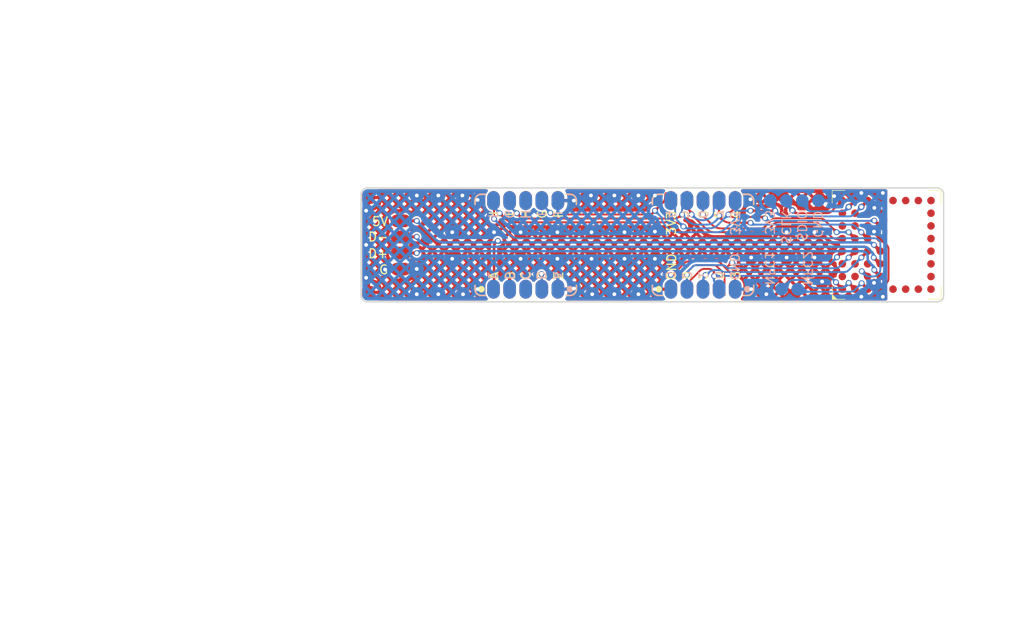
<source format=kicad_pcb>
(kicad_pcb (version 20211014) (generator pcbnew)
  (layers (0 "F.Cu" signal) (31 "B.Cu" signal) (34 "B.Paste" user) (35 "F.Paste" user) (36 "B.SilkS" user "B.Silkscreen") (37 "F.SilkS" user "F.Silkscreen") (38 "B.Mask" user) (39 "F.Mask" user) (44 "Edge.Cuts" user))
  (net 0 "")
  (net 1 "/STAT")
  (net 2 "GND")
  (net 3 "/NFC1")
  (net 4 "/NFC2")
  (net 5 "VCC")
  (net 6 "/SWDIO")
  (net 7 "/SWDCLK")
  (net 8 "/D-")
  (net 9 "/D+")
  (net 10 "/IO_2")
  (net 11 "/IO_1")
  (net 12 "/IO_5")
  (net 13 "/IO_3")
  (net 14 "/IO_6")
  (net 15 "/IO_4")
  (net 16 "/IO_7")
  (net 17 "VBUS")
  (net 18 "/EXT_4RST")
  (net 27 "/IO_0")
  (net 45 "/BAT")
  (footprint "204-pcb-wearable:if-8080-mcu-v1-for-board" (layer "F.Cu") (at 141.5 145.5 90)
    (fp_text reference "J1")
    (fp_text value "bga_foot_8*8_1mm_pitch")
  )
  (footprint "204-pcb-wearable:if-8080-10pin-mount-free-pin" (layer "F.Cu") (at 113 145.5 90)
    (fp_text reference "J4")
    (fp_text value "if_8080")
  )
  (footprint "204-pcb-wearable:pad_1x04_P1.27mm_usbc_mount" (layer "F.Cu") (at 103.13775 150.005)
    (fp_text reference "J2")
    (fp_text value "Conn_01x05")
  )
  (footprint "204-pcb-wearable:if-8080-10pin-mount-HAT" (layer "F.Cu") (at 127 145.5 90)
    (fp_text reference "J6")
    (fp_text value "if_8080")
  )
  (footprint "204-pcb-wearable:if-8080-10pin-mount-HAT" (layer "B.Cu") (at 127 145.5 90)
    (fp_text reference "J7")
    (fp_text value "if_8080")
  )
  (footprint "204-pcb-wearable:if-8080-10pin-mount-free-pin" (layer "B.Cu") (at 113 145.5 90)
    (fp_text reference "J5")
    (fp_text value "if_8080")
  )
  (footprint "204-pcb-wearable:pad_1x04_P1.27mm" (layer "B.Cu") (at 132.3 142 -90)
    (fp_text reference "J3")
    (fp_text value "Conn_01x04")
  )
  (footprint "204-pcb-wearable:pad_1x02_P1.27mm" (layer "B.Cu") (at 133.2 149 -90)
    (fp_text reference "J8")
    (fp_text value "Conn_01x02")
  )
  (gr_arc (start 146 149.5) (mid 145.853553 149.853553) (end 145.5 150) (layer "Edge.Cuts") (width 0.1))
  (gr_line (start 100.5 150) (end 145.5 150) (layer "Edge.Cuts") (width 0.1))
  (gr_line (start 146 149.5) (end 146 141.5) (layer "Edge.Cuts") (width 0.1))
  (gr_line (start 100 149.5) (end 100 141.5) (layer "Edge.Cuts") (width 0.1))
  (gr_arc (start 100 141.5) (mid 100.146447 141.146447) (end 100.5 141) (layer "Edge.Cuts") (width 0.1))
  (gr_arc (start 100.5 150) (mid 100.146447 149.853553) (end 100 149.5) (layer "Edge.Cuts") (width 0.1))
  (gr_line (start 100.5 141) (end 145.5 141) (layer "Edge.Cuts") (width 0.1))
  (gr_arc (start 145.5 141) (mid 145.853553 141.146447) (end 146 141.5) (layer "Edge.Cuts") (width 0.1))
  (gr_text "NFC2" (at 135.25 148.75 270) (layer "B.SilkS") (effects (font (size 0.7 0.7) (thickness 0.1)) (justify left mirror)))
  (gr_text "3V3\n" (at 132.25 144.75 270) (layer "B.SilkS") (effects (font (size 0.7 0.7) (thickness 0.1)) (justify left mirror)))
  (gr_text "SDIO" (at 134.8 145.25 270) (layer "B.SilkS") (effects (font (size 0.7 0.7) (thickness 0.1)) (justify left mirror)))
  (gr_text "SCLK" (at 133.55 145.5 270) (layer "B.SilkS") (effects (font (size 0.7 0.7) (thickness 0.1)) (justify left mirror)))
  (gr_text "GND\n" (at 136.05 145 270) (layer "B.SilkS") (effects (font (size 0.7 0.7) (thickness 0.1)) (justify left mirror)))
  (gr_text "NFC1" (at 132.25 148.75 270) (layer "B.SilkS") (effects (font (size 0.7 0.7) (thickness 0.1)) (justify left mirror)))
  (segment (start 110.5 143.45) (end 110.5 141.54) (width 0.15) (layer "F.Cu") (net 1))
  (segment (start 139.578642 147.578642) (end 140 148) (width 0.15) (layer "F.Cu") (net 1))
  (segment (start 139.526698 147.578642) (end 139.578642 147.578642) (width 0.15) (layer "F.Cu") (net 1))
  (segment (start 110.5 141.54) (end 110.46 141.5) (width 0.15) (layer "F.Cu") (net 1))
  (via (at 139.526698 147.578642) (size 0.45) (drill 0.3) (layers "F.Cu" "B.Cu") (net 1))
  (via (at 110.5 143.45) (size 0.45) (drill 0.3) (layers "F.Cu" "B.Cu") (net 1))
  (segment (start 141 147.42929) (end 141 145.25) (width 0.15) (layer "B.Cu") (net 1))
  (segment (start 140.155163 148) (end 140.42929 148) (width 0.15) (layer "B.Cu") (net 1))
  (segment (start 140.517893 144.975) (end 112.439214 144.975) (width 0.15) (layer "B.Cu") (net 1))
  (segment (start 141 145.25) (end 140.871446 145.121446) (width 0.15) (layer "B.Cu") (net 1))
  (segment (start 140.782844 147.853553) (end 140.853554 147.782843) (width 0.15) (layer "B.Cu") (net 1))
  (segment (start 139.526698 147.578642) (end 139.80161 147.853554) (width 0.15) (layer "B.Cu") (net 1))
  (segment (start 111.732107 144.682107) (end 110.5 143.45) (width 0.15) (layer "B.Cu") (net 1))
  (arc (start 140.853554 147.782843) (mid 140.96194 147.620631) (end 141 147.42929) (width 0.15) (layer "B.Cu") (net 1))
  (arc (start 112.439214 144.975) (mid 112.056531 144.89888) (end 111.732107 144.682107) (width 0.15) (layer "B.Cu") (net 1))
  (arc (start 139.80161 147.853554) (mid 139.963822 147.96194) (end 140.155163 148) (width 0.15) (layer "B.Cu") (net 1))
  (arc (start 140.782844 147.853553) (mid 140.620632 147.96194) (end 140.42929 148) (width 0.15) (layer "B.Cu") (net 1))
  (arc (start 140.517893 144.975) (mid 140.709234 145.01306) (end 140.871446 145.121446) (width 0.15) (layer "B.Cu") (net 1))
  (segment (start 140.5 144.452718) (end 140.5 144.5) (width 0.15) (layer "F.Cu") (net 2))
  (segment (start 140.948056 143) (end 140.526698 142.578642) (width 0.15) (layer "F.Cu") (net 2))
  (segment (start 141 143) (end 140.948056 143) (width 0.15) (layer "F.Cu") (net 2))
  (segment (start 141.503553 148.496447) (end 141 149) (width 0.15) (layer "F.Cu") (net 2))
  (segment (start 140.5 144.5) (end 141 145) (width 0.15) (layer "F.Cu") (net 2))
  (segment (start 141 145) (end 141.503554 145.503554) (width 0.15) (layer "F.Cu") (net 2))
  (segment (start 141.65 145.857107) (end 141.65 148.142893) (width 0.15) (layer "F.Cu") (net 2))
  (segment (start 141 149) (end 140.5 148.5) (width 0.15) (layer "F.Cu") (net 2))
  (via (at 137.35 141.65) (size 0.5) (drill 0.3) (layers "F.Cu" "B.Cu") (net 2))
  (via (at 112.6 146.6) (size 0.45) (drill 0.3) (layers "F.Cu" "B.Cu") (net 2))
  (via (at 123.2 141.6) (size 0.45) (drill 0.3) (layers "F.Cu" "B.Cu") (net 2))
  (via (at 104.4 147.4) (size 0.45) (drill 0.3) (layers "F.Cu" "B.Cu") (net 2))
  (via (at 115.5 146.6) (size 0.45) (drill 0.3) (layers "F.Cu" "B.Cu") (net 2))
  (via (at 140.5 144.452718) (size 0.45) (drill 0.3) (layers "F.Cu" "B.Cu") (net 2))
  (via (at 106.1 141.6) (size 0.45) (drill 0.3) (layers "F.Cu" "B.Cu") (net 2))
  (via (at 104.4 141.6) (size 0.45) (drill 0.3) (layers "F.Cu" "B.Cu") (net 2))
  (via (at 115.5 144.5) (size 0.45) (drill 0.3) (layers "F.Cu" "B.Cu") (net 2))
  (via (at 101.9 147.45) (size 0.45) (drill 0.3) (layers "F.Cu" "B.Cu") (net 2))
  (via (at 100.4 148.1) (size 0.45) (drill 0.3) (layers "F.Cu" "B.Cu") (net 2))
  (via (at 112.6 144.5) (size 0.45) (drill 0.3) (layers "F.Cu" "B.Cu") (net 2))
  (via (at 120.8 146.6) (size 0.45) (drill 0.3) (layers "F.Cu" "B.Cu") (net 2))
  (via (at 109.2 149) (size 0.45) (drill 0.3) (layers "F.Cu" "B.Cu") (net 2))
  (via (at 136.4 148.4) (size 0.45) (drill 0.3) (layers "F.Cu" "B.Cu") (net 2))
  (via (at 100.4 142.8) (size 0.45) (drill 0.3) (layers "F.Cu" "B.Cu") (net 2))
  (via (at 139.5 149.6) (size 0.45) (drill 0.3) (layers "F.Cu" "B.Cu") (net 2))
  (via (at 104.4 149.4) (size 0.45) (drill 0.3) (layers "F.Cu" "B.Cu") (net 2))
  (via (at 121.9 141.6) (size 0.45) (drill 0.3) (layers "F.Cu" "B.Cu") (net 2))
  (via (at 107.2 144.5) (size 0.45) (drill 0.3) (layers "F.Cu" "B.Cu") (net 2))
  (via (at 130.8 146.5) (size 0.45) (drill 0.3) (layers "F.Cu" "B.Cu") (net 2))
  (via (at 118.25 149.4) (size 0.45) (drill 0.3) (layers "F.Cu" "B.Cu") (net 2))
  (via (at 120 141.6) (size 0.45) (drill 0.3) (layers "F.Cu" "B.Cu") (net 2))
  (via (at 100.4 145.5) (size 0.45) (drill 0.3) (layers "F.Cu" "B.Cu") (net 2))
  (via (at 118.15 141.6) (size 0.45) (drill 0.3) (layers "F.Cu" "B.Cu") (net 2))
  (via (at 141.2 149.6) (size 0.45) (drill 0.3) (layers "F.Cu" "B.Cu") (net 2))
  (via (at 130.75 141.9) (size 0.45) (drill 0.3) (layers "F.Cu" "B.Cu") (net 2))
  (via (at 123.2 144.45) (size 0.45) (drill 0.3) (layers "F.Cu" "B.Cu") (net 2))
  (via (at 130.8 149) (size 0.45) (drill 0.3) (layers "F.Cu" "B.Cu") (net 2))
  (via (at 140.5 148.5) (size 0.45) (drill 0.3) (layers "F.Cu" "B.Cu") (net 2))
  (via (at 107.2 146.6) (size 0.45) (drill 0.3) (layers "F.Cu" "B.Cu") (net 2))
  (via (at 133.6 144.5) (size 0.45) (drill 0.3) (layers "F.Cu" "B.Cu") (net 2))
  (via (at 123.2 149) (size 0.45) (drill 0.3) (layers "F.Cu" "B.Cu") (net 2))
  (via (at 118.2 146.6) (size 0.45) (drill 0.3) (layers "F.Cu" "B.Cu") (net 2))
  (via (at 121.9 149.4) (size 0.45) (drill 0.3) (layers "F.Cu" "B.Cu") (net 2))
  (via (at 120 149.4) (size 0.45) (drill 0.3) (layers "F.Cu" "B.Cu") (net 2))
  (via (at 109.2 141.95) (size 0.45) (drill 0.3) (layers "F.Cu" "B.Cu") (net 2))
  (via (at 135.8 146.5) (size 0.45) (drill 0.3) (layers "F.Cu" "B.Cu") (net 2))
  (via (at 132 149.4) (size 0.45) (drill 0.3) (layers "F.Cu" "B.Cu") (net 2))
  (via (at 108 141.6) (size 0.45) (drill 0.3) (layers "F.Cu" "B.Cu") (net 2))
  (via (at 106.1 149.4) (size 0.45) (drill 0.3) (layers "F.Cu" "B.Cu") (net 2))
  (via (at 133.6 146.5) (size 0.45) (drill 0.3) (layers "F.Cu" "B.Cu") (net 2))
  (via (at 135.8 144.5) (size 0.45) (drill 0.3) (layers "F.Cu" "B.Cu") (net 2))
  (via (at 118.2 144.5) (size 0.45) (drill 0.3) (layers "F.Cu" "B.Cu") (net 2))
  (via (at 139.5 141.4) (size 0.45) (drill 0.3) (layers "F.Cu" "B.Cu") (net 2))
  (via (at 108.05 149.4) (size 0.45) (drill 0.3) (layers "F.Cu" "B.Cu") (net 2))
  (via (at 116.8 148.95) (size 0.45) (drill 0.3) (layers "F.Cu" "B.Cu") (net 2))
  (via (at 123.2 146.6) (size 0.45) (drill 0.3) (layers "F.Cu" "B.Cu") (net 2))
  (via (at 110.5 144.5) (size 0.45) (drill 0.3) (layers "F.Cu" "B.Cu") (net 2))
  (via (at 120.8 144.5) (size 0.45) (drill 0.3) (layers "F.Cu" "B.Cu") (net 2))
  (via (at 141.2 141.4) (size 0.45) (drill 0.3) (layers "F.Cu" "B.Cu") (net 2))
  (via (at 116.8 142) (size 0.45) (drill 0.3) (layers "F.Cu" "B.Cu") (net 2))
  (via (at 140.526698 142.578642) (size 0.45) (drill 0.3) (layers "F.Cu" "B.Cu") (net 2))
  (arc (start 141.503554 145.503554) (mid 141.61194 145.665766) (end 141.65 145.857107) (width 0.15) (layer "F.Cu") (net 2))
  (arc (start 141.503553 148.496447) (mid 141.61194 148.334235) (end 141.65 148.142893) (width 0.15) (layer "F.Cu") (net 2))
  (segment (start 137.35 141.65) (end 137 142) (width 0.15) (layer "B.Cu") (net 2))
  (segment (start 141.1 143.359051) (end 141.1 143.592893) (width 0.15) (layer "B.Cu") (net 2))
  (segment (start 140.5 144.4) (end 140.5 144.452718) (width 0.15) (layer "B.Cu") (net 2))
  (segment (start 140.953553 143.946447) (end 140.5 144.4) (width 0.15) (layer "B.Cu") (net 2))
  (segment (start 140.526698 142.578642) (end 140.953554 143.005498) (width 0.15) (layer "B.Cu") (net 2))
  (segment (start 137 142) (end 136.11 142) (width 0.15) (layer "B.Cu") (net 2))
  (arc (start 140.953553 143.946447) (mid 141.06194 143.784235) (end 141.1 143.592893) (width 0.15) (layer "B.Cu") (net 2))
  (arc (start 141.1 143.359051) (mid 141.06194 143.16771) (end 140.953554 143.005498) (width 0.15) (layer "B.Cu") (net 2))
  (segment (start 139 149) (end 138.5 148.5) (width 0.15) (layer "F.Cu") (net 3))
  (via (at 138.5 148.5) (size 0.45) (drill 0.3) (layers "F.Cu" "B.Cu") (net 3))
  (segment (start 135.453553 148.753553) (end 135.121446 148.421446) (width 0.15) (layer "B.Cu") (net 3))
  (segment (start 137.892893 148.9) (end 135.807107 148.9) (width 0.15) (layer "B.Cu") (net 3))
  (segment (start 133.778553 148.421447) (end 133.2 149) (width 0.15) (layer "B.Cu") (net 3))
  (segment (start 134.767893 148.275) (end 134.132107 148.275) (width 0.15) (layer "B.Cu") (net 3))
  (segment (start 138.5 148.5) (end 138.246446 148.753554) (width 0.15) (layer "B.Cu") (net 3))
  (arc (start 135.453553 148.753553) (mid 135.615765 148.86194) (end 135.807107 148.9) (width 0.15) (layer "B.Cu") (net 3))
  (arc (start 135.121446 148.421446) (mid 134.959234 148.31306) (end 134.767893 148.275) (width 0.15) (layer "B.Cu") (net 3))
  (arc (start 137.892893 148.9) (mid 138.084234 148.86194) (end 138.246446 148.753554) (width 0.15) (layer "B.Cu") (net 3))
  (arc (start 133.778553 148.421447) (mid 133.940765 148.31306) (end 134.132107 148.275) (width 0.15) (layer "B.Cu") (net 3))
  (segment (start 139.523055 148.523055) (end 140 149) (width 0.15) (layer "F.Cu") (net 4))
  (via (at 139.523055 148.523055) (size 0.45) (drill 0.3) (layers "F.Cu" "B.Cu") (net 4))
  (segment (start 134.523553 149.053553) (end 134.47 149) (width 0.15) (layer "B.Cu") (net 4))
  (segment (start 138.639003 149.2) (end 134.877107 149.2) (width 0.15) (layer "B.Cu") (net 4))
  (segment (start 139.523055 148.523055) (end 138.992556 149.053554) (width 0.15) (layer "B.Cu") (net 4))
  (arc (start 138.639003 149.2) (mid 138.830344 149.16194) (end 138.992556 149.053554) (width 0.15) (layer "B.Cu") (net 4))
  (arc (start 134.877107 149.2) (mid 134.685765 149.16194) (end 134.523553 149.053553) (width 0.15) (layer "B.Cu") (net 4))
  (segment (start 122.9 143.1) (end 115.0795 143.1) (width 0.15) (layer "F.Cu") (net 5))
  (segment (start 123.2 142.8) (end 124.46 141.54) (width 0.15) (layer "F.Cu") (net 5))
  (segment (start 130.75 142.8) (end 132.7 142.8) (width 0.15) (layer "F.Cu") (net 5))
  (segment (start 114.27 142.2905) (end 114.27 141.5) (width 0.15) (layer "F.Cu") (net 5))
  (segment (start 115.0795 143.1) (end 114.95 142.9705) (width 0.15) (layer "F.Cu") (net 5))
  (segment (start 124.46 141.54) (end 124.46 141.5) (width 0.15) (layer "F.Cu") (net 5))
  (segment (start 123.2 142.8) (end 122.9 143.1) (width 0.15) (layer "F.Cu") (net 5))
  (segment (start 114.95 142.9705) (end 114.27 142.2905) (width 0.15) (layer "F.Cu") (net 5))
  (segment (start 140 142) (end 139.5 142.5) (width 0.15) (layer "F.Cu") (net 5))
  (via (at 139.5 142.5) (size 0.5) (drill 0.3) (layers "F.Cu" "B.Cu") (net 5))
  (via (at 123.2 142.8) (size 0.45) (drill 0.3) (layers "F.Cu" "B.Cu") (net 5))
  (via (at 114.95 142.9705) (size 0.45) (drill 0.3) (layers "F.Cu" "B.Cu") (net 5))
  (via (at 130.75 142.8) (size 0.45) (drill 0.3) (layers "F.Cu" "B.Cu") (net 5))
  (via (at 132.7 142.8) (size 0.45) (drill 0.3) (layers "F.Cu" "B.Cu") (net 5))
  (segment (start 133.357107 143.25) (end 138.542893 143.25) (width 0.15) (layer "B.Cu") (net 5))
  (segment (start 128.792893 144.207107) (end 129.403554 143.596446) (width 0.15) (layer "B.Cu") (net 5))
  (segment (start 124.028564 143.978564) (end 124.257107 144.207107) (width 0.15) (layer "B.Cu") (net 5))
  (segment (start 129.55 142.9) (end 129.55 141.51) (width 0.15) (layer "B.Cu") (net 5))
  (segment (start 129.65 142.8) (end 129.55 142.9) (width 0.15) (layer "B.Cu") (net 5))
  (segment (start 132.7 142.8) (end 133.003554 143.103554) (width 0.15) (layer "B.Cu") (net 5))
  (segment (start 132.7 142.8) (end 132.7 142.4) (width 0.15) (layer "B.Cu") (net 5))
  (segment (start 130.75 142.8) (end 129.65 142.8) (width 0.15) (layer "B.Cu") (net 5))
  (segment (start 114.95 142.9705) (end 114.416446 142.436946) (width 0.15) (layer "B.Cu") (net 5))
  (segment (start 114.27 142.083393) (end 114.27 141.5) (width 0.15) (layer "B.Cu") (net 5))
  (segment (start 124.964214 144.5) (end 128.085786 144.5) (width 0.15) (layer "B.Cu") (net 5))
  (segment (start 129.55 143.242893) (end 129.55 142.9) (width 0.15) (layer "B.Cu") (net 5))
  (segment (start 132.7 142.4) (end 132.3 142) (width 0.15) (layer "B.Cu") (net 5))
  (segment (start 129.55 141.51) (end 129.54 141.5) (width 0.15) (layer "B.Cu") (net 5))
  (segment (start 123.2 142.8) (end 123.737894 143.337894) (width 0.15) (layer "B.Cu") (net 5))
  (segment (start 138.896447 143.103553) (end 139.5 142.5) (width 0.15) (layer "B.Cu") (net 5))
  (segment (start 123.737894 143.337894) (end 123.737894 143.369731) (width 0.15) (layer "B.Cu") (net 5))
  (arc (start 128.085786 144.5) (mid 128.46847 144.42388) (end 128.792893 144.207107) (width 0.15) (layer "B.Cu") (net 5))
  (arc (start 133.357107 143.25) (mid 133.165766 143.21194) (end 133.003554 143.103554) (width 0.15) (layer "B.Cu") (net 5))
  (arc (start 129.403554 143.596446) (mid 129.51194 143.434234) (end 129.55 143.242893) (width 0.15) (layer "B.Cu") (net 5))
  (arc (start 124.257107 144.207107) (mid 124.58153 144.42388) (end 124.964214 144.5) (width 0.15) (layer "B.Cu") (net 5))
  (arc (start 123.737894 143.369731) (mid 123.831699 143.699008) (end 124.028564 143.978564) (width 0.15) (layer "B.Cu") (net 5))
  (arc (start 114.416446 142.436946) (mid 114.30806 142.274734) (end 114.27 142.083393) (width 0.15) (layer "B.Cu") (net 5))
  (arc (start 138.542893 143.25) (mid 138.734235 143.21194) (end 138.896447 143.103553) (width 0.15) (layer "B.Cu") (net 5))
  (segment (start 139 142) (end 138.5 142.5) (width 0.15) (layer "F.Cu") (net 6))
  (via (at 138.5 142.5) (size 0.5) (drill 0.3) (layers "F.Cu" "B.Cu") (net 6))
  (segment (start 134.84 142.34) (end 134.84 142) (width 0.15) (layer "B.Cu") (net 6))
  (segment (start 137.942893 142.85) (end 135.557107 142.85) (width 0.15) (layer "B.Cu") (net 6))
  (segment (start 138.5 142.5) (end 138.296446 142.703554) (width 0.15) (layer "B.Cu") (net 6))
  (segment (start 135.203553 142.703553) (end 134.84 142.34) (width 0.15) (layer "B.Cu") (net 6))
  (arc (start 138.296446 142.703554) (mid 138.134234 142.81194) (end 137.942893 142.85) (width 0.15) (layer "B.Cu") (net 6))
  (arc (start 135.557107 142.85) (mid 135.365765 142.81194) (end 135.203553 142.703553) (width 0.15) (layer "B.Cu") (net 6))
  (segment (start 134.2845 143) (end 136.792893 143) (width 0.15) (layer "F.Cu") (net 7))
  (segment (start 137.146447 142.853553) (end 138 142) (width 0.15) (layer "F.Cu") (net 7))
  (segment (start 134.06 142.7755) (end 134.2845 143) (width 0.15) (layer "F.Cu") (net 7))
  (via (at 134.06 142.7755) (size 0.5) (drill 0.3) (layers "F.Cu" "B.Cu") (net 7))
  (arc (start 136.792893 143) (mid 136.984235 142.96194) (end 137.146447 142.853553) (width 0.15) (layer "F.Cu") (net 7))
  (segment (start 133.57 142.2855) (end 133.57 142) (width 0.15) (layer "B.Cu") (net 7))
  (segment (start 134.06 142.7755) (end 133.57 142.2855) (width 0.15) (layer "B.Cu") (net 7))
  (segment (start 140.4745 146.5) (end 140.9745 147) (width 0.2) (layer "F.Cu") (net 8))
  (segment (start 104.3758 144.8742) (end 102.83775 144.8742) (width 0.2) (layer "F.Cu") (net 8))
  (segment (start 104.4 144.85) (end 104.3758 144.8742) (width 0.2) (layer "F.Cu") (net 8))
  (segment (start 140.9745 147) (end 141 147) (width 0.2) (layer "F.Cu") (net 8))
  (via (at 104.4 144.85) (size 0.45) (drill 0.3) (layers "F.Cu" "B.Cu") (net 8))
  (via (at 140.4745 146.5) (size 0.45) (drill 0.3) (layers "F.Cu" "B.Cu") (net 8))
  (segment (start 140.046446 145.796446) (end 140.328053 146.078053) (width 0.2) (layer "B.Cu") (net 8))
  (segment (start 140.4745 146.431607) (end 140.4745 146.5) (width 0.2) (layer "B.Cu") (net 8))
  (segment (start 104.4 144.85) (end 104.4 144.997195) (width 0.2) (layer "B.Cu") (net 8))
  (segment (start 104.4 144.997195) (end 104.828015 145.42521) (width 0.2) (layer "B.Cu") (net 8))
  (segment (start 105.464214 145.65) (end 105.95 145.65) (width 0.2) (layer "B.Cu") (net 8))
  (segment (start 105.95 145.65) (end 139.692893 145.65) (width 0.2) (layer "B.Cu") (net 8))
  (arc (start 139.692893 145.65) (mid 139.884234 145.68806) (end 140.046446 145.796446) (width 0.2) (layer "B.Cu") (net 8))
  (arc (start 140.328053 146.078053) (mid 140.43644 146.240265) (end 140.4745 146.431607) (width 0.2) (layer "B.Cu") (net 8))
  (arc (start 104.828015 145.42521) (mid 105.127322 145.591548) (end 105.464214 145.65) (width 0.2) (layer "B.Cu") (net 8))
  (segment (start 104.4 146.15) (end 104.3942 146.1442) (width 0.2) (layer "F.Cu") (net 9))
  (segment (start 104.3942 146.1442) (end 102.83775 146.1442) (width 0.2) (layer "F.Cu") (net 9))
  (segment (start 140.518889 147.518889) (end 141 148) (width 0.2) (layer "F.Cu") (net 9))
  (segment (start 140.518889 147.481111) (end 140.518889 147.518889) (width 0.2) (layer "F.Cu") (net 9))
  (via (at 140.518889 147.481111) (size 0.45) (drill 0.3) (layers "F.Cu" "B.Cu") (net 9))
  (via (at 104.4 146.15) (size 0.45) (drill 0.3) (layers "F.Cu" "B.Cu") (net 9))
  (segment (start 139.896446 146.146446) (end 140 146.25) (width 0.2) (layer "B.Cu") (net 9))
  (segment (start 140 146.25) (end 140 146.542893) (width 0.2) (layer "B.Cu") (net 9))
  (segment (start 104.55 146) (end 139.542893 146) (width 0.2) (layer "B.Cu") (net 9))
  (segment (start 140.146446 146.896446) (end 140.518889 147.268889) (width 0.2) (layer "B.Cu") (net 9))
  (segment (start 104.4 146.15) (end 104.55 146) (width 0.2) (layer "B.Cu") (net 9))
  (segment (start 140.518889 147.268889) (end 140.518889 147.481111) (width 0.2) (layer "B.Cu") (net 9))
  (arc (start 139.542893 146) (mid 139.734234 146.03806) (end 139.896446 146.146446) (width 0.2) (layer "B.Cu") (net 9))
  (arc (start 140 146.542893) (mid 140.03806 146.734234) (end 140.146446 146.896446) (width 0.2) (layer "B.Cu") (net 9))
  (segment (start 139 146) (end 138.5 146.5) (width 0.15) (layer "F.Cu") (net 10))
  (segment (start 126.507107 147.1) (end 127.790145 147.1) (width 0.15) (layer "F.Cu") (net 10))
  (segment (start 125.73 147.8755) (end 125.73 147.672254) (width 0.15) (layer "F.Cu") (net 10))
  (segment (start 125.73 147.672254) (end 126.201078 147.201176) (width 0.15) (layer "F.Cu") (net 10))
  (segment (start 128.7 149.07) (end 128.27 149.5) (width 0.15) (layer "F.Cu") (net 10))
  (segment (start 128.143699 147.246447) (end 128.553554 147.656302) (width 0.15) (layer "F.Cu") (net 10))
  (segment (start 128.7 148.009855) (end 128.7 149.07) (width 0.15) (layer "F.Cu") (net 10))
  (via (at 125.73 147.8755) (size 0.45) (drill 0.3) (layers "F.Cu" "B.Cu") (net 10))
  (via (at 138.5 146.5) (size 0.45) (drill 0.3) (layers "F.Cu" "B.Cu") (net 10))
  (arc (start 127.790145 147.1) (mid 127.981487 147.13806) (end 128.143699 147.246447) (width 0.15) (layer "F.Cu") (net 10))
  (arc (start 126.201078 147.201176) (mid 126.346386 147.126533) (end 126.507107 147.1) (width 0.15) (layer "F.Cu") (net 10))
  (arc (start 128.553554 147.656302) (mid 128.66194 147.818514) (end 128.7 148.009855) (width 0.15) (layer "F.Cu") (net 10))
  (segment (start 128.846446 147.246446) (end 128.95 147.35) (width 0.15) (layer "B.Cu") (net 10))
  (segment (start 125.73 147.672254) (end 126.201078 147.201176) (width 0.15) (layer "B.Cu") (net 10))
  (segment (start 125.73 147.8755) (end 125.73 147.672254) (width 0.15) (layer "B.Cu") (net 10))
  (segment (start 137.796446 147.203554) (end 138.5 146.5) (width 0.15) (layer "B.Cu") (net 10))
  (segment (start 126.507107 147.1) (end 128.492893 147.1) (width 0.15) (layer "B.Cu") (net 10))
  (segment (start 125.73 147.8755) (end 125.73 149.5) (width 0.15) (layer "B.Cu") (net 10))
  (segment (start 128.95 147.35) (end 137.442893 147.35) (width 0.15) (layer "B.Cu") (net 10))
  (arc (start 137.442893 147.35) (mid 137.634234 147.31194) (end 137.796446 147.203554) (width 0.15) (layer "B.Cu") (net 10))
  (arc (start 126.201078 147.201176) (mid 126.346386 147.126533) (end 126.507107 147.1) (width 0.15) (layer "B.Cu") (net 10))
  (arc (start 128.492893 147.1) (mid 128.684234 147.13806) (end 128.846446 147.246446) (width 0.15) (layer "B.Cu") (net 10))
  (segment (start 127.2 147.95741) (end 127.10135 148.05606) (width 0.15) (layer "F.Cu") (net 11))
  (segment (start 127.2 147.87475) (end 127.2 147.95741) (width 0.15) (layer "F.Cu") (net 11))
  (segment (start 127 148.361952) (end 127 149.5) (width 0.15) (layer "F.Cu") (net 11))
  (segment (start 140 146) (end 139.5 146.5) (width 0.15) (layer "F.Cu") (net 11))
  (via (at 127.2 147.87475) (size 0.45) (drill 0.3) (layers "F.Cu" "B.Cu") (net 11))
  (via (at 139.5 146.5) (size 0.45) (drill 0.3) (layers "F.Cu" "B.Cu") (net 11))
  (arc (start 127.10135 148.05606) (mid 127.026548 148.201241) (end 127 148.361952) (width 0.15) (layer "F.Cu") (net 11))
  (segment (start 138.496446 147.503554) (end 139.5 146.5) (width 0.15) (layer "B.Cu") (net 11))
  (segment (start 128.6 147.65) (end 138.142893 147.65) (width 0.15) (layer "B.Cu") (net 11))
  (segment (start 127.2 147.95741) (end 127.10135 148.05606) (width 0.15) (layer "B.Cu") (net 11))
  (segment (start 127.2 147.87475) (end 127.282707 147.87475) (width 0.15) (layer "B.Cu") (net 11))
  (segment (start 127.282707 147.87475) (end 127.55658 147.600877) (width 0.15) (layer "B.Cu") (net 11))
  (segment (start 127 148.361952) (end 127 149.5) (width 0.15) (layer "B.Cu") (net 11))
  (segment (start 127.862452 147.4995) (end 128.242393 147.4995) (width 0.15) (layer "B.Cu") (net 11))
  (segment (start 127.2 147.87475) (end 127.2 147.95741) (width 0.15) (layer "B.Cu") (net 11))
  (segment (start 128.595946 147.645946) (end 128.6 147.65) (width 0.15) (layer "B.Cu") (net 11))
  (arc (start 127.55658 147.600877) (mid 127.70174 147.526048) (end 127.862452 147.4995) (width 0.15) (layer "B.Cu") (net 11))
  (arc (start 128.242393 147.4995) (mid 128.433734 147.53756) (end 128.595946 147.645946) (width 0.15) (layer "B.Cu") (net 11))
  (arc (start 127.10135 148.05606) (mid 127.026548 148.201241) (end 127 148.361952) (width 0.15) (layer "B.Cu") (net 11))
  (arc (start 138.142893 147.65) (mid 138.334234 147.61194) (end 138.496446 147.503554) (width 0.15) (layer "B.Cu") (net 11))
  (segment (start 128.282155 143.282155) (end 128.282155 143.182155) (width 0.15) (layer "F.Cu") (net 12))
  (segment (start 130.751 143.751) (end 130.748935 143.748935) (width 0.15) (layer "F.Cu") (net 12))
  (segment (start 128.282155 143.182155) (end 128.27 143.17) (width 0.15) (layer "F.Cu") (net 12))
  (segment (start 130.748935 143.748935) (end 129.066926 143.748935) (width 0.15) (layer "F.Cu") (net 12))
  (segment (start 113.134214 143.42) (end 124.615786 143.42) (width 0.15) (layer "F.Cu") (net 12))
  (segment (start 140 145) (end 139.5 144.5) (width 0.15) (layer "F.Cu") (net 12))
  (segment (start 125.322893 143.127107) (end 125.35 143.1) (width 0.15) (layer "F.Cu") (net 12))
  (segment (start 128.458107 143.458107) (end 128.282155 143.282155) (width 0.15) (layer "F.Cu") (net 12))
  (segment (start 112.3 143) (end 112.427107 143.127107) (width 0.15) (layer "F.Cu") (net 12))
  (segment (start 128.27 143.17) (end 128.27 141.5) (width 0.15) (layer "F.Cu") (net 12))
  (via (at 112.3 143) (size 0.45) (drill 0.3) (layers "F.Cu" "B.Cu") (net 12))
  (via (at 130.751 143.751) (size 0.45) (drill 0.3) (layers "F.Cu" "B.Cu") (net 12))
  (via (at 139.5 144.5) (size 0.45) (drill 0.3) (layers "F.Cu" "B.Cu") (net 12))
  (via (at 125.35 143.1) (size 0.45) (drill 0.3) (layers "F.Cu" "B.Cu") (net 12))
  (via (at 128.282155 143.182155) (size 0.45) (drill 0.3) (layers "F.Cu" "B.Cu") (net 12))
  (arc (start 112.427107 143.127107) (mid 112.75153 143.34388) (end 113.134214 143.42) (width 0.15) (layer "F.Cu") (net 12))
  (arc (start 129.066926 143.748935) (mid 128.73766 143.654986) (end 128.458107 143.458107) (width 0.15) (layer "F.Cu") (net 12))
  (arc (start 125.322893 143.127107) (mid 124.99847 143.34388) (end 124.615786 143.42) (width 0.15) (layer "F.Cu") (net 12))
  (segment (start 111.73 142.222893) (end 111.73 141.5) (width 0.15) (layer "B.Cu") (net 12))
  (segment (start 125.807107 143.607107) (end 125.35 143.15) (width 0.15) (layer "B.Cu") (net 12))
  (segment (start 139.046447 144.046447) (end 139.5 144.5) (width 0.15) (layer "B.Cu") (net 12))
  (segment (start 128.282155 143.182155) (end 128.282155 143.317845) (width 0.15) (layer "B.Cu") (net 12))
  (segment (start 112.3 143) (end 111.876446 142.576446) (width 0.15) (layer "B.Cu") (net 12))
  (segment (start 130.751 143.751) (end 130.9 143.9) (width 0.15) (layer "B.Cu") (net 12))
  (segment (start 127.285786 143.9) (end 126.514214 143.9) (width 0.15) (layer "B.Cu") (net 12))
  (segment (start 125.35 141.88) (end 125.73 141.5) (width 0.15) (layer "B.Cu") (net 12))
  (segment (start 128.282155 143.317845) (end 127.992893 143.607107) (width 0.15) (layer "B.Cu") (net 12))
  (segment (start 125.35 143.15) (end 125.35 141.88) (width 0.15) (layer "B.Cu") (net 12))
  (segment (start 130.9 143.9) (end 138.692893 143.9) (width 0.15) (layer "B.Cu") (net 12))
  (segment (start 125.35 143.1) (end 125.35 143.15) (width 0.15) (layer "B.Cu") (net 12))
  (arc (start 138.692893 143.9) (mid 138.884235 143.93806) (end 139.046447 144.046447) (width 0.15) (layer "B.Cu") (net 12))
  (arc (start 127.992893 143.607107) (mid 127.668469 143.82388) (end 127.285786 143.9) (width 0.15) (layer "B.Cu") (net 12))
  (arc (start 111.876446 142.576446) (mid 111.76806 142.414234) (end 111.73 142.222893) (width 0.15) (layer "B.Cu") (net 12))
  (arc (start 126.514214 143.9) (mid 126.131531 143.82388) (end 125.807107 143.607107) (width 0.15) (layer "B.Cu") (net 12))
  (segment (start 129.3 146.9005) (end 129.2495 146.9005) (width 0.15) (layer "F.Cu") (net 13))
  (segment (start 125.892607 146.8) (end 128.042893 146.8) (width 0.15) (layer "F.Cu") (net 13))
  (segment (start 128.8 147.35) (end 129.393554 147.943554) (width 0.15) (layer "F.Cu") (net 13))
  (segment (start 137.575 146.425) (end 138 146) (width 0.15) (layer "F.Cu") (net 13))
  (segment (start 124.612253 147.8755) (end 125.586578 146.901175) (width 0.15) (layer "F.Cu") (net 13))
  (segment (start 137.575 146.4745) (end 137.575 146.425) (width 0.15) (layer "F.Cu") (net 13))
  (segment (start 129.54 148.297107) (end 129.54 149.5) (width 0.15) (layer "F.Cu") (net 13))
  (segment (start 129.2495 146.9005) (end 128.8 147.35) (width 0.15) (layer "F.Cu") (net 13))
  (segment (start 128.396446 146.946446) (end 128.8 147.35) (width 0.15) (layer "F.Cu") (net 13))
  (segment (start 124.46 147.8755) (end 124.612253 147.8755) (width 0.15) (layer "F.Cu") (net 13))
  (via (at 124.46 147.8755) (size 0.45) (drill 0.3) (layers "F.Cu" "B.Cu") (net 13))
  (via (at 129.3 146.9005) (size 0.45) (drill 0.3) (layers "F.Cu" "B.Cu") (net 13))
  (via (at 137.575 146.4745) (size 0.45) (drill 0.3) (layers "F.Cu" "B.Cu") (net 13))
  (arc (start 128.042893 146.8) (mid 128.234234 146.83806) (end 128.396446 146.946446) (width 0.15) (layer "F.Cu") (net 13))
  (arc (start 129.54 148.297107) (mid 129.50194 148.105766) (end 129.393554 147.943554) (width 0.15) (layer "F.Cu") (net 13))
  (arc (start 125.586578 146.901175) (mid 125.731886 146.826533) (end 125.892607 146.8) (width 0.15) (layer "F.Cu") (net 13))
  (segment (start 137.145946 146.903554) (end 137.575 146.4745) (width 0.15) (layer "B.Cu") (net 13))
  (segment (start 124.46 147.8755) (end 124.46 149.5) (width 0.15) (layer "B.Cu") (net 13))
  (segment (start 129.3 146.9005) (end 129.4495 147.05) (width 0.15) (layer "B.Cu") (net 13))
  (segment (start 129.4495 147.05) (end 136.792393 147.05) (width 0.15) (layer "B.Cu") (net 13))
  (arc (start 136.792393 147.05) (mid 136.983734 147.01194) (end 137.145946 146.903554) (width 0.15) (layer "B.Cu") (net 13))
  (segment (start 137.547282 144.5) (end 136.593728 143.546446) (width 0.15) (layer "F.Cu") (net 14))
  (segment (start 131.542393 144.2005) (end 128.414714 144.2005) (width 0.15) (layer "F.Cu") (net 14))
  (segment (start 127 143.2) (end 127 143.1) (width 0.15) (layer "F.Cu") (net 14))
  (segment (start 139 145) (end 138.5 144.5) (width 0.15) (layer "F.Cu") (net 14))
  (segment (start 132.403553 143.546447) (end 131.895946 144.054054) (width 0.15) (layer "F.Cu") (net 14))
  (segment (start 127 141.5) (end 127 143.1) (width 0.15) (layer "F.Cu") (net 14))
  (segment (start 127.707607 143.907607) (end 127 143.2) (width 0.15) (layer "F.Cu") (net 14))
  (segment (start 136.240175 143.4) (end 132.757107 143.4) (width 0.15) (layer "F.Cu") (net 14))
  (via (at 127 143.1) (size 0.45) (drill 0.3) (layers "F.Cu" "B.Cu") (net 14))
  (via (at 137.547282 144.5) (size 0.45) (drill 0.3) (layers "F.Cu" "B.Cu") (net 14))
  (via (at 138.5 144.5) (size 0.45) (drill 0.3) (layers "F.Cu" "B.Cu") (net 14))
  (arc (start 136.240175 143.4) (mid 136.431516 143.43806) (end 136.593728 143.546446) (width 0.15) (layer "F.Cu") (net 14))
  (arc (start 132.403553 143.546447) (mid 132.565765 143.43806) (end 132.757107 143.4) (width 0.15) (layer "F.Cu") (net 14))
  (arc (start 128.414714 144.2005) (mid 128.032031 144.12438) (end 127.707607 143.907607) (width 0.15) (layer "F.Cu") (net 14))
  (arc (start 131.895946 144.054054) (mid 131.733734 144.16244) (end 131.542393 144.2005) (width 0.15) (layer "F.Cu") (net 14))
  (segment (start 138.5 144.5) (end 137.547282 144.5) (width 0.15) (layer "B.Cu") (net 14))
  (segment (start 127 141.5) (end 127 143.1) (width 0.15) (layer "B.Cu") (net 14))
  (segment (start 131.801 143.301) (end 129.408107 143.301) (width 0.15) (layer "F.Cu") (net 15))
  (segment (start 129.054553 143.154553) (end 129 143.1) (width 0.15) (layer "F.Cu") (net 15))
  (segment (start 125.45 144.05) (end 125.412893 144.012893) (width 0.15) (layer "F.Cu") (net 15))
  (segment (start 124.705786 143.72) (end 112.083714 143.72) (width 0.15) (layer "F.Cu") (net 15))
  (segment (start 111.376607 143.427107) (end 110.9495 143) (width 0.15) (layer "F.Cu") (net 15))
  (segment (start 131.9 143.4) (end 131.801 143.301) (width 0.15) (layer "F.Cu") (net 15))
  (segment (start 129 143.1) (end 129.393554 142.706446) (width 0.15) (layer "F.Cu") (net 15))
  (segment (start 141 144) (end 140.948056 144) (width 0.15) (layer "F.Cu") (net 15))
  (segment (start 129.54 142.352893) (end 129.54 141.5) (width 0.15) (layer "F.Cu") (net 15))
  (segment (start 140.948056 144) (end 140.526698 143.578642) (width 0.15) (layer "F.Cu") (net 15))
  (via (at 110.9495 143) (size 0.45) (drill 0.3) (layers "F.Cu" "B.Cu") (net 15))
  (via (at 140.526698 143.578642) (size 0.45) (drill 0.3) (layers "F.Cu" "B.Cu") (net 15))
  (via (at 129 143.1) (size 0.45) (drill 0.3) (layers "F.Cu" "B.Cu") (net 15))
  (via (at 131.9 143.4) (size 0.45) (drill 0.3) (layers "F.Cu" "B.Cu") (net 15))
  (via (at 125.45 144.05) (size 0.45) (drill 0.3) (layers "F.Cu" "B.Cu") (net 15))
  (arc (start 125.412893 144.012893) (mid 125.08847 143.79612) (end 124.705786 143.72) (width 0.15) (layer "F.Cu") (net 15))
  (arc (start 129.408107 143.301) (mid 129.216765 143.26294) (end 129.054553 143.154553) (width 0.15) (layer "F.Cu") (net 15))
  (arc (start 112.083714 143.72) (mid 111.701031 143.64388) (end 111.376607 143.427107) (width 0.15) (layer "F.Cu") (net 15))
  (arc (start 129.54 142.352893) (mid 129.50194 142.544234) (end 129.393554 142.706446) (width 0.15) (layer "F.Cu") (net 15))
  (segment (start 127.485786 144.2) (end 125.807107 144.2) (width 0.15) (layer "B.Cu") (net 15))
  (segment (start 125.453553 144.053553) (end 125.092893 143.692893) (width 0.15) (layer "B.Cu") (net 15))
  (segment (start 124.8 142.985786) (end 124.8 141.84) (width 0.15) (layer "B.Cu") (net 15))
  (segment (start 110.46 142.303393) (end 110.46 141.5) (width 0.15) (layer "B.Cu") (net 15))
  (segment (start 129 143.1) (end 128.192893 143.907107) (width 0.15) (layer "B.Cu") (net 15))
  (segment (start 124.8 141.84) (end 124.46 141.5) (width 0.15) (layer "B.Cu") (net 15))
  (segment (start 110.9495 143) (end 110.606446 142.656946) (width 0.15) (layer "B.Cu") (net 15))
  (segment (start 131.9 143.4) (end 132.1 143.6) (width 0.15) (layer "B.Cu") (net 15))
  (segment (start 132.1 143.6) (end 140.50534 143.6) (width 0.15) (layer "B.Cu") (net 15))
  (segment (start 140.50534 143.6) (end 140.526698 143.578642) (width 0.15) (layer "B.Cu") (net 15))
  (arc (start 110.46 142.303393) (mid 110.49806 142.494734) (end 110.606446 142.656946) (width 0.15) (layer "B.Cu") (net 15))
  (arc (start 125.092893 143.692893) (mid 124.87612 143.36847) (end 124.8 142.985786) (width 0.15) (layer "B.Cu") (net 15))
  (arc (start 127.485786 144.2) (mid 127.868469 144.12388) (end 128.192893 143.907107) (width 0.15) (layer "B.Cu") (net 15))
  (arc (start 125.807107 144.2) (mid 125.615765 144.16194) (end 125.453553 144.053553) (width 0.15) (layer "B.Cu") (net 15))
  (segment (start 136.11005 143.846447) (end 137.117157 144.853554) (width 0.15) (layer "F.Cu") (net 16))
  (segment (start 137.47071 145) (end 138 145) (width 0.15) (layer "F.Cu") (net 16))
  (segment (start 127.914714 144.5005) (end 131.742393 144.5005) (width 0.15) (layer "F.Cu") (net 16))
  (segment (start 132.957107 143.7) (end 135.756496 143.7) (width 0.15) (layer "F.Cu") (net 16))
  (segment (start 125.73 142.58) (end 125.73 141.5) (width 0.15) (layer "F.Cu") (net 16))
  (segment (start 126.1 142.95) (end 125.73 142.58) (width 0.15) (layer "F.Cu") (net 16))
  (segment (start 126.1 143.1) (end 126.1 142.95) (width 0.15) (layer "F.Cu") (net 16))
  (segment (start 132.095947 144.354053) (end 132.603554 143.846446) (width 0.15) (layer "F.Cu") (net 16))
  (segment (start 126.1 143.1) (end 127.207607 144.207607) (width 0.15) (layer "F.Cu") (net 16))
  (via (at 126.1 143.1) (size 0.45) (drill 0.3) (layers "F.Cu" "B.Cu") (net 16))
  (arc (start 132.957107 143.7) (mid 132.765766 143.73806) (end 132.603554 143.846446) (width 0.15) (layer "F.Cu") (net 16))
  (arc (start 127.914714 144.5005) (mid 127.532031 144.42438) (end 127.207607 144.207607) (width 0.15) (layer "F.Cu") (net 16))
  (arc (start 137.47071 145) (mid 137.279369 144.96194) (end 137.117157 144.853554) (width 0.15) (layer "F.Cu") (net 16))
  (arc (start 131.742393 144.5005) (mid 131.933735 144.46244) (end 132.095947 144.354053) (width 0.15) (layer "F.Cu") (net 16))
  (arc (start 135.756496 143.7) (mid 135.947838 143.73806) (end 136.11005 143.846447) (width 0.15) (layer "F.Cu") (net 16))
  (segment (start 127.621821 143.32501) (end 127.703554 143.243277) (width 0.15) (layer "B.Cu") (net 16))
  (segment (start 127.85 142.889724) (end 127.85 142.3) (width 0.15) (layer "B.Cu") (net 16))
  (segment (start 126.964214 143.55) (end 126.985786 143.55) (width 0.15) (layer "B.Cu") (net 16))
  (segment (start 127.85 142.3) (end 128.27 141.88) (width 0.15) (layer "B.Cu") (net 16))
  (segment (start 126.1 143.1) (end 126.257107 143.257107) (width 0.15) (layer "B.Cu") (net 16))
  (arc (start 126.257107 143.257107) (mid 126.581531 143.47388) (end 126.964214 143.55) (width 0.15) (layer "B.Cu") (net 16))
  (arc (start 126.985786 143.55) (mid 127.322678 143.491548) (end 127.621821 143.32501) (width 0.15) (layer "B.Cu") (net 16))
  (arc (start 127.703554 143.243277) (mid 127.81194 143.081065) (end 127.85 142.889724) (width 0.15) (layer "B.Cu") (net 16))
  (segment (start 110.5 145.714214) (end 110.5 149.46) (width 0.2) (layer "F.Cu") (net 17))
  (segment (start 102.84195 143.6) (end 102.83775 143.6042) (width 0.2) (layer "F.Cu") (net 17))
  (segment (start 110.681562 145.1755) (end 110.615581 145.241481) (width 0.2) (layer "F.Cu") (net 17))
  (segment (start 104.4 143.6) (end 102.84195 143.6) (width 0.2) (layer "F.Cu") (net 17))
  (segment (start 110.8 145.1755) (end 110.681562 145.1755) (width 0.2) (layer "F.Cu") (net 17))
  (segment (start 110.5 149.46) (end 110.46 149.5) (width 0.2) (layer "F.Cu") (net 17))
  (segment (start 141 146) (end 140.5 145.5) (width 0.2) (layer "F.Cu") (net 17))
  (via (at 110.8 145.1755) (size 0.45) (drill 0.3) (layers "F.Cu" "B.Cu") (net 17))
  (via (at 104.4 143.6) (size 0.45) (drill 0.3) (layers "F.Cu" "B.Cu") (net 17))
  (via (at 140.5 145.5) (size 0.45) (drill 0.3) (layers "F.Cu" "B.Cu") (net 17))
  (arc (start 110.615581 145.241481) (mid 110.529966 145.471232) (end 110.5 145.714214) (width 0.2) (layer "F.Cu") (net 17))
  (segment (start 110.9245 145.3) (end 111 145.3) (width 0.2) (layer "B.Cu") (net 17))
  (segment (start 110.8 145.1755) (end 110.9245 145.3) (width 0.2) (layer "B.Cu") (net 17))
  (segment (start 105.807107 145.007107) (end 104.4 143.6) (width 0.2) (layer "B.Cu") (net 17))
  (segment (start 140.5 145.5) (end 140.446446 145.446446) (width 0.2) (layer "B.Cu") (net 17))
  (segment (start 140.092893 145.3) (end 111 145.3) (width 0.2) (layer "B.Cu") (net 17))
  (segment (start 110.5 145.3) (end 111 145.3) (width 0.2) (layer "B.Cu") (net 17))
  (segment (start 110.5 145.3) (end 106.514214 145.3) (width 0.2) (layer "B.Cu") (net 17))
  (arc (start 140.446446 145.446446) (mid 140.284234 145.33806) (end 140.092893 145.3) (width 0.2) (layer "B.Cu") (net 17))
  (arc (start 106.514214 145.3) (mid 106.131531 145.22388) (end 105.807107 145.007107) (width 0.2) (layer "B.Cu") (net 17))
  (segment (start 126.753553 147.546447) (end 125.73 148.57) (width 0.15) (layer "F.Cu") (net 27))
  (segment (start 137.498002 148.498002) (end 138 149) (width 0.15) (layer "F.Cu") (net 27))
  (segment (start 125.73 148.57) (end 125.73 149.5) (width 0.15) (layer "F.Cu") (net 27))
  (segment (start 127.873495 147.960067) (end 127.873495 147.618162) (width 0.15) (layer "F.Cu") (net 27))
  (segment (start 127.873495 147.618162) (end 127.756688 147.501355) (width 0.15) (layer "F.Cu") (net 27))
  (segment (start 127.450798 147.4) (end 127.107107 147.4) (width 0.15) (layer "F.Cu") (net 27))
  (segment (start 137.498002 148.4505) (end 137.498002 148.498002) (width 0.15) (layer "F.Cu") (net 27))
  (via (at 137.498002 148.4505) (size 0.45) (drill 0.3) (layers "F.Cu" "B.Cu") (net 27))
  (via (at 127.873495 147.960067) (size 0.45) (drill 0.3) (layers "F.Cu" "B.Cu") (net 27))
  (arc (start 127.107107 147.4) (mid 126.915765 147.43806) (end 126.753553 147.546447) (width 0.15) (layer "F.Cu") (net 27))
  (arc (start 127.756688 147.501355) (mid 127.611518 147.426534) (end 127.450798 147.4) (width 0.15) (layer "F.Cu") (net 27))
  (segment (start 127.873495 148.373495) (end 128.27 148.77) (width 0.15) (layer "B.Cu") (net 27))
  (segment (start 127.883562 147.95) (end 136.790395 147.95) (width 0.15) (layer "B.Cu") (net 27))
  (segment (start 128.27 148.77) (end 128.27 149.5) (width 0.15) (layer "B.Cu") (net 27))
  (segment (start 137.143948 148.096446) (end 137.498002 148.4505) (width 0.15) (layer "B.Cu") (net 27))
  (segment (start 127.873495 147.960067) (end 127.873495 148.373495) (width 0.15) (layer "B.Cu") (net 27))
  (segment (start 127.873495 147.960067) (end 127.883562 147.95) (width 0.15) (layer "B.Cu") (net 27))
  (arc (start 136.790395 147.95) (mid 136.981736 147.98806) (end 137.143948 148.096446) (width 0.15) (layer "B.Cu") (net 27))
  (segment (start 114.25 147.8) (end 114.27 147.82) (width 0.15) (layer "F.Cu") (net 45))
  (segment (start 114.27 147.82) (end 114.27 149.5) (width 0.15) (layer "F.Cu") (net 45))
  (via (at 114.25 147.8) (size 0.45) (drill 0.3) (layers "F.Cu" "B.Cu") (net 45))
  (segment (start 114.25 147.8) (end 114.27 147.82) (width 0.15) (layer "B.Cu") (net 45))
  (segment (start 114.27 147.82) (end 114.27 149.5) (width 0.15) (layer "B.Cu") (net 45))
  (zone (net 11) (net_name "/IO_1") (layer "F.Cu") (priority 16962) (connect_pads yes (clearance 0)) (min_thickness 0.0254) (fill yes (thermal_gap 0.508) (thermal_bridge_width 0.508))
    (polygon (pts (xy 139.761629 146.132305) (xy 139.724487 146.167012) (xy 139.690805 146.193672) (xy 139.659583 146.213704) (xy 139.629826 146.228526) (xy 139.600535 146.239555) (xy 139.570712 146.248211) (xy 139.539361 146.255912) (xy 139.505484 146.264075) (xy 139.468083 146.274118) (xy 139.426161 146.287462) (xy 139.420451 146.579549) (xy 139.712538 146.573839) (xy 139.725881 146.531916) (xy 139.735924 146.494515) (xy 139.744087 146.460638) (xy 139.751788 146.429287) (xy 139.760444 146.399464) (xy 139.771473 146.370173) (xy 139.786295 146.340416) (xy 139.806327 146.309194) (xy 139.832987 146.275512) (xy 139.867695 146.238371)))
  )
  (zone (net 10) (net_name "/IO_2") (layer "F.Cu") (priority 16962) (connect_pads yes (clearance 0)) (min_thickness 0.0254) (fill yes (thermal_gap 0.508) (thermal_bridge_width 0.508))
    (polygon (pts (xy 138.635841 146.470225) (xy 138.686143 146.424045) (xy 138.732082 146.389869) (xy 138.774956 146.365487) (xy 138.816065 146.348688) (xy 138.85671 146.337263) (xy 138.898189 146.329001) (xy 138.941803 146.321693) (xy 138.988852 146.313127) (xy 139.040635 146.301094) (xy 139.098452 146.283385) (xy 139.106066 145.893934) (xy 138.716615 145.901548) (xy 138.698905 145.959364) (xy 138.686872 146.011147) (xy 138.678306 146.058196) (xy 138.670998 146.10181) (xy 138.662736 146.143289) (xy 138.651311 146.183934) (xy 138.634512 146.225043) (xy 138.61013 146.267917) (xy 138.575954 146.313856) (xy 138.529775 146.364159)))
  )
  (zone (net 11) (net_name "/IO_1") (layer "F.Cu") (priority 16962) (connect_pads yes (clearance 0)) (min_thickness 0.0254) (fill yes (thermal_gap 0.508) (thermal_bridge_width 0.508))
    (polygon (pts (xy 139.635841 146.470225) (xy 139.686143 146.424045) (xy 139.732082 146.389869) (xy 139.774956 146.365487) (xy 139.816065 146.348688) (xy 139.85671 146.337263) (xy 139.898189 146.329001) (xy 139.941803 146.321693) (xy 139.988852 146.313127) (xy 140.040635 146.301094) (xy 140.098452 146.283385) (xy 140.106066 145.893934) (xy 139.716615 145.901548) (xy 139.698905 145.959364) (xy 139.686872 146.011147) (xy 139.678306 146.058196) (xy 139.670998 146.10181) (xy 139.662736 146.143289) (xy 139.651311 146.183934) (xy 139.634512 146.225043) (xy 139.61013 146.267917) (xy 139.575954 146.313856) (xy 139.529775 146.364159)))
  )
  (zone (net 8) (net_name "/D-") (layer "F.Cu") (priority 16962) (connect_pads yes (clearance 0)) (min_thickness 0.0254) (fill yes (thermal_gap 0.508) (thermal_bridge_width 0.508))
    (polygon (pts (xy 103.9508 144.9742) (xy 104.003861 144.975224) (xy 104.049066 144.978231) (xy 104.08805 144.983123) (xy 104.12245 144.9898) (xy 104.153902 144.998165) (xy 104.184043 145.008119) (xy 104.214509 145.019564) (xy 104.246936 145.0324) (xy 104.282962 145.04653) (xy 104.324223 145.061855) (xy 104.51185 144.837927) (xy 104.28076 144.659195) (xy 104.246715 144.680864) (xy 104.216563 144.70031) (xy 104.188931 144.717518) (xy 104.162447 144.732476) (xy 104.135738 144.745169) (xy 104.107432 144.755584) (xy 104.076158 144.763708) (xy 104.040542 144.769528) (xy 103.999214 144.773029) (xy 103.9508 144.7742)))
  )
  (zone (net 13) (net_name "/IO_3") (layer "F.Cu") (priority 16962) (connect_pads yes (clearance 0)) (min_thickness 0.0254) (fill yes (thermal_gap 0.508) (thermal_bridge_width 0.508))
    (polygon (pts (xy 137.635841 146.470225) (xy 137.686143 146.424045) (xy 137.732082 146.389869) (xy 137.774956 146.365487) (xy 137.816065 146.348688) (xy 137.85671 146.337263) (xy 137.898189 146.329001) (xy 137.941803 146.321693) (xy 137.988852 146.313127) (xy 138.040635 146.301094) (xy 138.098452 146.283385) (xy 138.106066 145.893934) (xy 137.716615 145.901548) (xy 137.698905 145.959364) (xy 137.686872 146.011147) (xy 137.678306 146.058196) (xy 137.670998 146.10181) (xy 137.662736 146.143289) (xy 137.651311 146.183934) (xy 137.634512 146.225043) (xy 137.61013 146.267917) (xy 137.575954 146.313856) (xy 137.529775 146.364159)))
  )
  (zone (net 12) (net_name "/IO_5") (layer "F.Cu") (priority 16962) (connect_pads yes (clearance 0)) (min_thickness 0.0254) (fill yes (thermal_gap 0.508) (thermal_bridge_width 0.508))
    (polygon (pts (xy 139.529775 144.635841) (xy 139.575954 144.686143) (xy 139.61013 144.732082) (xy 139.634512 144.774956) (xy 139.651311 144.816065) (xy 139.662736 144.85671) (xy 139.670998 144.898189) (xy 139.678306 144.941803) (xy 139.686872 144.988852) (xy 139.698905 145.040635) (xy 139.716615 145.098452) (xy 140.106066 145.106066) (xy 140.098452 144.716615) (xy 140.040635 144.698905) (xy 139.988852 144.686872) (xy 139.941803 144.678306) (xy 139.898189 144.670998) (xy 139.85671 144.662736) (xy 139.816065 144.651311) (xy 139.774956 144.634512) (xy 139.732082 144.61013) (xy 139.686143 144.575954) (xy 139.635841 144.529775)))
  )
  (zone (net 5) (net_name "VCC") (layer "F.Cu") (priority 16962) (connect_pads yes (clearance 0)) (min_thickness 0.0254) (fill yes (thermal_gap 0.508) (thermal_bridge_width 0.508))
    (polygon (pts (xy 139.793448 142.100486) (xy 139.752229 142.138685) (xy 139.714717 142.16754) (xy 139.679827 142.188732) (xy 139.646475 142.203945) (xy 139.613577 142.214859) (xy 139.580049 142.223158) (xy 139.544807 142.230524) (xy 139.506767 142.238639) (xy 139.464845 142.249185) (xy 139.417957 142.263846) (xy 139.411612 142.588388) (xy 139.736154 142.582043) (xy 139.750814 142.535154) (xy 139.76136 142.493232) (xy 139.769475 142.455192) (xy 139.776841 142.41995) (xy 139.78514 142.386422) (xy 139.796054 142.353524) (xy 139.811267 142.320172) (xy 139.832459 142.285282) (xy 139.861314 142.24777) (xy 139.899514 142.206552)))
  )
  (zone (net 9) (net_name "/D+") (layer "F.Cu") (priority 16962) (connect_pads yes (clearance 0)) (min_thickness 0.0254) (fill yes (thermal_gap 0.508) (thermal_bridge_width 0.508))
    (polygon (pts (xy 140.890119 147.748698) (xy 140.8566 147.713525) (xy 140.829749 147.681716) (xy 140.808595 147.652306) (xy 140.792169 147.624331) (xy 140.779501 147.596828) (xy 140.769622 147.568832) (xy 140.761563 147.53938) (xy 140.754354 147.507508) (xy 140.747025 147.472253) (xy 140.738608 147.43265) (xy 140.449195 147.3928) (xy 140.420686 147.683549) (xy 140.460917 147.702488) (xy 140.496552 147.718512) (xy 140.528694 147.732856) (xy 140.558449 147.746757) (xy 140.58692 147.761452) (xy 140.615214 147.778178) (xy 140.644434 147.79817) (xy 140.675684 147.822667) (xy 140.710071 147.852904) (xy 140.748698 147.890119)))
  )
  (zone (net 1) (net_name "/STAT") (layer "F.Cu") (priority 16962) (connect_pads yes (clearance 0)) (min_thickness 0.0254) (fill yes (thermal_gap 0.508) (thermal_bridge_width 0.508))
    (polygon (pts (xy 110.575 142.5) (xy 110.580978 142.378746) (xy 110.597815 142.279003) (xy 110.623865 142.195987) (xy 110.657482 142.124913) (xy 110.697022 142.060998) (xy 110.740837 141.999458) (xy 110.787283 141.935508) (xy 110.834714 141.864366) (xy 110.881483 141.781246) (xy 110.925946 141.681365) (xy 110.440064 141.250797) (xy 110.028814 141.753136) (xy 110.085793 141.840796) (xy 110.142529 141.913744) (xy 110.197665 141.976414) (xy 110.249847 142.033243) (xy 110.297719 142.088668) (xy 110.339926 142.147125) (xy 110.375113 142.21305) (xy 110.401924 142.29088) (xy 110.419005 142.385051) (xy 110.425 142.5)))
  )
  (zone (net 16) (net_name "/IO_7") (layer "F.Cu") (priority 16962) (connect_pads yes (clearance 0)) (min_thickness 0.0254) (fill yes (thermal_gap 0.508) (thermal_bridge_width 0.508))
    (polygon (pts (xy 126.467695 143.361629) (xy 126.432987 143.324487) (xy 126.406327 143.290805) (xy 126.386295 143.259583) (xy 126.371473 143.229826) (xy 126.360444 143.200535) (xy 126.351788 143.170712) (xy 126.344087 143.139361) (xy 126.335924 143.105484) (xy 126.325881 143.068083) (xy 126.312538 143.026161) (xy 126.020451 143.020451) (xy 126.026161 143.312538) (xy 126.068083 143.325881) (xy 126.105484 143.335924) (xy 126.139361 143.344087) (xy 126.170712 143.351788) (xy 126.200535 143.360444) (xy 126.229826 143.371473) (xy 126.259583 143.386295) (xy 126.290805 143.406327) (xy 126.324487 143.432987) (xy 126.361629 143.467695)))
  )
  (zone (net 15) (net_name "/IO_4") (layer "F.Cu") (priority 16962) (connect_pads yes (clearance 0)) (min_thickness 0.0254) (fill yes (thermal_gap 0.508) (thermal_bridge_width 0.508))
    (polygon (pts (xy 129.35068 142.83674) (xy 129.458045 142.750411) (xy 129.527509 142.658614) (xy 129.568166 142.562958) (xy 129.589112 142.465057) (xy 129.59944 142.366521) (xy 129.608247 142.268962) (xy 129.624627 142.173992) (xy 129.657675 142.083222) (xy 129.716487 141.998264) (xy 129.810157 141.920731) (xy 129.54 141.25) (xy 129.09 141.717944) (xy 129.153624 141.835703) (xy 129.22391 141.948808) (xy 129.294555 142.057463) (xy 129.359254 142.161871) (xy 129.411705 142.262235) (xy 129.445605 142.358759) (xy 129.454651 142.451646) (xy 129.43254 142.5411) (xy 129.372969 142.627324) (xy 129.269634 142.710522)))
  )
  (zone (net 15) (net_name "/IO_4") (layer "F.Cu") (priority 16962) (connect_pads yes (clearance 0)) (min_thickness 0.0254) (fill yes (thermal_gap 0.508) (thermal_bridge_width 0.508))
    (polygon (pts (xy 129.393061 143.225733) (xy 129.352694 143.22105) (xy 129.32086 143.210616) (xy 129.296107 143.195059) (xy 129.276984 143.175006) (xy 129.262042 143.151087) (xy 129.249828 143.12393) (xy 129.238893 143.094162) (xy 129.227785 143.062413) (xy 129.215055 143.02931) (xy 129.199251 142.995483) (xy 128.909542 143.033117) (xy 128.992039 143.324859) (xy 129.038913 143.327548) (xy 129.079124 143.331766) (xy 129.114563 143.337139) (xy 129.147119 143.343292) (xy 129.178683 143.349851) (xy 129.211143 143.356443) (xy 129.246391 143.362691) (xy 129.286315 143.368223) (xy 129.332806 143.372664) (xy 129.387755 143.375639)))
  )
  (zone (net 9) (net_name "/D+") (layer "F.Cu") (priority 16962) (connect_pads yes (clearance 0)) (min_thickness 0.0254) (fill yes (thermal_gap 0.508) (thermal_bridge_width 0.508))
    (polygon (pts (xy 103.82775 146.0442) (xy 103.71215 146.038764) (xy 103.616743 146.023318) (xy 103.537154 145.999152) (xy 103.469013 145.967556) (xy 103.407947 145.92982) (xy 103.349582 145.887234) (xy 103.289547 145.841089) (xy 103.223468 145.792675) (xy 103.146975 145.743282) (xy 103.055694 145.6942) (xy 102.58775 146.1442) (xy 103.055694 146.5942) (xy 103.146975 146.545117) (xy 103.223468 146.495724) (xy 103.289547 146.44731) (xy 103.349582 146.401165) (xy 103.407947 146.358579) (xy 103.469013 146.320843) (xy 103.537154 146.289247) (xy 103.616743 146.265081) (xy 103.71215 146.249635) (xy 103.82775 146.2442)))
  )
  (zone (net 8) (net_name "/D-") (layer "F.Cu") (priority 16962) (connect_pads yes (clearance 0)) (min_thickness 0.0254) (fill yes (thermal_gap 0.508) (thermal_bridge_width 0.508))
    (polygon (pts (xy 103.82775 144.7742) (xy 103.71215 144.768764) (xy 103.616743 144.753318) (xy 103.537154 144.729152) (xy 103.469013 144.697556) (xy 103.407947 144.65982) (xy 103.349582 144.617234) (xy 103.289547 144.571089) (xy 103.223468 144.522675) (xy 103.146975 144.473282) (xy 103.055694 144.4242) (xy 102.58775 144.8742) (xy 103.055694 145.3242) (xy 103.146975 145.275117) (xy 103.223468 145.225724) (xy 103.289547 145.17731) (xy 103.349582 145.131165) (xy 103.407947 145.088579) (xy 103.469013 145.050843) (xy 103.537154 145.019247) (xy 103.616743 144.995081) (xy 103.71215 144.979635) (xy 103.82775 144.9742)))
  )
  (zone (net 6) (net_name "/SWDIO") (layer "F.Cu") (priority 16962) (connect_pads yes (clearance 0)) (min_thickness 0.0254) (fill yes (thermal_gap 0.508) (thermal_bridge_width 0.508))
    (polygon (pts (xy 138.793448 142.100486) (xy 138.752229 142.138685) (xy 138.714717 142.16754) (xy 138.679827 142.188732) (xy 138.646475 142.203945) (xy 138.613577 142.214859) (xy 138.580049 142.223158) (xy 138.544807 142.230524) (xy 138.506767 142.238639) (xy 138.464845 142.249185) (xy 138.417957 142.263846) (xy 138.411612 142.588388) (xy 138.736154 142.582043) (xy 138.750814 142.535154) (xy 138.76136 142.493232) (xy 138.769475 142.455192) (xy 138.776841 142.41995) (xy 138.78514 142.386422) (xy 138.796054 142.353524) (xy 138.811267 142.320172) (xy 138.832459 142.285282) (xy 138.861314 142.24777) (xy 138.899514 142.206552)))
  )
  (zone (net 15) (net_name "/IO_4") (layer "F.Cu") (priority 16962) (connect_pads yes (clearance 0)) (min_thickness 0.0254) (fill yes (thermal_gap 0.508) (thermal_bridge_width 0.508))
    (polygon (pts (xy 140.491973 143.649983) (xy 140.542048 143.703969) (xy 140.579907 143.752903) (xy 140.607943 143.798192) (xy 140.628552 143.841245) (xy 140.644128 143.883469) (xy 140.657066 143.926272) (xy 140.66976 143.971064) (xy 140.684606 144.019252) (xy 140.703998 144.072243) (xy 140.730331 144.131448) (xy 141.117924 144.092702) (xy 141.06406 143.70692) (xy 141.004936 143.695967) (xy 140.952093 143.689182) (xy 140.904218 143.684555) (xy 140.860001 143.680078) (xy 140.818129 143.673744) (xy 140.777291 143.663543) (xy 140.736174 143.647468) (xy 140.693468 143.623511) (xy 140.64786 143.589663) (xy 140.598039 143.543917)))
  )
  (zone (net 3) (net_name "/NFC1") (layer "F.Cu") (priority 16962) (connect_pads yes (clearance 0)) (min_thickness 0.0254) (fill yes (thermal_gap 0.508) (thermal_bridge_width 0.508))
    (polygon (pts (xy 138.529775 148.635841) (xy 138.575954 148.686143) (xy 138.61013 148.732082) (xy 138.634512 148.774956) (xy 138.651311 148.816065) (xy 138.662736 148.85671) (xy 138.670998 148.898189) (xy 138.678306 148.941803) (xy 138.686872 148.988852) (xy 138.698905 149.040635) (xy 138.716615 149.098452) (xy 139.106066 149.106066) (xy 139.098452 148.716615) (xy 139.040635 148.698905) (xy 138.988852 148.686872) (xy 138.941803 148.678306) (xy 138.898189 148.670998) (xy 138.85671 148.662736) (xy 138.816065 148.651311) (xy 138.774956 148.634512) (xy 138.732082 148.61013) (xy 138.686143 148.575954) (xy 138.635841 148.529775)))
  )
  (zone (net 16) (net_name "/IO_7") (layer "F.Cu") (priority 16962) (connect_pads yes (clearance 0)) (min_thickness 0.0254) (fill yes (thermal_gap 0.508) (thermal_bridge_width 0.508))
    (polygon (pts (xy 137.146041 144.974574) (xy 137.231999 145.02791) (xy 137.308723 145.065555) (xy 137.378217 145.091224) (xy 137.442486 145.108632) (xy 137.503534 145.121492) (xy 137.563365 145.13352) (xy 137.623984 145.148431) (xy 137.687396 145.169938) (xy 137.755604 145.201758) (xy 137.830613 145.247604) (xy 138.15 145) (xy 137.869234 144.73) (xy 137.797012 144.76816) (xy 137.731256 144.807304) (xy 137.670237 144.844888) (xy 137.61223 144.87837) (xy 137.555508 144.905208) (xy 137.498344 144.922861) (xy 137.439011 144.928786) (xy 137.375782 144.92044) (xy 137.306932 144.895283) (xy 137.230733 144.850772)))
  )
  (zone (net 17) (net_name "VBUS") (layer "F.Cu") (priority 16962) (connect_pads yes (clearance 0)) (min_thickness 0.0254) (fill yes (thermal_gap 0.508) (thermal_bridge_width 0.508))
    (polygon (pts (xy 103.955 143.7) (xy 104.005062 143.701124) (xy 104.047721 143.704453) (xy 104.084472 143.709921) (xy 104.116811 143.71746) (xy 104.146233 143.727006) (xy 104.174233 143.738491) (xy 104.202307 143.751849) (xy 104.23195 143.767014) (xy 104.264657 143.78392) (xy 104.301925 143.8025) (xy 104.5125 143.6) (xy 104.301925 143.3975) (xy 104.264657 143.416079) (xy 104.23195 143.432985) (xy 104.202307 143.44815) (xy 104.174233 143.461508) (xy 104.146233 143.472993) (xy 104.116811 143.482539) (xy 104.084472 143.490078) (xy 104.047721 143.495546) (xy 104.005062 143.498875) (xy 103.955 143.5)))
  )
  (zone (net 10) (net_name "/IO_2") (layer "F.Cu") (priority 16962) (connect_pads yes (clearance 0)) (min_thickness 0.0254) (fill yes (thermal_gap 0.508) (thermal_bridge_width 0.508))
    (polygon (pts (xy 125.857279 147.438909) (xy 125.818236 147.477702) (xy 125.784861 147.510402) (xy 125.755896 147.538372) (xy 125.730081 147.562978) (xy 125.706159 147.585585) (xy 125.682872 147.607557) (xy 125.65896 147.63026) (xy 125.633167 147.655058) (xy 125.604233 147.683317) (xy 125.570901 147.716401) (xy 125.719416 147.9875) (xy 125.940829 147.796913) (xy 125.92992 147.767795) (xy 125.920167 147.740616) (xy 125.912232 147.714974) (xy 125.906778 147.69047) (xy 125.904471 147.666706) (xy 125.905972 147.64328) (xy 125.911947 147.619793) (xy 125.923058 147.595847) (xy 125.939969 147.57104) (xy 125.963345 147.544975)))
  )
  (zone (net 10) (net_name "/IO_2") (layer "F.Cu") (priority 16962) (connect_pads yes (clearance 0)) (min_thickness 0.0254) (fill yes (thermal_gap 0.508) (thermal_bridge_width 0.508))
    (polygon (pts (xy 138.761629 146.132305) (xy 138.724487 146.167012) (xy 138.690805 146.193672) (xy 138.659583 146.213704) (xy 138.629826 146.228526) (xy 138.600535 146.239555) (xy 138.570712 146.248211) (xy 138.539361 146.255912) (xy 138.505484 146.264075) (xy 138.468083 146.274118) (xy 138.426161 146.287462) (xy 138.420451 146.579549) (xy 138.712538 146.573839) (xy 138.725881 146.531916) (xy 138.735924 146.494515) (xy 138.744087 146.460638) (xy 138.751788 146.429287) (xy 138.760444 146.399464) (xy 138.771473 146.370173) (xy 138.786295 146.340416) (xy 138.806327 146.309194) (xy 138.832987 146.275512) (xy 138.867695 146.238371)))
  )
  (zone (net 16) (net_name "/IO_7") (layer "F.Cu") (priority 16962) (connect_pads yes (clearance 0)) (min_thickness 0.0254) (fill yes (thermal_gap 0.508) (thermal_bridge_width 0.508))
    (polygon (pts (xy 125.817158 142.773224) (xy 125.845203 142.803944) (xy 125.866026 142.832647) (xy 125.880497 142.859987) (xy 125.88949 142.886623) (xy 125.893876 142.91321) (xy 125.894527 142.940404) (xy 125.892316 142.968862) (xy 125.888116 142.99924) (xy 125.882797 143.032195) (xy 125.877233 143.068384) (xy 126.134323 143.207136) (xy 126.259099 142.940901) (xy 126.222188 142.90573) (xy 126.188872 142.877135) (xy 126.158078 142.853301) (xy 126.128738 142.83241) (xy 126.099778 142.812646) (xy 126.070129 142.792193) (xy 126.03872 142.769234) (xy 126.00448 142.741953) (xy 125.966338 142.708533) (xy 125.923224 142.667158)))
  )
  (zone (net 13) (net_name "/IO_3") (layer "F.Cu") (priority 16962) (connect_pads yes (clearance 0)) (min_thickness 0.0254) (fill yes (thermal_gap 0.508) (thermal_bridge_width 0.508))
    (polygon (pts (xy 137.815416 146.078518) (xy 137.775538 146.11612) (xy 137.739695 146.145491) (xy 137.706811 146.168226) (xy 137.675815 146.185926) (xy 137.645633 146.200186) (xy 137.615191 146.212606) (xy 137.583417 146.224783) (xy 137.549237 146.238316) (xy 137.511578 146.254801) (xy 137.469368 146.275838) (xy 137.508624 146.565331) (xy 137.796362 146.514791) (xy 137.803024 146.473037) (xy 137.807708 146.435737) (xy 137.811643 146.401949) (xy 137.816058 146.370729) (xy 137.822182 146.341136) (xy 137.831246 146.312227) (xy 137.844478 146.28306) (xy 137.863108 146.252692) (xy 137.888366 146.22018) (xy 137.921482 146.184584)))
  )
  (zone (net 5) (net_name "VCC") (layer "F.Cu") (priority 16962) (connect_pads yes (clearance 0)) (min_thickness 0.0254) (fill yes (thermal_gap 0.508) (thermal_bridge_width 0.508))
    (polygon (pts (xy 132.255 142.875) (xy 132.305804 142.876721) (xy 132.348473 142.881686) (xy 132.384715 142.889598) (xy 132.416237 142.90016) (xy 132.444748 142.913073) (xy 132.471956 142.92804) (xy 132.49957 142.944763) (xy 132.529297 142.962946) (xy 132.562846 142.982291) (xy 132.601925 143.0025) (xy 132.8125 142.8) (xy 132.601925 142.5975) (xy 132.562846 142.617708) (xy 132.529297 142.637053) (xy 132.49957 142.655236) (xy 132.471956 142.671959) (xy 132.444748 142.686926) (xy 132.416237 142.699839) (xy 132.384715 142.710401) (xy 132.348473 142.718313) (xy 132.305804 142.723278) (xy 132.255 142.725)))
  )
  (zone (net 14) (net_name "/IO_6") (layer "F.Cu") (priority 16962) (connect_pads yes (clearance 0)) (min_thickness 0.0254) (fill yes (thermal_gap 0.508) (thermal_bridge_width 0.508))
    (polygon (pts (xy 138.867695 144.761629) (xy 138.832987 144.724487) (xy 138.806327 144.690805) (xy 138.786295 144.659583) (xy 138.771473 144.629826) (xy 138.760444 144.600535) (xy 138.751788 144.570712) (xy 138.744087 144.539361) (xy 138.735924 144.505484) (xy 138.725881 144.468083) (xy 138.712538 144.426161) (xy 138.420451 144.420451) (xy 138.426161 144.712538) (xy 138.468083 144.725881) (xy 138.505484 144.735924) (xy 138.539361 144.744087) (xy 138.570712 144.751788) (xy 138.600535 144.760444) (xy 138.629826 144.771473) (xy 138.659583 144.786295) (xy 138.690805 144.806327) (xy 138.724487 144.832987) (xy 138.761629 144.867695)))
  )
  (zone (net 12) (net_name "/IO_5") (layer "F.Cu") (priority 16962) (connect_pads yes (clearance 0)) (min_thickness 0.0254) (fill yes (thermal_gap 0.508) (thermal_bridge_width 0.508))
    (polygon (pts (xy 128.673864 143.534313) (xy 128.628724 143.503292) (xy 128.592785 143.472864) (xy 128.564966 143.442412) (xy 128.544192 143.411318) (xy 128.529382 143.378965) (xy 128.51946 143.344734) (xy 128.513348 143.308008) (xy 128.509967 143.268169) (xy 128.50824 143.2246) (xy 128.507088 143.176683) (xy 128.23067 143.082128) (xy 128.162327 143.372591) (xy 128.21387 143.405501) (xy 128.257851 143.434472) (xy 128.296405 143.460644) (xy 128.331673 143.485156) (xy 128.365791 143.509151) (xy 128.400899 143.533768) (xy 128.439133 143.560147) (xy 128.482633 143.58943) (xy 128.533535 143.622757) (xy 128.59398 143.661269)))
  )
  (zone (net 10) (net_name "/IO_2") (layer "F.Cu") (priority 16962) (connect_pads yes (clearance 0)) (min_thickness 0.0254) (fill yes (thermal_gap 0.508) (thermal_bridge_width 0.508))
    (polygon (pts (xy 128.625 148.678112) (xy 128.617507 148.761491) (xy 128.596052 148.825928) (xy 128.562169 148.87449) (xy 128.517394 148.910247) (xy 128.463259 148.936266) (xy 128.4013 148.955615) (xy 128.333052 148.971364) (xy 128.260048 148.986581) (xy 128.183823 149.004334) (xy 128.105913 149.027692) (xy 128.093224 149.676776) (xy 128.77 149.5) (xy 128.77014 149.399969) (xy 128.77052 149.314734) (xy 128.771079 149.240233) (xy 128.77176 149.172404) (xy 128.7725 149.107186) (xy 128.77324 149.040517) (xy 128.77392 148.968337) (xy 128.77448 148.886583) (xy 128.77486 148.791195) (xy 128.775 148.678112)))
  )
  (zone (net 7) (net_name "/SWDCLK") (layer "F.Cu") (priority 16962) (connect_pads yes (clearance 0)) (min_thickness 0.0254) (fill yes (thermal_gap 0.508) (thermal_bridge_width 0.508))
    (polygon (pts (xy 137.635841 142.470225) (xy 137.686143 142.424045) (xy 137.732082 142.389869) (xy 137.774956 142.365487) (xy 137.816065 142.348688) (xy 137.85671 142.337263) (xy 137.898189 142.329001) (xy 137.941803 142.321693) (xy 137.988852 142.313127) (xy 138.040635 142.301094) (xy 138.098452 142.283385) (xy 138.106066 141.893934) (xy 137.716615 141.901548) (xy 137.698905 141.959364) (xy 137.686872 142.011147) (xy 137.678306 142.058196) (xy 137.670998 142.10181) (xy 137.662736 142.143289) (xy 137.651311 142.183934) (xy 137.634512 142.225043) (xy 137.61013 142.267917) (xy 137.575954 142.313856) (xy 137.529775 142.364159)))
  )
  (zone (net 14) (net_name "/IO_6") (layer "F.Cu") (priority 16962) (connect_pads yes (clearance 0)) (min_thickness 0.0254) (fill yes (thermal_gap 0.508) (thermal_bridge_width 0.508))
    (polygon (pts (xy 126.925 142.655) (xy 126.923278 142.705804) (xy 126.918313 142.748473) (xy 126.910401 142.784715) (xy 126.899839 142.816237) (xy 126.886926 142.844748) (xy 126.871959 142.871956) (xy 126.855236 142.89957) (xy 126.837053 142.929297) (xy 126.817708 142.962846) (xy 126.7975 143.001925) (xy 127 143.2125) (xy 127.2025 143.001925) (xy 127.182291 142.962846) (xy 127.162946 142.929297) (xy 127.144763 142.89957) (xy 127.12804 142.871956) (xy 127.113073 142.844748) (xy 127.10016 142.816237) (xy 127.089598 142.784715) (xy 127.081686 142.748473) (xy 127.076721 142.705804) (xy 127.075 142.655)))
  )
  (zone (net 16) (net_name "/IO_7") (layer "F.Cu") (priority 16962) (connect_pads yes (clearance 0)) (min_thickness 0.0254) (fill yes (thermal_gap 0.508) (thermal_bridge_width 0.508))
    (polygon (pts (xy 125.805 142.49) (xy 125.811043 142.373299) (xy 125.828154 142.277627) (xy 125.854804 142.198389) (xy 125.889463 142.130991) (xy 125.930604 142.070838) (xy 125.976695 142.013336) (xy 126.02621 141.95389) (xy 126.077618 141.887905) (xy 126.129391 141.810788) (xy 126.18 141.717944) (xy 125.73 141.25) (xy 125.28 141.717944) (xy 125.330608 141.810788) (xy 125.382381 141.887905) (xy 125.433789 141.95389) (xy 125.483304 142.013336) (xy 125.529395 142.070838) (xy 125.570536 142.130991) (xy 125.605195 142.198389) (xy 125.631845 142.277627) (xy 125.648956 142.373299) (xy 125.655 142.49)))
  )
  (zone (net 4) (net_name "/NFC2") (layer "F.Cu") (priority 16962) (connect_pads yes (clearance 0)) (min_thickness 0.0254) (fill yes (thermal_gap 0.508) (thermal_bridge_width 0.508))
    (polygon (pts (xy 139.89075 148.784684) (xy 139.856042 148.747542) (xy 139.829382 148.71386) (xy 139.80935 148.682638) (xy 139.794528 148.652881) (xy 139.783499 148.62359) (xy 139.774843 148.593767) (xy 139.767142 148.562416) (xy 139.758979 148.528539) (xy 139.748936 148.491138) (xy 139.735593 148.449216) (xy 139.443506 148.443506) (xy 139.449216 148.735593) (xy 139.491138 148.748936) (xy 139.528539 148.758979) (xy 139.562416 148.767142) (xy 139.593767 148.774843) (xy 139.62359 148.783499) (xy 139.652881 148.794528) (xy 139.682638 148.80935) (xy 139.71386 148.829382) (xy 139.747542 148.856042) (xy 139.784684 148.89075)))
  )
  (zone (net 6) (net_name "/SWDIO") (layer "F.Cu") (priority 16962) (connect_pads yes (clearance 0)) (min_thickness 0.0254) (fill yes (thermal_gap 0.508) (thermal_bridge_width 0.508))
    (polygon (pts (xy 138.635841 142.470225) (xy 138.686143 142.424045) (xy 138.732082 142.389869) (xy 138.774956 142.365487) (xy 138.816065 142.348688) (xy 138.85671 142.337263) (xy 138.898189 142.329001) (xy 138.941803 142.321693) (xy 138.988852 142.313127) (xy 139.040635 142.301094) (xy 139.098452 142.283385) (xy 139.106066 141.893934) (xy 138.716615 141.901548) (xy 138.698905 141.959364) (xy 138.686872 142.011147) (xy 138.678306 142.058196) (xy 138.670998 142.10181) (xy 138.662736 142.143289) (xy 138.651311 142.183934) (xy 138.634512 142.225043) (xy 138.61013 142.267917) (xy 138.575954 142.313856) (xy 138.529775 142.364159)))
  )
  (zone (net 5) (net_name "VCC") (layer "F.Cu") (priority 16962) (connect_pads yes (clearance 0)) (min_thickness 0.0254) (fill yes (thermal_gap 0.508) (thermal_bridge_width 0.508))
    (polygon (pts (xy 115.3645 143.025) (xy 115.326489 143.023082) (xy 115.294433 143.017442) (xy 115.267438 143.00825) (xy 115.244612 142.995674) (xy 115.225063 142.979884) (xy 115.207898 142.961048) (xy 115.192225 142.939338) (xy 115.17715 142.914921) (xy 115.161781 142.887967) (xy 115.145227 142.858646) (xy 114.857117 142.907026) (xy 114.95 143.1955) (xy 114.998863 143.194926) (xy 115.040916 143.193368) (xy 115.078096 143.191071) (xy 115.112338 143.188284) (xy 115.145577 143.18525) (xy 115.179751 143.182216) (xy 115.216794 143.179428) (xy 115.258642 143.177132) (xy 115.307232 143.175574) (xy 115.3645 143.175)))
  )
  (zone (net 15) (net_name "/IO_4") (layer "F.Cu") (priority 16962) (connect_pads yes (clearance 0)) (min_thickness 0.0254) (fill yes (thermal_gap 0.508) (thermal_bridge_width 0.508))
    (polygon (pts (xy 125.049228 143.861125) (xy 125.091704 143.880846) (xy 125.124856 143.901997) (xy 125.150271 143.924739) (xy 125.169533 143.949235) (xy 125.184228 143.975644) (xy 125.195941 144.004129) (xy 125.206259 144.034851) (xy 125.216767 144.067972) (xy 125.22905 144.103653) (xy 125.244694 144.142055) (xy 125.53617 144.122324) (xy 125.505062 143.831842) (xy 125.457505 143.820354) (xy 125.416276 143.811224) (xy 125.37963 143.803609) (xy 125.345823 143.796664) (xy 125.31311 143.789548) (xy 125.279748 143.781415) (xy 125.243992 143.771422) (xy 125.204098 143.758725) (xy 125.158321 143.742481) (xy 125.104918 143.721847)))
  )
  (zone (net 11) (net_name "/IO_1") (layer "F.Cu") (priority 16962) (connect_pads yes (clearance 0)) (min_thickness 0.0254) (fill yes (thermal_gap 0.508) (thermal_bridge_width 0.508))
    (polygon (pts (xy 126.925 148.51) (xy 126.918956 148.6267) (xy 126.901845 148.722372) (xy 126.875195 148.80161) (xy 126.840536 148.869008) (xy 126.799395 148.929161) (xy 126.753304 148.986663) (xy 126.703789 149.046109) (xy 126.652381 149.112094) (xy 126.600608 149.189211) (xy 126.55 149.282056) (xy 127 149.75) (xy 127.45 149.282056) (xy 127.399391 149.189211) (xy 127.347618 149.112094) (xy 127.29621 149.046109) (xy 127.246695 148.986663) (xy 127.200604 148.929161) (xy 127.159463 148.869008) (xy 127.124804 148.80161) (xy 127.098154 148.722372) (xy 127.081043 148.6267) (xy 127.075 148.51)))
  )
  (zone (net 17) (net_name "VBUS") (layer "F.Cu") (priority 16962) (connect_pads yes (clearance 0)) (min_thickness 0.0254) (fill yes (thermal_gap 0.508) (thermal_bridge_width 0.508))
    (polygon (pts (xy 140.512098 145.653519) (xy 140.558051 145.702739) (xy 140.593293 145.747401) (xy 140.619715 145.788819) (xy 140.63921 145.828309) (xy 140.653668 145.867187) (xy 140.664981 145.90677) (xy 140.675041 145.948371) (xy 140.685739 145.993308) (xy 140.698966 146.042896) (xy 140.716615 146.098452) (xy 141.106066 146.106066) (xy 141.098452 145.716615) (xy 141.042896 145.698966) (xy 140.993308 145.685739) (xy 140.948371 145.675041) (xy 140.90677 145.664981) (xy 140.867187 145.653668) (xy 140.828309 145.63921) (xy 140.788819 145.619715) (xy 140.747401 145.593293) (xy 140.702739 145.558051) (xy 140.653519 145.512098)))
  )
  (zone (net 15) (net_name "/IO_4") (layer "F.Cu") (priority 16962) (connect_pads yes (clearance 0)) (min_thickness 0.0254) (fill yes (thermal_gap 0.508) (thermal_bridge_width 0.508))
    (polygon (pts (xy 129.261629 142.732305) (xy 129.224487 142.767012) (xy 129.190805 142.793672) (xy 129.159583 142.813704) (xy 129.129826 142.828526) (xy 129.100535 142.839555) (xy 129.070712 142.848211) (xy 129.039361 142.855912) (xy 129.005484 142.864075) (xy 128.968083 142.874118) (xy 128.926161 142.887462) (xy 128.920451 143.179549) (xy 129.212538 143.173839) (xy 129.225881 143.131916) (xy 129.235924 143.094515) (xy 129.244087 143.060638) (xy 129.251788 143.029287) (xy 129.260444 142.999464) (xy 129.271473 142.970173) (xy 129.286295 142.940416) (xy 129.306327 142.909194) (xy 129.332987 142.875512) (xy 129.367695 142.838371)))
  )
  (zone (net 5) (net_name "VCC") (layer "F.Cu") (priority 16962) (connect_pads yes (clearance 0)) (min_thickness 0.0254) (fill yes (thermal_gap 0.508) (thermal_bridge_width 0.508))
    (polygon (pts (xy 123.820069 142.285997) (xy 123.910029 142.204437) (xy 123.992436 142.145748) (xy 124.069543 142.105454) (xy 124.143602 142.079079) (xy 124.216865 142.062147) (xy 124.291584 142.050181) (xy 124.370013 142.038706) (xy 124.454402 142.023245) (xy 124.547006 141.999322) (xy 124.650075 141.962462) (xy 124.626681 141.313675) (xy 123.979305 141.362408) (xy 123.954725 141.465679) (xy 123.940816 141.558244) (xy 123.933415 141.642325) (xy 123.928357 141.720144) (xy 123.921477 141.793921) (xy 123.908612 141.865877) (xy 123.885596 141.938235) (xy 123.848265 142.013216) (xy 123.792456 142.093041) (xy 123.714003 142.179931)))
  )
  (zone (net 3) (net_name "/NFC1") (layer "F.Cu") (priority 16962) (connect_pads yes (clearance 0)) (min_thickness 0.0254) (fill yes (thermal_gap 0.508) (thermal_bridge_width 0.508))
    (polygon (pts (xy 138.867695 148.761629) (xy 138.832987 148.724487) (xy 138.806327 148.690805) (xy 138.786295 148.659583) (xy 138.771473 148.629826) (xy 138.760444 148.600535) (xy 138.751788 148.570712) (xy 138.744087 148.539361) (xy 138.735924 148.505484) (xy 138.725881 148.468083) (xy 138.712538 148.426161) (xy 138.420451 148.420451) (xy 138.426161 148.712538) (xy 138.468083 148.725881) (xy 138.505484 148.735924) (xy 138.539361 148.744087) (xy 138.570712 148.751788) (xy 138.600535 148.760444) (xy 138.629826 148.771473) (xy 138.659583 148.786295) (xy 138.690805 148.806327) (xy 138.724487 148.832987) (xy 138.761629 148.867695)))
  )
  (zone (net 8) (net_name "/D-") (layer "F.Cu") (priority 16962) (connect_pads yes (clearance 0)) (min_thickness 0.0254) (fill yes (thermal_gap 0.508) (thermal_bridge_width 0.508))
    (polygon (pts (xy 140.859872 146.743951) (xy 140.825267 146.707756) (xy 140.797457 146.675238) (xy 140.775336 146.645384) (xy 140.7578 146.617186) (xy 140.743746 146.589632) (xy 140.732068 146.561712) (xy 140.721662 146.532416) (xy 140.711425 146.500732) (xy 140.700251 146.46565) (xy 140.687038 146.426161) (xy 140.394951 146.420451) (xy 140.400661 146.712538) (xy 140.44015 146.725751) (xy 140.475232 146.736925) (xy 140.506916 146.747162) (xy 140.536212 146.757568) (xy 140.564132 146.769246) (xy 140.591686 146.7833) (xy 140.619884 146.800836) (xy 140.649738 146.822957) (xy 140.682256 146.850767) (xy 140.718451 146.885372)))
  )
  (zone (net 12) (net_name "/IO_5") (layer "F.Cu") (priority 16962) (connect_pads yes (clearance 0)) (min_thickness 0.0254) (fill yes (thermal_gap 0.508) (thermal_bridge_width 0.508))
    (polygon (pts (xy 128.195 142.725) (xy 128.193366 142.778487) (xy 128.188659 142.823497) (xy 128.181164 142.861833) (xy 128.171169 142.895299) (xy 128.158962 142.925698) (xy 128.14483 142.954833) (xy 128.129061 142.984508) (xy 128.111942 143.016525) (xy 128.093761 143.052689) (xy 128.074805 143.094802) (xy 128.288037 143.294501) (xy 128.47925 143.073627) (xy 128.456881 143.035112) (xy 128.435879 143.001894) (xy 128.416478 142.972292) (xy 128.398909 142.944623) (xy 128.383406 142.917204) (xy 128.370199 142.888355) (xy 128.359523 142.856392) (xy 128.351609 142.819633) (xy 128.346691 142.776396) (xy 128.345 142.725)))
  )
  (zone (net 9) (net_name "/D+") (layer "F.Cu") (priority 16962) (connect_pads yes (clearance 0)) (min_thickness 0.0254) (fill yes (thermal_gap 0.508) (thermal_bridge_width 0.508))
    (polygon (pts (xy 140.512098 147.653519) (xy 140.558051 147.702739) (xy 140.593293 147.747401) (xy 140.619715 147.788819) (xy 140.63921 147.828309) (xy 140.653668 147.867187) (xy 140.664981 147.90677) (xy 140.675041 147.948371) (xy 140.685739 147.993308) (xy 140.698966 148.042896) (xy 140.716615 148.098452) (xy 141.106066 148.106066) (xy 141.098452 147.716615) (xy 141.042896 147.698966) (xy 140.993308 147.685739) (xy 140.948371 147.675041) (xy 140.90677 147.664981) (xy 140.867187 147.653668) (xy 140.828309 147.63921) (xy 140.788819 147.619715) (xy 140.747401 147.593293) (xy 140.702739 147.558051) (xy 140.653519 147.512098)))
  )
  (zone (net 17) (net_name "VBUS") (layer "F.Cu") (priority 16962) (connect_pads yes (clearance 0)) (min_thickness 0.0254) (fill yes (thermal_gap 0.508) (thermal_bridge_width 0.508))
    (polygon (pts (xy 103.83195 143.5) (xy 103.715458 143.494586) (xy 103.619259 143.479206) (xy 103.53895 143.455151) (xy 103.470129 143.423713) (xy 103.408391 143.386183) (xy 103.349335 143.343853) (xy 103.288557 143.298015) (xy 103.221654 143.24996) (xy 103.144223 143.200979) (xy 103.051862 143.152365) (xy 102.58776 143.606324) (xy 103.059511 144.052331) (xy 103.150573 144.002433) (xy 103.226928 143.952428) (xy 103.292938 143.903576) (xy 103.352968 143.857142) (xy 103.411382 143.814387) (xy 103.472544 143.776575) (xy 103.540817 143.744967) (xy 103.620567 143.720827) (xy 103.716156 143.705417) (xy 103.83195 143.7)))
  )
  (zone (net 12) (net_name "/IO_5") (layer "F.Cu") (priority 16962) (connect_pads yes (clearance 0)) (min_thickness 0.0254) (fill yes (thermal_gap 0.508) (thermal_bridge_width 0.508))
    (polygon (pts (xy 130.303935 143.823935) (xy 130.354825 143.825649) (xy 130.397578 143.830604) (xy 130.433896 143.838512) (xy 130.465484 143.849089) (xy 130.494043 143.862047) (xy 130.521279 143.877103) (xy 130.548893 143.89397) (xy 130.57859 143.912361) (xy 130.612074 143.931993) (xy 130.651047 143.952579) (xy 130.863495 143.752046) (xy 130.654812 143.547597) (xy 130.615204 143.567599) (xy 130.581201 143.586754) (xy 130.551077 143.604766) (xy 130.523107 143.621338) (xy 130.495567 143.636174) (xy 130.466731 143.648978) (xy 130.434875 143.659452) (xy 130.398273 143.6673) (xy 130.355201 143.672226) (xy 130.303935 143.673935)))
  )
  (zone (net 13) (net_name "/IO_3") (layer "F.Cu") (priority 16962) (connect_pads yes (clearance 0)) (min_thickness 0.0254) (fill yes (thermal_gap 0.508) (thermal_bridge_width 0.508))
    (polygon (pts (xy 124.781958 147.599729) (xy 124.752329 147.62671) (xy 124.724587 147.646657) (xy 124.698118 147.660407) (xy 124.672307 147.668799) (xy 124.646538 147.67267) (xy 124.620197 147.672857) (xy 124.59267 147.6702) (xy 124.56334 147.665535) (xy 124.531594 147.6597) (xy 124.496817 147.653533) (xy 124.352091 147.907308) (xy 124.619099 148.034599) (xy 124.653593 147.998427) (xy 124.681668 147.965801) (xy 124.705097 147.935666) (xy 124.725654 147.906965) (xy 124.745113 147.878644) (xy 124.765248 147.849647) (xy 124.787833 147.818919) (xy 124.814641 147.785405) (xy 124.847446 147.748048) (xy 124.888024 147.705795)))
  )
  (zone (net 12) (net_name "/IO_5") (layer "F.Cu") (priority 16962) (connect_pads yes (clearance 0)) (min_thickness 0.0254) (fill yes (thermal_gap 0.508) (thermal_bridge_width 0.508))
    (polygon (pts (xy 112.682328 143.227106) (xy 112.641727 143.201473) (xy 112.610706 143.175757) (xy 112.587624 143.149574) (xy 112.570842 143.122539) (xy 112.558722 143.09427) (xy 112.549623 143.064383) (xy 112.541908 143.032494) (xy 112.533937 142.99822) (xy 112.52407 142.961178) (xy 112.510669 142.920984) (xy 112.218529 142.922421) (xy 112.231382 143.214281) (xy 112.27694 143.228366) (xy 112.31654 143.239863) (xy 112.351767 143.249764) (xy 112.384205 143.259065) (xy 112.415439 143.268762) (xy 112.447056 143.279848) (xy 112.480641 143.293318) (xy 112.517778 143.310169) (xy 112.560053 143.331393) (xy 112.609052 143.357988)))
  )
  (zone (net 12) (net_name "/IO_5") (layer "F.Cu") (priority 16962) (connect_pads yes (clearance 0)) (min_thickness 0.0254) (fill yes (thermal_gap 0.508) (thermal_bridge_width 0.508))
    (polygon (pts (xy 128.345 142.49) (xy 128.351043 142.373299) (xy 128.368154 142.277627) (xy 128.394804 142.198389) (xy 128.429463 142.130991) (xy 128.470604 142.070838) (xy 128.516695 142.013336) (xy 128.56621 141.95389) (xy 128.617618 141.887905) (xy 128.669391 141.810788) (xy 128.72 141.717944) (xy 128.27 141.25) (xy 127.82 141.717944) (xy 127.870608 141.810788) (xy 127.922381 141.887905) (xy 127.973789 141.95389) (xy 128.023304 142.013336) (xy 128.069395 142.070838) (xy 128.110536 142.130991) (xy 128.145195 142.198389) (xy 128.171845 142.277627) (xy 128.188956 142.373299) (xy 128.195 142.49)))
  )
  (zone (net 15) (net_name "/IO_4") (layer "F.Cu") (priority 16962) (connect_pads yes (clearance 0)) (min_thickness 0.0254) (fill yes (thermal_gap 0.508) (thermal_bridge_width 0.508))
    (polygon (pts (xy 140.894393 143.840271) (xy 140.859685 143.803129) (xy 140.833025 143.769447) (xy 140.812993 143.738225) (xy 140.798171 143.708468) (xy 140.787142 143.679177) (xy 140.778486 143.649354) (xy 140.770785 143.618003) (xy 140.762622 143.584126) (xy 140.752579 143.546725) (xy 140.739236 143.504803) (xy 140.447149 143.499093) (xy 140.452859 143.79118) (xy 140.494781 143.804523) (xy 140.532182 143.814566) (xy 140.566059 143.822729) (xy 140.59741 143.83043) (xy 140.627233 143.839086) (xy 140.656524 143.850115) (xy 140.686281 143.864937) (xy 140.717503 143.884969) (xy 140.751185 143.911629) (xy 140.788327 143.946337)))
  )
  (zone (net 1) (net_name "/STAT") (layer "F.Cu") (priority 16962) (connect_pads yes (clearance 0)) (min_thickness 0.0254) (fill yes (thermal_gap 0.508) (thermal_bridge_width 0.508))
    (polygon (pts (xy 139.925124 147.819058) (xy 139.887247 147.778933) (xy 139.857611 147.742897) (xy 139.83461 147.709866) (xy 139.816641 147.678756) (xy 139.802101 147.648484) (xy 139.789385 147.617966) (xy 139.77689 147.586119) (xy 139.763012 147.551859) (xy 139.746148 147.514102) (xy 139.724693 147.471765) (xy 139.435452 147.512838) (xy 139.487797 147.800253) (xy 139.529703 147.806691) (xy 139.567137 147.811212) (xy 139.601045 147.81504) (xy 139.632372 147.819398) (xy 139.662062 147.825507) (xy 139.691062 147.83459) (xy 139.720316 147.847871) (xy 139.75077 147.866571) (xy 139.783369 147.891915) (xy 139.819058 147.925124)))
  )
  (zone (net 15) (net_name "/IO_4") (layer "F.Cu") (priority 16962) (connect_pads yes (clearance 0)) (min_thickness 0.0254) (fill yes (thermal_gap 0.508) (thermal_bridge_width 0.508))
    (polygon (pts (xy 111.317195 143.261629) (xy 111.282487 143.224487) (xy 111.255827 143.190805) (xy 111.235795 143.159583) (xy 111.220973 143.129826) (xy 111.209944 143.100535) (xy 111.201288 143.070712) (xy 111.193587 143.039361) (xy 111.185424 143.005484) (xy 111.175381 142.968083) (xy 111.162038 142.926161) (xy 110.869951 142.920451) (xy 110.875661 143.212538) (xy 110.917583 143.225881) (xy 110.954984 143.235924) (xy 110.988861 143.244087) (xy 111.020212 143.251788) (xy 111.050035 143.260444) (xy 111.079326 143.271473) (xy 111.109083 143.286295) (xy 111.140305 143.306327) (xy 111.173987 143.332987) (xy 111.211129 143.367695)))
  )
  (zone (net 4) (net_name "/NFC2") (layer "F.Cu") (priority 16962) (connect_pads yes (clearance 0)) (min_thickness 0.0254) (fill yes (thermal_gap 0.508) (thermal_bridge_width 0.508))
    (polygon (pts (xy 139.529775 148.635841) (xy 139.575954 148.686143) (xy 139.61013 148.732082) (xy 139.634512 148.774956) (xy 139.651311 148.816065) (xy 139.662736 148.85671) (xy 139.670998 148.898189) (xy 139.678306 148.941803) (xy 139.686872 148.988852) (xy 139.698905 149.040635) (xy 139.716615 149.098452) (xy 140.106066 149.106066) (xy 140.098452 148.716615) (xy 140.040635 148.698905) (xy 139.988852 148.686872) (xy 139.941803 148.678306) (xy 139.898189 148.670998) (xy 139.85671 148.662736) (xy 139.816065 148.651311) (xy 139.774956 148.634512) (xy 139.732082 148.61013) (xy 139.686143 148.575954) (xy 139.635841 148.529775)))
  )
  (zone (net 5) (net_name "VCC") (layer "F.Cu") (priority 16962) (connect_pads yes (clearance 0)) (min_thickness 0.0254) (fill yes (thermal_gap 0.508) (thermal_bridge_width 0.508))
    (polygon (pts (xy 122.869265 143.175) (xy 122.918482 143.1708) (xy 122.958571 143.1594) (xy 122.991609 143.142599) (xy 123.019675 143.1222) (xy 123.044846 143.1) (xy 123.0692 143.0778) (xy 123.094814 143.0574) (xy 123.123767 143.0406) (xy 123.158136 143.0292) (xy 123.2 143.025) (xy 123.279549 142.720451) (xy 122.987462 142.726161) (xy 122.977599 142.765879) (xy 122.973383 142.806782) (xy 122.972533 142.847605) (xy 122.97277 142.887086) (xy 122.971811 142.923961) (xy 122.967376 142.956965) (xy 122.957185 142.984834) (xy 122.938956 143.006306) (xy 122.91041 143.020115) (xy 122.869265 143.025)))
  )
  (zone (net 8) (net_name "/D-") (layer "F.Cu") (priority 16962) (connect_pads yes (clearance 0)) (min_thickness 0.0254) (fill yes (thermal_gap 0.508) (thermal_bridge_width 0.508))
    (polygon (pts (xy 140.486598 146.653519) (xy 140.535465 146.70547) (xy 140.57344 146.752327) (xy 140.602503 146.795516) (xy 140.624636 146.83646) (xy 140.641821 146.876587) (xy 140.656037 146.917321) (xy 140.669268 146.960088) (xy 140.683493 147.006314) (xy 140.700694 147.057424) (xy 140.722853 147.114844) (xy 141.112082 147.099686) (xy 141.081724 146.711346) (xy 141.02451 146.696556) (xy 140.973545 146.685412) (xy 140.927473 146.67612) (xy 140.884938 146.666883) (xy 140.844581 146.655906) (xy 140.805048 146.641395) (xy 140.764982 146.621553) (xy 140.723026 146.594587) (xy 140.677824 146.5587) (xy 140.628019 146.512098)))
  )
  (zone (net 14) (net_name "/IO_6") (layer "F.Cu") (priority 16962) (connect_pads yes (clearance 0)) (min_thickness 0.0254) (fill yes (thermal_gap 0.508) (thermal_bridge_width 0.508))
    (polygon (pts (xy 127.075 142.49) (xy 127.081043 142.373299) (xy 127.098154 142.277627) (xy 127.124804 142.198389) (xy 127.159463 142.130991) (xy 127.200604 142.070838) (xy 127.246695 142.013336) (xy 127.29621 141.95389) (xy 127.347618 141.887905) (xy 127.399391 141.810788) (xy 127.45 141.717944) (xy 127 141.25) (xy 126.55 141.717944) (xy 126.600608 141.810788) (xy 126.652381 141.887905) (xy 126.703789 141.95389) (xy 126.753304 142.013336) (xy 126.799395 142.070838) (xy 126.840536 142.130991) (xy 126.875195 142.198389) (xy 126.901845 142.277627) (xy 126.918956 142.373299) (xy 126.925 142.49)))
  )
  (zone (net 7) (net_name "/SWDCLK") (layer "F.Cu") (priority 16962) (connect_pads yes (clearance 0)) (min_thickness 0.0254) (fill yes (thermal_gap 0.508) (thermal_bridge_width 0.508))
    (polygon (pts (xy 134.467009 142.925) (xy 134.428355 142.921662) (xy 134.397876 142.912102) (xy 134.374303 142.897004) (xy 134.356368 142.877047) (xy 134.342804 142.852913) (xy 134.332341 142.825285) (xy 134.323713 142.794844) (xy 134.315651 142.762271) (xy 134.306887 142.728248) (xy 134.296154 142.693457) (xy 133.971612 142.687112) (xy 134.06 143.0255) (xy 134.10856 143.026886) (xy 134.150124 143.030648) (xy 134.186659 143.036191) (xy 134.220136 143.042924) (xy 134.252522 143.05025) (xy 134.285786 143.057576) (xy 134.321898 143.064308) (xy 134.362827 143.069852) (xy 134.410541 143.073614) (xy 134.467009 143.075)))
  )
  (zone (net 5) (net_name "VCC") (layer "F.Cu") (priority 16962) (connect_pads yes (clearance 0)) (min_thickness 0.0254) (fill yes (thermal_gap 0.508) (thermal_bridge_width 0.508))
    (polygon (pts (xy 139.635841 142.470225) (xy 139.686143 142.424045) (xy 139.732082 142.389869) (xy 139.774956 142.365487) (xy 139.816065 142.348688) (xy 139.85671 142.337263) (xy 139.898189 142.329001) (xy 139.941803 142.321693) (xy 139.988852 142.313127) (xy 140.040635 142.301094) (xy 140.098452 142.283385) (xy 140.106066 141.893934) (xy 139.716615 141.901548) (xy 139.698905 141.959364) (xy 139.686872 142.011147) (xy 139.678306 142.058196) (xy 139.670998 142.10181) (xy 139.662736 142.143289) (xy 139.651311 142.183934) (xy 139.634512 142.225043) (xy 139.61013 142.267917) (xy 139.575954 142.313856) (xy 139.529775 142.364159)))
  )
  (zone (net 2) (net_name "GND") (layers F&B.Cu) (name "GND") (priority 1) (connect_pads (clearance 0.1)) (min_thickness 0.254) (fill yes (mode hatch) (thermal_gap 0.254) (thermal_bridge_width 0.254) (hatch_thickness 0.254) (hatch_gap 0.4) (hatch_orientation 45) (hatch_border_algorithm hatch_thickness) (hatch_min_hole_area 0.3))
    (polygon (pts (xy 141.55 150) (xy 100 150) (xy 100 141) (xy 141.55 141)))
  )
  (zone (net 13) (net_name "/IO_3") (layer "F.Cu") (priority 16962) (connect_pads yes (clearance 0)) (min_thickness 0.0254) (fill yes (thermal_gap 0.508) (thermal_bridge_width 0.508))
    (polygon (pts (xy 129.009084 147.246982) (xy 129.044718 147.213828) (xy 129.077264 147.188536) (xy 129.107667 147.169877) (xy 129.13687 147.156625) (xy 129.165816 147.147553) (xy 129.195448 147.141435) (xy 129.226712 147.137044) (xy 129.260549 147.133153) (xy 129.297904 147.128536) (xy 129.33972 147.121966) (xy 129.391003 146.834359) (xy 129.101611 146.794356) (xy 129.080403 146.836618) (xy 129.063762 146.874318) (xy 129.050088 146.908531) (xy 129.037781 146.940335) (xy 129.02524 146.970808) (xy 129.010865 147.001027) (xy 128.993056 147.03207) (xy 128.970211 147.065014) (xy 128.940732 147.100937) (xy 128.903018 147.140916)))
  )
  (zone (net 5) (net_name "VCC") (layer "F.Cu") (priority 16962) (connect_pads yes (clearance 0)) (min_thickness 0.0254) (fill yes (thermal_gap 0.508) (thermal_bridge_width 0.508))
    (polygon (pts (xy 114.471171 142.385605) (xy 114.413223 142.313333) (xy 114.38716 142.246592) (xy 114.387926 142.183766) (xy 114.410469 142.12324) (xy 114.449734 142.063398) (xy 114.500668 142.002627) (xy 114.558215 141.939311) (xy 114.617322 141.871835) (xy 114.672935 141.798584) (xy 114.72 141.717944) (xy 114.27 141.25) (xy 113.916447 141.853553) (xy 113.980695 141.923106) (xy 114.030076 141.986885) (xy 114.068547 142.046577) (xy 114.100071 142.103867) (xy 114.128608 142.160444) (xy 114.158118 142.217994) (xy 114.192562 142.278205) (xy 114.235901 142.342763) (xy 114.292095 142.413356) (xy 114.365105 142.491671)))
  )
  (zone (net 27) (net_name "/IO_0") (layer "F.Cu") (priority 16962) (connect_pads yes (clearance 0)) (min_thickness 0.0254) (fill yes (thermal_gap 0.508) (thermal_bridge_width 0.508))
    (polygon (pts (xy 137.844484 148.738418) (xy 137.811443 148.702894) (xy 137.786253 148.670452) (xy 137.76768 148.640152) (xy 137.754487 148.611053) (xy 137.74544 148.582216) (xy 137.739303 148.552701) (xy 137.734841 148.521568) (xy 137.730818 148.487875) (xy 137.726 148.450684) (xy 137.719151 148.409055) (xy 137.431154 148.360016) (xy 137.393408 148.64971) (xy 137.435513 148.670402) (xy 137.473089 148.686576) (xy 137.5072 148.699825) (xy 137.538913 148.711743) (xy 137.56929 148.723921) (xy 137.599397 148.737954) (xy 137.630299 148.755433) (xy 137.663059 148.777952) (xy 137.698744 148.807105) (xy 137.738418 148.844484)))
  )
  (zone (net 17) (net_name "VBUS") (layer "F.Cu") (priority 16962) (connect_pads yes (clearance 0)) (min_thickness 0.0254) (fill yes (thermal_gap 0.508) (thermal_bridge_width 0.508))
    (polygon (pts (xy 110.621183 145.520759) (xy 110.629828 145.490626) (xy 110.641352 145.466216) (xy 110.655551 145.446889) (xy 110.672223 145.432003) (xy 110.691165 145.42092) (xy 110.712173 145.412999) (xy 110.735046 145.4076) (xy 110.759579 145.404083) (xy 110.785571 145.401808) (xy 110.812818 145.400134) (xy 110.898291 145.120774) (xy 110.580026 145.128212) (xy 110.56877 145.170277) (xy 110.555161 145.205644) (xy 110.539733 145.236241) (xy 110.52302 145.263994) (xy 110.505555 145.29083) (xy 110.487873 145.318678) (xy 110.470507 145.349464) (xy 110.453992 145.385115) (xy 110.438862 145.42756) (xy 110.425651 145.478725)))
  )
  (zone (net 27) (net_name "/IO_0") (layer "F.Cu") (priority 16962) (connect_pads yes (clearance 0)) (min_thickness 0.0254) (fill yes (thermal_gap 0.508) (thermal_bridge_width 0.508))
    (polygon (pts (xy 137.529775 148.635841) (xy 137.575954 148.686143) (xy 137.61013 148.732082) (xy 137.634512 148.774956) (xy 137.651311 148.816065) (xy 137.662736 148.85671) (xy 137.670998 148.898189) (xy 137.678306 148.941803) (xy 137.686872 148.988852) (xy 137.698905 149.040635) (xy 137.716615 149.098452) (xy 138.106066 149.106066) (xy 138.098452 148.716615) (xy 138.040635 148.698905) (xy 137.988852 148.686872) (xy 137.941803 148.678306) (xy 137.898189 148.670998) (xy 137.85671 148.662736) (xy 137.816065 148.651311) (xy 137.774956 148.634512) (xy 137.732082 148.61013) (xy 137.686143 148.575954) (xy 137.635841 148.529775)))
  )
  (zone (net 45) (net_name "/BAT") (layer "F.Cu") (priority 16962) (connect_pads yes (clearance 0)) (min_thickness 0.0254) (fill yes (thermal_gap 0.508) (thermal_bridge_width 0.508))
    (polygon (pts (xy 114.345 148.255) (xy 114.346623 148.201063) (xy 114.351283 148.155674) (xy 114.358667 148.116998) (xy 114.368461 148.083202) (xy 114.380349 148.052451) (xy 114.394019 148.02291) (xy 114.409157 147.992745) (xy 114.425447 147.960122) (xy 114.442578 147.923206) (xy 114.460234 147.880164) (xy 114.240255 147.687923) (xy 114.056758 147.915249) (xy 114.080032 147.952344) (xy 114.101797 147.984389) (xy 114.121831 148.013016) (xy 114.139914 148.039861) (xy 114.155822 148.066557) (xy 114.169335 148.094738) (xy 114.180231 148.126039) (xy 114.188288 148.162093) (xy 114.193285 148.204535) (xy 114.195 148.255)))
  )
  (zone (net 12) (net_name "/IO_5") (layer "F.Cu") (priority 16962) (connect_pads yes (clearance 0)) (min_thickness 0.0254) (fill yes (thermal_gap 0.508) (thermal_bridge_width 0.508))
    (polygon (pts (xy 125.004918 143.422093) (xy 125.05815 143.402201) (xy 125.103794 143.386697) (xy 125.143583 143.374728) (xy 125.179248 143.365444) (xy 125.212521 143.357995) (xy 125.245135 143.351531) (xy 125.278822 143.345201) (xy 125.315314 143.338155) (xy 125.356343 143.329542) (xy 125.403642 143.318512) (xy 125.436639 143.028238) (xy 125.145297 143.006611) (xy 125.129627 143.044388) (xy 125.117291 143.079521) (xy 125.106722 143.112152) (xy 125.096354 143.14242) (xy 125.08462 143.170466) (xy 125.069952 143.196429) (xy 125.050786 143.22045) (xy 125.025553 143.24267) (xy 124.992687 143.263228) (xy 124.950622 143.282265)))
  )
  (zone (net 11) (net_name "/IO_1") (layer "F.Cu") (priority 16962) (connect_pads yes (clearance 0)) (min_thickness 0.0254) (fill yes (thermal_gap 0.508) (thermal_bridge_width 0.508))
    (polygon (pts (xy 127.081102 148.292141) (xy 127.091817 148.246614) (xy 127.106733 148.21072) (xy 127.125474 148.182678) (xy 127.147667 148.160709) (xy 127.172935 148.143033) (xy 127.200905 148.127869) (xy 127.231201 148.113438) (xy 127.263449 148.097959) (xy 127.297274 148.079654) (xy 127.332301 148.056742) (xy 127.253062 147.775551) (xy 126.975182 147.865719) (xy 126.973227 147.913273) (xy 126.971351 147.954248) (xy 126.969339 147.990494) (xy 126.966971 148.023866) (xy 126.964032 148.056216) (xy 126.960302 148.089396) (xy 126.955566 148.12526) (xy 126.949606 148.16566) (xy 126.942204 148.212448) (xy 126.933144 148.267479)))
  )
  (zone (net 13) (net_name "/IO_3") (layer "F.Cu") (priority 16962) (connect_pads yes (clearance 0)) (min_thickness 0.0254) (fill yes (thermal_gap 0.508) (thermal_bridge_width 0.508))
    (polygon (pts (xy 129.465 148.51) (xy 129.458956 148.6267) (xy 129.441845 148.722372) (xy 129.415195 148.80161) (xy 129.380536 148.869008) (xy 129.339395 148.929161) (xy 129.293304 148.986663) (xy 129.243789 149.046109) (xy 129.192381 149.112094) (xy 129.140608 149.189211) (xy 129.09 149.282056) (xy 129.54 149.75) (xy 129.99 149.282056) (xy 129.939391 149.189211) (xy 129.887618 149.112094) (xy 129.83621 149.046109) (xy 129.786695 148.986663) (xy 129.740604 148.929161) (xy 129.699463 148.869008) (xy 129.664804 148.80161) (xy 129.638154 148.722372) (xy 129.621043 148.6267) (xy 129.615 148.51)))
  )
  (zone (net 27) (net_name "/IO_0") (layer "F.Cu") (priority 16962) (connect_pads yes (clearance 0)) (min_thickness 0.0254) (fill yes (thermal_gap 0.508) (thermal_bridge_width 0.508))
    (polygon (pts (xy 127.740492 147.591225) (xy 127.76396 147.619936) (xy 127.776187 147.647072) (xy 127.778853 147.673087) (xy 127.773639 147.698436) (xy 127.762225 147.723574) (xy 127.746293 147.748954) (xy 127.727523 147.775031) (xy 127.707596 147.80226) (xy 127.688193 147.831096) (xy 127.670995 147.861992) (xy 127.873495 148.072567) (xy 128.032594 147.800968) (xy 128.004117 147.768857) (xy 127.983389 147.738266) (xy 127.968326 147.708669) (xy 127.956845 147.679539) (xy 127.946865 147.650352) (xy 127.936301 147.620582) (xy 127.923071 147.589703) (xy 127.905093 147.55719) (xy 127.880282 147.522517) (xy 127.846558 147.485159)))
  )
  (zone (net 5) (net_name "VCC") (layer "F.Cu") (priority 16962) (connect_pads yes (clearance 0)) (min_thickness 0.0254) (fill yes (thermal_gap 0.508) (thermal_bridge_width 0.508))
    (polygon (pts (xy 114.582305 142.708871) (xy 114.617012 142.746012) (xy 114.643672 142.779694) (xy 114.663704 142.810916) (xy 114.678526 142.840673) (xy 114.689555 142.869964) (xy 114.698211 142.899787) (xy 114.705912 142.931138) (xy 114.714075 142.965015) (xy 114.724118 143.002416) (xy 114.737462 143.044339) (xy 115.029549 143.050049) (xy 115.023839 142.757962) (xy 114.981916 142.744618) (xy 114.944515 142.734575) (xy 114.910638 142.726412) (xy 114.879287 142.718711) (xy 114.849464 142.710055) (xy 114.820173 142.699026) (xy 114.790416 142.684204) (xy 114.759194 142.664172) (xy 114.725512 142.637512) (xy 114.688371 142.602805)))
  )
  (zone (net 15) (net_name "/IO_4") (layer "F.Cu") (priority 16962) (connect_pads yes (clearance 0)) (min_thickness 0.0254) (fill yes (thermal_gap 0.508) (thermal_bridge_width 0.508))
    (polygon (pts (xy 131.466 143.376) (xy 131.508316 143.377877) (xy 131.543968 143.383407) (xy 131.574084 143.39244) (xy 131.599792 143.404823) (xy 131.622221 143.420406) (xy 131.642499 143.439037) (xy 131.661755 143.460566) (xy 131.681118 143.48484) (xy 131.701717 143.511709) (xy 131.724679 143.541022) (xy 132.00167 143.448159) (xy 131.898054 143.175009) (xy 131.846901 143.176825) (xy 131.803005 143.180926) (xy 131.764306 143.186728) (xy 131.728746 143.193648) (xy 131.694265 143.201104) (xy 131.658806 143.208511) (xy 131.620308 143.215288) (xy 131.576714 143.22085) (xy 131.525964 143.224615) (xy 131.466 143.226)))
  )
  (zone (net 14) (net_name "/IO_6") (layer "F.Cu") (priority 16962) (connect_pads yes (clearance 0)) (min_thickness 0.0254) (fill yes (thermal_gap 0.508) (thermal_bridge_width 0.508))
    (polygon (pts (xy 138.529775 144.635841) (xy 138.575954 144.686143) (xy 138.61013 144.732082) (xy 138.634512 144.774956) (xy 138.651311 144.816065) (xy 138.662736 144.85671) (xy 138.670998 144.898189) (xy 138.678306 144.941803) (xy 138.686872 144.988852) (xy 138.698905 145.040635) (xy 138.716615 145.098452) (xy 139.106066 145.106066) (xy 139.098452 144.716615) (xy 139.040635 144.698905) (xy 138.988852 144.686872) (xy 138.941803 144.678306) (xy 138.898189 144.670998) (xy 138.85671 144.662736) (xy 138.816065 144.651311) (xy 138.774956 144.634512) (xy 138.732082 144.61013) (xy 138.686143 144.575954) (xy 138.635841 144.529775)))
  )
  (zone (net 14) (net_name "/IO_6") (layer "F.Cu") (priority 16962) (connect_pads yes (clearance 0)) (min_thickness 0.0254) (fill yes (thermal_gap 0.508) (thermal_bridge_width 0.508))
    (polygon (pts (xy 137.179587 144.238371) (xy 137.214294 144.275512) (xy 137.240954 144.309194) (xy 137.260986 144.340416) (xy 137.275808 144.370173) (xy 137.286837 144.399464) (xy 137.295493 144.429287) (xy 137.303194 144.460638) (xy 137.311357 144.494515) (xy 137.3214 144.531916) (xy 137.334744 144.573839) (xy 137.626831 144.579549) (xy 137.621121 144.287462) (xy 137.579198 144.274118) (xy 137.541797 144.264075) (xy 137.50792 144.255912) (xy 137.476569 144.248211) (xy 137.446746 144.239555) (xy 137.417455 144.228526) (xy 137.387698 144.213704) (xy 137.356476 144.193672) (xy 137.322794 144.167012) (xy 137.285653 144.132305)))
  )
  (zone (net 27) (net_name "/IO_0") (layer "F.Cu") (priority 16962) (connect_pads yes (clearance 0)) (min_thickness 0.0254) (fill yes (thermal_gap 0.508) (thermal_bridge_width 0.508))
    (polygon (pts (xy 125.726465 148.46747) (xy 125.65747 148.545675) (xy 125.609231 148.618915) (xy 125.576797 148.688193) (xy 125.555217 148.754511) (xy 125.53954 148.818873) (xy 125.524817 148.882282) (xy 125.506097 148.945741) (xy 125.478429 149.010253) (xy 125.436862 149.07682) (xy 125.376447 149.146447) (xy 125.73 149.75) (xy 126.18 149.282056) (xy 126.125861 149.19361) (xy 126.058805 149.114833) (xy 125.985291 149.043566) (xy 125.91178 148.977648) (xy 125.844731 148.914921) (xy 125.790605 148.853223) (xy 125.755862 148.790395) (xy 125.746961 148.724277) (xy 125.770364 148.652711) (xy 125.83253 148.573535)))
  )
  (zone (net 5) (net_name "VCC") (layer "F.Cu") (priority 16962) (connect_pads yes (clearance 0)) (min_thickness 0.0254) (fill yes (thermal_gap 0.508) (thermal_bridge_width 0.508))
    (polygon (pts (xy 123.461629 142.432305) (xy 123.424487 142.467012) (xy 123.390805 142.493672) (xy 123.359583 142.513704) (xy 123.329826 142.528526) (xy 123.300535 142.539555) (xy 123.270712 142.548211) (xy 123.239361 142.555912) (xy 123.205484 142.564075) (xy 123.168083 142.574118) (xy 123.126161 142.587462) (xy 123.120451 142.879549) (xy 123.412538 142.873839) (xy 123.425881 142.831916) (xy 123.435924 142.794515) (xy 123.444087 142.760638) (xy 123.451788 142.729287) (xy 123.460444 142.699464) (xy 123.471473 142.670173) (xy 123.486295 142.640416) (xy 123.506327 142.609194) (xy 123.532987 142.575512) (xy 123.567695 142.538371)))
  )
  (zone (net 12) (net_name "/IO_5") (layer "F.Cu") (priority 16962) (connect_pads yes (clearance 0)) (min_thickness 0.0254) (fill yes (thermal_gap 0.508) (thermal_bridge_width 0.508))
    (polygon (pts (xy 139.867695 144.761629) (xy 139.832987 144.724487) (xy 139.806327 144.690805) (xy 139.786295 144.659583) (xy 139.771473 144.629826) (xy 139.760444 144.600535) (xy 139.751788 144.570712) (xy 139.744087 144.539361) (xy 139.735924 144.505484) (xy 139.725881 144.468083) (xy 139.712538 144.426161) (xy 139.420451 144.420451) (xy 139.426161 144.712538) (xy 139.468083 144.725881) (xy 139.505484 144.735924) (xy 139.539361 144.744087) (xy 139.570712 144.751788) (xy 139.600535 144.760444) (xy 139.629826 144.771473) (xy 139.659583 144.786295) (xy 139.690805 144.806327) (xy 139.724487 144.832987) (xy 139.761629 144.867695)))
  )
  (zone (net 14) (net_name "/IO_6") (layer "F.Cu") (priority 16962) (connect_pads yes (clearance 0)) (min_thickness 0.0254) (fill yes (thermal_gap 0.508) (thermal_bridge_width 0.508))
    (polygon (pts (xy 127.318198 143.412132) (xy 127.28724 143.378597) (xy 127.263886 143.347662) (xy 127.247088 143.318499) (xy 127.235796 143.290281) (xy 127.228961 143.262182) (xy 127.225535 143.233375) (xy 127.224468 143.203033) (xy 127.224711 143.170329) (xy 127.225215 143.134436) (xy 127.224933 143.094528) (xy 126.948515 142.999973) (xy 126.864836 143.279876) (xy 126.905315 143.308659) (xy 126.941613 143.331659) (xy 126.974818 143.350632) (xy 127.006019 143.367333) (xy 127.036306 143.383519) (xy 127.066767 143.400946) (xy 127.098491 143.421372) (xy 127.132567 143.446551) (xy 127.170084 143.478241) (xy 127.212132 143.518198)))
  )
  (zone (net 5) (net_name "VCC") (layer "F.Cu") (priority 16962) (connect_pads yes (clearance 0)) (min_thickness 0.0254) (fill yes (thermal_gap 0.508) (thermal_bridge_width 0.508))
    (polygon (pts (xy 131.195 142.725) (xy 131.144195 142.723278) (xy 131.101526 142.718313) (xy 131.065284 142.710401) (xy 131.033762 142.699839) (xy 131.005251 142.686926) (xy 130.978043 142.671959) (xy 130.950429 142.655236) (xy 130.920702 142.637053) (xy 130.887153 142.617708) (xy 130.848075 142.5975) (xy 130.6375 142.8) (xy 130.848075 143.0025) (xy 130.887153 142.982291) (xy 130.920702 142.962946) (xy 130.950429 142.944763) (xy 130.978043 142.92804) (xy 131.005251 142.913073) (xy 131.033762 142.90016) (xy 131.065284 142.889598) (xy 131.101526 142.881686) (xy 131.144195 142.876721) (xy 131.195 142.875)))
  )
  (zone (net 1) (net_name "/STAT") (layer "F.Cu") (priority 16962) (connect_pads yes (clearance 0)) (min_thickness 0.0254) (fill yes (thermal_gap 0.508) (thermal_bridge_width 0.508))
    (polygon (pts (xy 139.574533 147.653642) (xy 139.633452 147.660935) (xy 139.672589 147.681552) (xy 139.695634 147.713595) (xy 139.706282 147.755167) (xy 139.708225 147.804369) (xy 139.705156 147.859306) (xy 139.700767 147.91808) (xy 139.698752 147.978794) (xy 139.702804 148.03955) (xy 139.716615 148.098452) (xy 140.106066 148.106066) (xy 140 147.7) (xy 139.94507 147.694501) (xy 139.90027 147.679578) (xy 139.862833 147.657586) (xy 139.829992 147.630881) (xy 139.798981 147.601821) (xy 139.767032 147.57276) (xy 139.73138 147.546055) (xy 139.689257 147.524063) (xy 139.637897 147.50914) (xy 139.574533 147.503642)))
  )
  (zone (net 9) (net_name "/D+") (layer "F.Cu") (priority 16962) (connect_pads yes (clearance 0)) (min_thickness 0.0254) (fill yes (thermal_gap 0.508) (thermal_bridge_width 0.508))
    (polygon (pts (xy 103.9492 146.2442) (xy 103.999496 146.245314) (xy 104.042391 146.248633) (xy 104.079363 146.254117) (xy 104.111895 146.261728) (xy 104.141467 146.271428) (xy 104.169559 146.283178) (xy 104.197654 146.29694) (xy 104.227231 146.312675) (xy 104.259772 146.330346) (xy 104.296758 146.349914) (xy 104.512462 146.152888) (xy 104.307157 145.945049) (xy 104.268439 145.963095) (xy 104.23449 145.979491) (xy 104.203764 145.994177) (xy 104.174716 146.007096) (xy 104.145803 146.018189) (xy 104.115479 146.027396) (xy 104.082202 146.03466) (xy 104.044426 146.03992) (xy 104.000606 146.04312) (xy 103.9492 146.0442)))
  )
  (zone (net 17) (net_name "VBUS") (layer "F.Cu") (priority 16962) (connect_pads yes (clearance 0)) (min_thickness 0.0254) (fill yes (thermal_gap 0.508) (thermal_bridge_width 0.508))
    (polygon (pts (xy 110.4 148.5) (xy 110.394594 148.613749) (xy 110.37913 148.707597) (xy 110.354737 148.785751) (xy 110.322544 148.85242) (xy 110.28368 148.911811) (xy 110.239274 148.968131) (xy 110.190456 149.025588) (xy 110.138353 149.088391) (xy 110.084096 149.160747) (xy 110.028814 149.246864) (xy 110.440064 149.749203) (xy 110.925946 149.318635) (xy 110.88284 149.220312) (xy 110.838352 149.137842) (xy 110.793875 149.066651) (xy 110.750805 149.002166) (xy 110.710536 148.939814) (xy 110.674461 148.875023) (xy 110.643976 148.803219) (xy 110.620474 148.719829) (xy 110.605351 148.62028) (xy 110.6 148.5)))
  )
  (zone (net 45) (net_name "/BAT") (layer "F.Cu") (priority 16962) (connect_pads yes (clearance 0)) (min_thickness 0.0254) (fill yes (thermal_gap 0.508) (thermal_bridge_width 0.508))
    (polygon (pts (xy 114.195 148.51) (xy 114.188956 148.6267) (xy 114.171845 148.722372) (xy 114.145195 148.80161) (xy 114.110536 148.869008) (xy 114.069395 148.929161) (xy 114.023304 148.986663) (xy 113.973789 149.046109) (xy 113.922381 149.112094) (xy 113.870608 149.189211) (xy 113.82 149.282056) (xy 114.27 149.75) (xy 114.72 149.282056) (xy 114.669391 149.189211) (xy 114.617618 149.112094) (xy 114.56621 149.046109) (xy 114.516695 148.986663) (xy 114.470604 148.929161) (xy 114.429463 148.869008) (xy 114.394804 148.80161) (xy 114.368154 148.722372) (xy 114.351043 148.6267) (xy 114.345 148.51)))
  )
  (zone (net 1) (net_name "/STAT") (layer "F.Cu") (priority 16962) (connect_pads yes (clearance 0)) (min_thickness 0.0254) (fill yes (thermal_gap 0.508) (thermal_bridge_width 0.508))
    (polygon (pts (xy 110.425 143.005) (xy 110.423278 143.055804) (xy 110.418313 143.098473) (xy 110.410401 143.134715) (xy 110.399839 143.166237) (xy 110.386926 143.194748) (xy 110.371959 143.221956) (xy 110.355236 143.24957) (xy 110.337053 143.279297) (xy 110.317708 143.312846) (xy 110.2975 143.351925) (xy 110.5 143.5625) (xy 110.7025 143.351925) (xy 110.682291 143.312846) (xy 110.662946 143.279297) (xy 110.644763 143.24957) (xy 110.62804 143.221956) (xy 110.613073 143.194748) (xy 110.60016 143.166237) (xy 110.589598 143.134715) (xy 110.581686 143.098473) (xy 110.576721 143.055804) (xy 110.575 143.005)))
  )
  (zone (net 17) (net_name "VBUS") (layer "F.Cu") (priority 16962) (connect_pads yes (clearance 0)) (min_thickness 0.0254) (fill yes (thermal_gap 0.508) (thermal_bridge_width 0.508))
    (polygon (pts (xy 140.885372 145.743951) (xy 140.850767 145.707756) (xy 140.822957 145.675238) (xy 140.800836 145.645384) (xy 140.7833 145.617186) (xy 140.769246 145.589632) (xy 140.757568 145.561712) (xy 140.747162 145.532416) (xy 140.736925 145.500732) (xy 140.725751 145.46565) (xy 140.712538 145.426161) (xy 140.420451 145.420451) (xy 140.426161 145.712538) (xy 140.46565 145.725751) (xy 140.500732 145.736925) (xy 140.532416 145.747162) (xy 140.561712 145.757568) (xy 140.589632 145.769246) (xy 140.617186 145.7833) (xy 140.645384 145.800836) (xy 140.675238 145.822957) (xy 140.707756 145.850767) (xy 140.743951 145.885372)))
  )
  (zone (net 11) (net_name "/IO_1") (layer "B.Cu") (priority 16962) (connect_pads yes (clearance 0)) (min_thickness 0.0254) (fill yes (thermal_gap 0.508) (thermal_bridge_width 0.508))
    (polygon (pts (xy 127.50191 147.549481) (xy 127.468134 147.580711) (xy 127.437065 147.604309) (xy 127.407851 147.621374) (xy 127.379638 147.633007) (xy 127.351573 147.640309) (xy 127.322804 147.644378) (xy 127.292478 147.646317) (xy 127.259742 147.647224) (xy 127.223743 147.648201) (xy 127.183629 147.650347) (xy 127.102587 147.931024) (xy 127.386217 148.001035) (xy 127.412303 147.96019) (xy 127.43295 147.923587) (xy 127.44987 147.89016) (xy 127.464779 147.858843) (xy 127.479389 147.828569) (xy 127.495417 147.798273) (xy 127.514575 147.766889) (xy 127.538578 147.733351) (xy 127.56914 147.696592) (xy 127.607976 147.655547)))
  )
  (zone (net 11) (net_name "/IO_1") (layer "B.Cu") (priority 16962) (connect_pads yes (clearance 0)) (min_thickness 0.0254) (fill yes (thermal_gap 0.508) (thermal_bridge_width 0.508))
    (polygon (pts (xy 127.081102 148.292141) (xy 127.091817 148.246614) (xy 127.106733 148.21072) (xy 127.125474 148.182678) (xy 127.147667 148.160709) (xy 127.172935 148.143033) (xy 127.200905 148.127869) (xy 127.231201 148.113438) (xy 127.263449 148.097959) (xy 127.297274 148.079654) (xy 127.332301 148.056742) (xy 127.253062 147.775551) (xy 126.975182 147.865719) (xy 126.973227 147.913273) (xy 126.971351 147.954248) (xy 126.969339 147.990494) (xy 126.966971 148.023866) (xy 126.964032 148.056216) (xy 126.960302 148.089396) (xy 126.955566 148.12526) (xy 126.949606 148.16566) (xy 126.942204 148.212448) (xy 126.933144 148.267479)))
  )
  (zone (net 16) (net_name "/IO_7") (layer "B.Cu") (priority 16962) (connect_pads yes (clearance 0)) (min_thickness 0.0254) (fill yes (thermal_gap 0.508) (thermal_bridge_width 0.508))
    (polygon (pts (xy 127.925 142.36603) (xy 127.938717 142.247347) (xy 127.977038 142.162312) (xy 128.035718 142.103591) (xy 128.110511 142.063845) (xy 128.19717 142.03574) (xy 128.291451 142.011938) (xy 128.389106 141.985105) (xy 128.485892 141.947904) (xy 128.577561 141.892998) (xy 128.659869 141.813052) (xy 128.325903 141.256331) (xy 127.78266 141.6118) (xy 127.800526 141.70155) (xy 127.810435 141.778581) (xy 127.813818 141.846469) (xy 127.812107 141.908789) (xy 127.806732 141.969117) (xy 127.799125 142.031028) (xy 127.790717 142.0981) (xy 127.782939 142.173907) (xy 127.777223 142.262025) (xy 127.775 142.36603)))
  )
  (zone (net 14) (net_name "/IO_6") (layer "B.Cu") (priority 16962) (connect_pads yes (clearance 0)) (min_thickness 0.0254) (fill yes (thermal_gap 0.508) (thermal_bridge_width 0.508))
    (polygon (pts (xy 127.075 142.49) (xy 127.081043 142.373299) (xy 127.098154 142.277627) (xy 127.124804 142.198389) (xy 127.159463 142.130991) (xy 127.200604 142.070838) (xy 127.246695 142.013336) (xy 127.29621 141.95389) (xy 127.347618 141.887905) (xy 127.399391 141.810788) (xy 127.45 141.717944) (xy 127 141.25) (xy 126.55 141.717944) (xy 126.600608 141.810788) (xy 126.652381 141.887905) (xy 126.703789 141.95389) (xy 126.753304 142.013336) (xy 126.799395 142.070838) (xy 126.840536 142.130991) (xy 126.875195 142.198389) (xy 126.901845 142.277627) (xy 126.918956 142.373299) (xy 126.925 142.49)))
  )
  (zone (net 10) (net_name "/IO_2") (layer "B.Cu") (priority 16962) (connect_pads yes (clearance 0)) (min_thickness 0.0254) (fill yes (thermal_gap 0.508) (thermal_bridge_width 0.508))
    (polygon (pts (xy 125.857279 147.438909) (xy 125.818236 147.477702) (xy 125.784861 147.510402) (xy 125.755896 147.538372) (xy 125.730081 147.562978) (xy 125.706159 147.585585) (xy 125.682872 147.607557) (xy 125.65896 147.63026) (xy 125.633167 147.655058) (xy 125.604233 147.683317) (xy 125.570901 147.716401) (xy 125.719416 147.9875) (xy 125.940829 147.796913) (xy 125.92992 147.767795) (xy 125.920167 147.740616) (xy 125.912232 147.714974) (xy 125.906778 147.69047) (xy 125.904471 147.666706) (xy 125.905972 147.64328) (xy 125.911947 147.619793) (xy 125.923058 147.595847) (xy 125.939969 147.57104) (xy 125.963345 147.544975)))
  )
  (zone (net 12) (net_name "/IO_5") (layer "B.Cu") (priority 16962) (connect_pads yes (clearance 0)) (min_thickness 0.0254) (fill yes (thermal_gap 0.508) (thermal_bridge_width 0.508))
    (polygon (pts (xy 111.932305 142.738371) (xy 111.967012 142.775512) (xy 111.993672 142.809194) (xy 112.013704 142.840416) (xy 112.028526 142.870173) (xy 112.039555 142.899464) (xy 112.048211 142.929287) (xy 112.055912 142.960638) (xy 112.064075 142.994515) (xy 112.074118 143.031916) (xy 112.087462 143.073839) (xy 112.379549 143.079549) (xy 112.373839 142.787462) (xy 112.331916 142.774118) (xy 112.294515 142.764075) (xy 112.260638 142.755912) (xy 112.229287 142.748211) (xy 112.199464 142.739555) (xy 112.170173 142.728526) (xy 112.140416 142.713704) (xy 112.109194 142.693672) (xy 112.075512 142.667012) (xy 112.038371 142.632305)))
  )
  (zone (net 3) (net_name "/NFC1") (layer "B.Cu") (priority 16962) (connect_pads yes (clearance 0)) (min_thickness 0.0254) (fill yes (thermal_gap 0.508) (thermal_bridge_width 0.508))
    (polygon (pts (xy 134.25456 148.213196) (xy 134.121594 148.19835) (xy 134.01064 148.21254) (xy 133.916623 148.248599) (xy 133.834469 148.299362) (xy 133.759102 148.357664) (xy 133.68545 148.41634) (xy 133.608436 148.468224) (xy 133.522988 148.50615) (xy 133.42403 148.522955) (xy 133.306488 148.511472) (xy 133.023224 149.176776) (xy 133.672308 149.164087) (xy 133.709149 149.04007) (xy 133.738016 148.914513) (xy 133.763415 148.791626) (xy 133.789852 148.675618) (xy 133.821834 148.570698) (xy 133.863865 148.481076) (xy 133.920453 148.410961) (xy 133.996103 148.364563) (xy 134.095321 148.34609) (xy 134.222614 148.359754)))
  )
  (zone (net 5) (net_name "VCC") (layer "B.Cu") (priority 16962) (connect_pads yes (clearance 0)) (min_thickness 0.0254) (fill yes (thermal_gap 0.508) (thermal_bridge_width 0.508))
    (polygon (pts (xy 123.567695 143.061629) (xy 123.532987 143.024487) (xy 123.506327 142.990805) (xy 123.486295 142.959583) (xy 123.471473 142.929826) (xy 123.460444 142.900535) (xy 123.451788 142.870712) (xy 123.444087 142.839361) (xy 123.435924 142.805484) (xy 123.425881 142.768083) (xy 123.412538 142.726161) (xy 123.120451 142.720451) (xy 123.126161 143.012538) (xy 123.168083 143.025881) (xy 123.205484 143.035924) (xy 123.239361 143.044087) (xy 123.270712 143.051788) (xy 123.300535 143.060444) (xy 123.329826 143.071473) (xy 123.359583 143.086295) (xy 123.390805 143.106327) (xy 123.424487 143.132987) (xy 123.461629 143.167695)))
  )
  (zone (net 7) (net_name "/SWDCLK") (layer "B.Cu") (priority 16962) (connect_pads yes (clearance 0)) (min_thickness 0.0254) (fill yes (thermal_gap 0.508) (thermal_bridge_width 0.508))
    (polygon (pts (xy 133.660486 142.482052) (xy 133.698685 142.52327) (xy 133.72754 142.560782) (xy 133.748732 142.595672) (xy 133.763945 142.629024) (xy 133.774859 142.661922) (xy 133.783158 142.69545) (xy 133.790524 142.730692) (xy 133.798639 142.768732) (xy 133.809185 142.810654) (xy 133.823846 142.857543) (xy 134.148388 142.863888) (xy 134.142043 142.539346) (xy 134.095154 142.524685) (xy 134.053232 142.514139) (xy 134.015192 142.506024) (xy 133.97995 142.498658) (xy 133.946422 142.490359) (xy 133.913524 142.479445) (xy 133.880172 142.464232) (xy 133.845282 142.44304) (xy 133.80777 142.414185) (xy 133.766552 142.375986)))
  )
  (zone (net 9) (net_name "/D+") (layer "B.Cu") (priority 16962) (connect_pads yes (clearance 0)) (min_thickness 0.0254) (fill yes (thermal_gap 0.508) (thermal_bridge_width 0.508))
    (polygon (pts (xy 104.795 145.9) (xy 104.740232 145.9007) (xy 104.693506 145.9026) (xy 104.653078 145.905399) (xy 104.617204 145.9088) (xy 104.584142 145.9125) (xy 104.552148 145.9162) (xy 104.51948 145.9196) (xy 104.484395 145.9224) (xy 104.445149 145.9243) (xy 104.4 145.925) (xy 104.315644 146.224432) (xy 104.607518 146.236953) (xy 104.618572 146.211783) (xy 104.629998 146.188996) (xy 104.642296 146.168653) (xy 104.65597 146.150817) (xy 104.671521 146.135553) (xy 104.689451 146.122922) (xy 104.710261 146.112988) (xy 104.734455 146.105814) (xy 104.762534 146.101464) (xy 104.795 146.1)))
  )
  (zone (net 6) (net_name "/SWDIO") (layer "B.Cu") (priority 16962) (connect_pads yes (clearance 0)) (min_thickness 0.0254) (fill yes (thermal_gap 0.508) (thermal_bridge_width 0.508))
    (polygon (pts (xy 138.104774 142.901738) (xy 138.169807 142.881951) (xy 138.224552 142.86397) (xy 138.271328 142.847419) (xy 138.312453 142.83192) (xy 138.350247 142.817095) (xy 138.387027 142.802568) (xy 138.425111 142.787961) (xy 138.466819 142.772897) (xy 138.51447 142.756998) (xy 138.570381 142.739888) (xy 138.588388 142.411612) (xy 138.263846 142.417957) (xy 138.249826 142.464828) (xy 138.23977 142.509367) (xy 138.231683 142.551374) (xy 138.223567 142.59065) (xy 138.213428 142.626996) (xy 138.199271 142.660213) (xy 138.1791 142.690101) (xy 138.150919 142.716462) (xy 138.112732 142.739096) (xy 138.062546 142.757806)))
  )
  (zone (net 12) (net_name "/IO_5") (layer "B.Cu") (priority 16962) (connect_pads yes (clearance 0)) (min_thickness 0.0254) (fill yes (thermal_gap 0.508) (thermal_bridge_width 0.508))
    (polygon (pts (xy 139.132305 144.238371) (xy 139.167012 144.275512) (xy 139.193672 144.309194) (xy 139.213704 144.340416) (xy 139.228526 144.370173) (xy 139.239555 144.399464) (xy 139.248211 144.429287) (xy 139.255912 144.460638) (xy 139.264075 144.494515) (xy 139.274118 144.531916) (xy 139.287462 144.573839) (xy 139.579549 144.579549) (xy 139.573839 144.287462) (xy 139.531916 144.274118) (xy 139.494515 144.264075) (xy 139.460638 144.255912) (xy 139.429287 144.248211) (xy 139.399464 144.239555) (xy 139.370173 144.228526) (xy 139.340416 144.213704) (xy 139.309194 144.193672) (xy 139.275512 144.167012) (xy 139.238371 144.132305)))
  )
  (zone (net 45) (net_name "/BAT") (layer "B.Cu") (priority 16962) (connect_pads yes (clearance 0)) (min_thickness 0.0254) (fill yes (thermal_gap 0.508) (thermal_bridge_width 0.508))
    (polygon (pts (xy 114.345 148.255) (xy 114.346623 148.201063) (xy 114.351283 148.155674) (xy 114.358667 148.116998) (xy 114.368461 148.083202) (xy 114.380349 148.052451) (xy 114.394019 148.02291) (xy 114.409157 147.992745) (xy 114.425447 147.960122) (xy 114.442578 147.923206) (xy 114.460234 147.880164) (xy 114.240255 147.687923) (xy 114.056758 147.915249) (xy 114.080032 147.952344) (xy 114.101797 147.984389) (xy 114.121831 148.013016) (xy 114.139914 148.039861) (xy 114.155822 148.066557) (xy 114.169335 148.094738) (xy 114.180231 148.126039) (xy 114.188288 148.162093) (xy 114.193285 148.204535) (xy 114.195 148.255)))
  )
  (zone (net 10) (net_name "/IO_2") (layer "B.Cu") (priority 16962) (connect_pads yes (clearance 0)) (min_thickness 0.0254) (fill yes (thermal_gap 0.508) (thermal_bridge_width 0.508))
    (polygon (pts (xy 125.805 148.3205) (xy 125.806721 148.269695) (xy 125.811686 148.227026) (xy 125.819598 148.190784) (xy 125.83016 148.159262) (xy 125.843073 148.130751) (xy 125.85804 148.103543) (xy 125.874763 148.075929) (xy 125.892946 148.046202) (xy 125.912291 148.012653) (xy 125.9325 147.973575) (xy 125.73 147.763) (xy 125.5275 147.973575) (xy 125.547708 148.012653) (xy 125.567053 148.046202) (xy 125.585236 148.075929) (xy 125.601959 148.103543) (xy 125.616926 148.130751) (xy 125.629839 148.159262) (xy 125.640401 148.190784) (xy 125.648313 148.227026) (xy 125.653278 148.269695) (xy 125.655 148.3205)))
  )
  (zone (net 5) (net_name "VCC") (layer "B.Cu") (priority 16962) (connect_pads yes (clearance 0)) (min_thickness 0.0254) (fill yes (thermal_gap 0.508) (thermal_bridge_width 0.508))
    (polygon (pts (xy 129.625 142.5) (xy 129.630994 142.381223) (xy 129.647955 142.283696) (xy 129.674347 142.202756) (xy 129.708636 142.133739) (xy 129.749287 142.071982) (xy 129.794766 142.012823) (xy 129.843538 141.951599) (xy 129.894069 141.883646) (xy 129.944824 141.804301) (xy 129.994268 141.708903) (xy 129.535001 141.25005) (xy 129.094449 141.726899) (xy 129.147025 141.819231) (xy 129.200271 141.896023) (xy 129.252726 141.961851) (xy 129.302929 142.02129) (xy 129.349417 142.078917) (xy 129.39073 142.139306) (xy 129.425406 142.207033) (xy 129.451984 142.286674) (xy 129.469002 142.382804) (xy 129.475 142.5)))
  )
  (zone (net 27) (net_name "/IO_0") (layer "B.Cu") (priority 16962) (connect_pads yes (clearance 0)) (min_thickness 0.0254) (fill yes (thermal_gap 0.508) (thermal_bridge_width 0.508))
    (polygon (pts (xy 128.026049 148.632115) (xy 128.082397 148.701581) (xy 128.109774 148.766286) (xy 128.11263 148.827643) (xy 128.095419 148.887063) (xy 128.06259 148.945961) (xy 128.018596 149.005749) (xy 127.967889 149.06784) (xy 127.914919 149.133646) (xy 127.864139 149.20458) (xy 127.82 149.282056) (xy 128.27 149.75) (xy 128.623553 149.146447) (xy 128.55735 149.076633) (xy 128.504496 149.013978) (xy 128.461405 148.956443) (xy 128.424494 148.901994) (xy 128.390179 148.848593) (xy 128.354876 148.794204) (xy 128.315002 148.736792) (xy 128.266973 148.674319) (xy 128.207205 148.60475) (xy 128.132115 148.526049)))
  )
  (zone (net 3) (net_name "/NFC1") (layer "B.Cu") (priority 16962) (connect_pads yes (clearance 0)) (min_thickness 0.0254) (fill yes (thermal_gap 0.508) (thermal_bridge_width 0.508))
    (polygon (pts (xy 138.082152 148.942962) (xy 138.152332 148.91684) (xy 138.210807 148.891954) (xy 138.260216 148.868096) (xy 138.303197 148.84506) (xy 138.342387 148.82264) (xy 138.380427 148.800628) (xy 138.419953 148.778819) (xy 138.463605 148.757005) (xy 138.514021 148.73498) (xy 138.573839 148.712538) (xy 138.579549 148.420451) (xy 138.287462 148.426161) (xy 138.270743 148.478885) (xy 138.257242 148.527916) (xy 138.245023 148.57337) (xy 138.23215 148.615366) (xy 138.216688 148.654021) (xy 138.196701 148.689454) (xy 138.170252 148.721782) (xy 138.135406 148.751124) (xy 138.090228 148.777597) (xy 138.032782 148.80132)))
  )
  (zone (net 15) (net_name "/IO_4") (layer "B.Cu") (priority 16962) (connect_pads yes (clearance 0)) (min_thickness 0.0254) (fill yes (thermal_gap 0.508) (thermal_bridge_width 0.508))
    (polygon (pts (xy 128.738371 143.467695) (xy 128.775512 143.432987) (xy 128.809194 143.406327) (xy 128.840416 143.386295) (xy 128.870173 143.371473) (xy 128.899464 143.360444) (xy 128.929287 143.351788) (xy 128.960638 143.344087) (xy 128.994515 143.335924) (xy 129.031916 143.325881) (xy 129.073839 143.312538) (xy 129.079549 143.020451) (xy 128.787462 143.026161) (xy 128.774118 143.068083) (xy 128.764075 143.105484) (xy 128.755912 143.139361) (xy 128.748211 143.170712) (xy 128.739555 143.200535) (xy 128.728526 143.229826) (xy 128.713704 143.259583) (xy 128.693672 143.290805) (xy 128.667012 143.324487) (xy 128.632305 143.361629)))
  )
  (zone (net 12) (net_name "/IO_5") (layer "B.Cu") (priority 16962) (connect_pads yes (clearance 0)) (min_thickness 0.0254) (fill yes (thermal_gap 0.508) (thermal_bridge_width 0.508))
    (polygon (pts (xy 131.145 143.825) (xy 131.110931 143.823098) (xy 131.082179 143.817523) (xy 131.058034 143.808469) (xy 131.037787 143.796129) (xy 131.02073 143.780698) (xy 131.006154 143.762369) (xy 130.99335 143.741338) (xy 130.981609 143.717797) (xy 130.970223 143.691942) (xy 130.958484 143.663966) (xy 130.666615 143.676601) (xy 130.751 143.976) (xy 130.797403 143.975972) (xy 130.837364 143.975896) (xy 130.872716 143.975783) (xy 130.90529 143.975648) (xy 130.936918 143.9755) (xy 130.969433 143.975352) (xy 131.004666 143.975216) (xy 131.044451 143.975104) (xy 131.090618 143.975028) (xy 131.145 143.975)))
  )
  (zone (net 14) (net_name "/IO_6") (layer "B.Cu") (priority 16962) (connect_pads yes (clearance 0)) (min_thickness 0.0254) (fill yes (thermal_gap 0.508) (thermal_bridge_width 0.508))
    (polygon (pts (xy 138.055 144.575) (xy 138.105804 144.576721) (xy 138.148473 144.581686) (xy 138.184715 144.589598) (xy 138.216237 144.60016) (xy 138.244748 144.613073) (xy 138.271956 144.62804) (xy 138.29957 144.644763) (xy 138.329297 144.662946) (xy 138.362846 144.682291) (xy 138.401925 144.7025) (xy 138.6125 144.5) (xy 138.401925 144.2975) (xy 138.362846 144.317708) (xy 138.329297 144.337053) (xy 138.29957 144.355236) (xy 138.271956 144.371959) (xy 138.244748 144.386926) (xy 138.216237 144.399839) (xy 138.184715 144.410401) (xy 138.148473 144.418313) (xy 138.105804 144.423278) (xy 138.055 144.425)))
  )
  (zone (net 6) (net_name "/SWDIO") (layer "B.Cu") (priority 16962) (connect_pads yes (clearance 0)) (min_thickness 0.0254) (fill yes (thermal_gap 0.508) (thermal_bridge_width 0.508))
    (polygon (pts (xy 135.647611 142.76525) (xy 135.548076 142.774415) (xy 135.468621 142.756374) (xy 135.407392 142.714873) (xy 135.362532 142.65366) (xy 135.332185 142.576482) (xy 135.314494 142.487086) (xy 135.307605 142.38922) (xy 135.309661 142.286632) (xy 135.318805 142.183068) (xy 135.333183 142.082277) (xy 134.769538 141.760136) (xy 134.946483 142.488529) (xy 135.044511 142.483487) (xy 135.123139 142.510662) (xy 135.187582 142.561919) (xy 135.243056 142.629124) (xy 135.294774 142.704145) (xy 135.347952 142.778847) (xy 135.407804 142.845098) (xy 135.479545 142.894764) (xy 135.56839 142.919712) (xy 135.679555 142.911808)))
  )
  (zone (net 1) (net_name "/STAT") (layer "B.Cu") (priority 16962) (connect_pads yes (clearance 0)) (min_thickness 0.0254) (fill yes (thermal_gap 0.508) (thermal_bridge_width 0.508))
    (polygon (pts (xy 140.015274 147.901333) (xy 139.953934 147.876141) (xy 139.905441 147.848174) (xy 139.86779 147.817269) (xy 139.838973 147.783259) (xy 139.816984 147.745981) (xy 139.799817 147.705269) (xy 139.785465 147.660961) (xy 139.771922 147.612889) (xy 139.757181 147.560892) (xy 139.739236 147.504803) (xy 139.447149 147.499093) (xy 139.452859 147.79118) (xy 139.51569 147.815059) (xy 139.568413 147.838943) (xy 139.613857 147.862938) (xy 139.654853 147.887151) (xy 139.69423 147.911689) (xy 139.734819 147.936657) (xy 139.77945 147.962163) (xy 139.830952 147.988313) (xy 139.892156 148.015213) (xy 139.965892 148.042971)))
  )
  (zone (net 8) (net_name "/D-") (layer "B.Cu") (priority 16962) (connect_pads yes (clearance 0)) (min_thickness 0.0254) (fill yes (thermal_gap 0.508) (thermal_bridge_width 0.508))
    (polygon (pts (xy 140.261663 146.153151) (xy 140.286329 146.182637) (xy 140.30227 146.210686) (xy 140.310681 146.237728) (xy 140.312758 146.264192) (xy 140.309694 146.290511) (xy 140.302685 146.317112) (xy 140.292927 146.344428) (xy 140.281614 146.372887) (xy 140.269942 146.402921) (xy 140.259106 146.43496) (xy 140.492176 146.611102) (xy 140.63603 146.343371) (xy 140.60545 146.309274) (xy 140.581384 146.277505) (xy 140.562012 146.247286) (xy 140.545519 146.217842) (xy 140.530087 146.188394) (xy 140.5139 146.158166) (xy 140.495138 146.126382) (xy 140.471987 146.092265) (xy 140.442628 146.055038) (xy 140.405245 146.013925)))
  )
  (zone (net 10) (net_name "/IO_2") (layer "B.Cu") (priority 16962) (connect_pads yes (clearance 0)) (min_thickness 0.0254) (fill yes (thermal_gap 0.508) (thermal_bridge_width 0.508))
    (polygon (pts (xy 125.655 148.51) (xy 125.648956 148.6267) (xy 125.631845 148.722372) (xy 125.605195 148.80161) (xy 125.570536 148.869008) (xy 125.529395 148.929161) (xy 125.483304 148.986663) (xy 125.433789 149.046109) (xy 125.382381 149.112094) (xy 125.330608 149.189211) (xy 125.28 149.282056) (xy 125.73 149.75) (xy 126.18 149.282056) (xy 126.129391 149.189211) (xy 126.077618 149.112094) (xy 126.02621 149.046109) (xy 125.976695 148.986663) (xy 125.930604 148.929161) (xy 125.889463 148.869008) (xy 125.854804 148.80161) (xy 125.828154 148.722372) (xy 125.811043 148.6267) (xy 125.805 148.51)))
  )
  (zone (net 15) (net_name "/IO_4") (layer "B.Cu") (priority 16962) (connect_pads yes (clearance 0)) (min_thickness 0.0254) (fill yes (thermal_gap 0.508) (thermal_bridge_width 0.508))
    (polygon (pts (xy 132.272157 143.525) (xy 132.237667 143.522196) (xy 132.210014 143.514147) (xy 132.188177 143.501397) (xy 132.171137 143.484489) (xy 132.157874 143.463967) (xy 132.147369 143.440373) (xy 132.138603 143.414253) (xy 132.130555 143.386148) (xy 132.122206 143.356603) (xy 132.112538 143.326161) (xy 131.820451 143.320451) (xy 131.9 143.625) (xy 131.94413 143.6264) (xy 131.981962 143.6302) (xy 132.015279 143.635799) (xy 132.045869 143.6426) (xy 132.075517 143.65) (xy 132.10601 143.6574) (xy 132.139135 143.6642) (xy 132.176676 143.6698) (xy 132.220422 143.6736) (xy 132.272157 143.675)))
  )
  (zone (net 15) (net_name "/IO_4") (layer "B.Cu") (priority 16962) (connect_pads yes (clearance 0)) (min_thickness 0.0254) (fill yes (thermal_gap 0.508) (thermal_bridge_width 0.508))
    (polygon (pts (xy 140.07034 143.675) (xy 140.12457 143.676611) (xy 140.170215 143.681236) (xy 140.209121 143.688563) (xy 140.243131 143.69828) (xy 140.274089 143.710076) (xy 140.30384 143.723637) (xy 140.334228 143.738652) (xy 140.367096 143.754809) (xy 140.40429 143.771795) (xy 140.447653 143.7893) (xy 140.638721 143.568301) (xy 140.410424 143.386015) (xy 140.373378 143.409513) (xy 140.341358 143.431453) (xy 140.312733 143.451619) (xy 140.28587 143.469795) (xy 140.259139 143.485765) (xy 140.230907 143.499315) (xy 140.199542 143.510229) (xy 140.163414 143.518291) (xy 140.12089 143.523287) (xy 140.07034 143.525)))
  )
  (zone (net 14) (net_name "/IO_6") (layer "B.Cu") (priority 16962) (connect_pads yes (clearance 0)) (min_thickness 0.0254) (fill yes (thermal_gap 0.508) (thermal_bridge_width 0.508))
    (polygon (pts (xy 137.992282 144.425) (xy 137.941477 144.423278) (xy 137.898808 144.418313) (xy 137.862566 144.410401) (xy 137.831044 144.399839) (xy 137.802533 144.386926) (xy 137.775325 144.371959) (xy 137.747711 144.355236) (xy 137.717984 144.337053) (xy 137.684435 144.317708) (xy 137.645357 144.2975) (xy 137.434782 144.5) (xy 137.645357 144.7025) (xy 137.684435 144.682291) (xy 137.717984 144.662946) (xy 137.747711 144.644763) (xy 137.775325 144.62804) (xy 137.802533 144.613073) (xy 137.831044 144.60016) (xy 137.862566 144.589598) (xy 137.898808 144.581686) (xy 137.941477 144.576721) (xy 137.992282 144.575)))
  )
  (zone (net 7) (net_name "/SWDCLK") (layer "B.Cu") (priority 16962) (connect_pads yes (clearance 0)) (min_thickness 0.0254) (fill yes (thermal_gap 0.508) (thermal_bridge_width 0.508))
    (polygon (pts (xy 134.113032 142.722466) (xy 134.058841 142.661026) (xy 134.020506 142.601823) (xy 133.996086 142.544234) (xy 133.98364 142.487634) (xy 133.981227 142.431399) (xy 133.986908 142.374907) (xy 133.99874 142.317533) (xy 134.014783 142.258655) (xy 134.033097 142.197647) (xy 134.05174 142.133888) (xy 133.478819 141.767222) (xy 133.307364 142.425466) (xy 133.383025 142.468415) (xy 133.453507 142.502196) (xy 133.520275 142.530027) (xy 133.584798 142.555125) (xy 133.648543 142.580708) (xy 133.712978 142.609995) (xy 133.77957 142.646203) (xy 133.849787 142.69255) (xy 133.925096 142.752253) (xy 134.006966 142.828532)))
  )
  (zone (net 13) (net_name "/IO_3") (layer "B.Cu") (priority 16962) (connect_pads yes (clearance 0)) (min_thickness 0.0254) (fill yes (thermal_gap 0.508) (thermal_bridge_width 0.508))
    (polygon (pts (xy 124.535 148.3205) (xy 124.536721 148.269695) (xy 124.541686 148.227026) (xy 124.549598 148.190784) (xy 124.56016 148.159262) (xy 124.573073 148.130751) (xy 124.58804 148.103543) (xy 124.604763 148.075929) (xy 124.622946 148.046202) (xy 124.642291 148.012653) (xy 124.6625 147.973575) (xy 124.46 147.763) (xy 124.2575 147.973575) (xy 124.277708 148.012653) (xy 124.297053 148.046202) (xy 124.315236 148.075929) (xy 124.331959 148.103543) (xy 124.346926 148.130751) (xy 124.359839 148.159262) (xy 124.370401 148.190784) (xy 124.378313 148.227026) (xy 124.383278 148.269695) (xy 124.385 148.3205)))
  )
  (zone (net 13) (net_name "/IO_3") (layer "B.Cu") (priority 16962) (connect_pads yes (clearance 0)) (min_thickness 0.0254) (fill yes (thermal_gap 0.508) (thermal_bridge_width 0.508))
    (polygon (pts (xy 137.313371 146.842195) (xy 137.350512 146.807487) (xy 137.384194 146.780827) (xy 137.415416 146.760795) (xy 137.445173 146.745973) (xy 137.474464 146.734944) (xy 137.504287 146.726288) (xy 137.535638 146.718587) (xy 137.569515 146.710424) (xy 137.606916 146.700381) (xy 137.648839 146.687038) (xy 137.654549 146.394951) (xy 137.362462 146.400661) (xy 137.349118 146.442583) (xy 137.339075 146.479984) (xy 137.330912 146.513861) (xy 137.323211 146.545212) (xy 137.314555 146.575035) (xy 137.303526 146.604326) (xy 137.288704 146.634083) (xy 137.268672 146.665305) (xy 137.242012 146.698987) (xy 137.207305 146.736129)))
  )
  (zone (net 11) (net_name "/IO_1") (layer "B.Cu") (priority 16962) (connect_pads yes (clearance 0)) (min_thickness 0.0254) (fill yes (thermal_gap 0.508) (thermal_bridge_width 0.508))
    (polygon (pts (xy 126.925 148.51) (xy 126.918956 148.6267) (xy 126.901845 148.722372) (xy 126.875195 148.80161) (xy 126.840536 148.869008) (xy 126.799395 148.929161) (xy 126.753304 148.986663) (xy 126.703789 149.046109) (xy 126.652381 149.112094) (xy 126.600608 149.189211) (xy 126.55 149.282056) (xy 127 149.75) (xy 127.45 149.282056) (xy 127.399391 149.189211) (xy 127.347618 149.112094) (xy 127.29621 149.046109) (xy 127.246695 148.986663) (xy 127.200604 148.929161) (xy 127.159463 148.869008) (xy 127.124804 148.80161) (xy 127.098154 148.722372) (xy 127.081043 148.6267) (xy 127.075 148.51)))
  )
  (zone (net 4) (net_name "/NFC2") (layer "B.Cu") (priority 16962) (connect_pads yes (clearance 0)) (min_thickness 0.0254) (fill yes (thermal_gap 0.508) (thermal_bridge_width 0.508))
    (polygon (pts (xy 139.261426 148.89075) (xy 139.298567 148.856042) (xy 139.332249 148.829382) (xy 139.363471 148.80935) (xy 139.393228 148.794528) (xy 139.422519 148.783499) (xy 139.452342 148.774843) (xy 139.483693 148.767142) (xy 139.51757 148.758979) (xy 139.554971 148.748936) (xy 139.596894 148.735593) (xy 139.602604 148.443506) (xy 139.310517 148.449216) (xy 139.297173 148.491138) (xy 139.28713 148.528539) (xy 139.278967 148.562416) (xy 139.271266 148.593767) (xy 139.26261 148.62359) (xy 139.251581 148.652881) (xy 139.236759 148.682638) (xy 139.216727 148.71386) (xy 139.190067 148.747542) (xy 139.15536 148.784684)))
  )
  (zone (net 5) (net_name "VCC") (layer "B.Cu") (priority 16962) (connect_pads yes (clearance 0)) (min_thickness 0.0254) (fill yes (thermal_gap 0.508) (thermal_bridge_width 0.508))
    (polygon (pts (xy 114.582305 142.708871) (xy 114.617012 142.746012) (xy 114.643672 142.779694) (xy 114.663704 142.810916) (xy 114.678526 142.840673) (xy 114.689555 142.869964) (xy 114.698211 142.899787) (xy 114.705912 142.931138) (xy 114.714075 142.965015) (xy 114.724118 143.002416) (xy 114.737462 143.044339) (xy 115.029549 143.050049) (xy 115.023839 142.757962) (xy 114.981916 142.744618) (xy 114.944515 142.734575) (xy 114.910638 142.726412) (xy 114.879287 142.718711) (xy 114.849464 142.710055) (xy 114.820173 142.699026) (xy 114.790416 142.684204) (xy 114.759194 142.664172) (xy 114.725512 142.637512) (xy 114.688371 142.602805)))
  )
  (zone (net 12) (net_name "/IO_5") (layer "B.Cu") (priority 16962) (connect_pads yes (clearance 0)) (min_thickness 0.0254) (fill yes (thermal_gap 0.508) (thermal_bridge_width 0.508))
    (polygon (pts (xy 125.425 142.342598) (xy 125.431409 142.261954) (xy 125.449875 142.19765) (xy 125.479251 142.147192) (xy 125.51839 142.108088) (xy 125.566147 142.077845) (xy 125.621376 142.053971) (xy 125.68293 142.033972) (xy 125.749664 142.015358) (xy 125.820431 141.995633) (xy 125.894087 141.972308) (xy 125.906776 141.323224) (xy 125.23 141.5) (xy 125.23126 141.602661) (xy 125.23468 141.690077) (xy 125.239719 141.76643) (xy 125.24584 141.835905) (xy 125.2525 141.902685) (xy 125.25916 141.970955) (xy 125.26528 142.044897) (xy 125.27032 142.128695) (xy 125.27374 142.226534) (xy 125.275 142.342598)))
  )
  (zone (net 12) (net_name "/IO_5") (layer "B.Cu") (priority 16962) (connect_pads yes (clearance 0)) (min_thickness 0.0254) (fill yes (thermal_gap 0.508) (thermal_bridge_width 0.508))
    (polygon (pts (xy 125.696482 143.390416) (xy 125.663347 143.3548) (xy 125.638072 143.322271) (xy 125.619427 143.291886) (xy 125.606185 143.262701) (xy 125.597118 143.233773) (xy 125.590996 143.20416) (xy 125.586594 143.172919) (xy 125.582681 143.139106) (xy 125.57803 143.101779) (xy 125.571414 143.059995) (xy 125.283742 143.009083) (xy 125.244112 143.298525) (xy 125.286348 143.319647) (xy 125.324027 143.33621) (xy 125.358224 143.349813) (xy 125.390013 143.362055) (xy 125.42047 143.374535) (xy 125.450671 143.388853) (xy 125.481691 143.406608) (xy 125.514604 143.429398) (xy 125.550488 143.458823) (xy 125.590416 143.496482)))
  )
  (zone (net 10) (net_name "/IO_2") (layer "B.Cu") (priority 16962) (connect_pads yes (clearance 0)) (min_thickness 0.0254) (fill yes (thermal_gap 0.508) (thermal_bridge_width 0.508))
    (polygon (pts (xy 138.238371 146.867695) (xy 138.275512 146.832987) (xy 138.309194 146.806327) (xy 138.340416 146.786295) (xy 138.370173 146.771473) (xy 138.399464 146.760444) (xy 138.429287 146.751788) (xy 138.460638 146.744087) (xy 138.494515 146.735924) (xy 138.531916 146.725881) (xy 138.573839 146.712538) (xy 138.579549 146.420451) (xy 138.287462 146.426161) (xy 138.274118 146.468083) (xy 138.264075 146.505484) (xy 138.255912 146.539361) (xy 138.248211 146.570712) (xy 138.239555 146.600535) (xy 138.228526 146.629826) (xy 138.213704 146.659583) (xy 138.193672 146.690805) (xy 138.167012 146.724487) (xy 138.132305 146.761629)))
  )
  (zone (net 45) (net_name "/BAT") (layer "B.Cu") (priority 16962) (connect_pads yes (clearance 0)) (min_thickness 0.0254) (fill yes (thermal_gap 0.508) (thermal_bridge_width 0.508))
    (polygon (pts (xy 114.195 148.51) (xy 114.188956 148.6267) (xy 114.171845 148.722372) (xy 114.145195 148.80161) (xy 114.110536 148.869008) (xy 114.069395 148.929161) (xy 114.023304 148.986663) (xy 113.973789 149.046109) (xy 113.922381 149.112094) (xy 113.870608 149.189211) (xy 113.82 149.282056) (xy 114.27 149.75) (xy 114.72 149.282056) (xy 114.669391 149.189211) (xy 114.617618 149.112094) (xy 114.56621 149.046109) (xy 114.516695 148.986663) (xy 114.470604 148.929161) (xy 114.429463 148.869008) (xy 114.394804 148.80161) (xy 114.368154 148.722372) (xy 114.351043 148.6267) (xy 114.345 148.51)))
  )
  (zone (net 15) (net_name "/IO_4") (layer "B.Cu") (priority 16962) (connect_pads yes (clearance 0)) (min_thickness 0.0254) (fill yes (thermal_gap 0.508) (thermal_bridge_width 0.508))
    (polygon (pts (xy 124.875 142.37) (xy 124.87738 142.249844) (xy 124.88384 142.148707) (xy 124.893359 142.062219) (xy 124.90492 141.986012) (xy 124.9175 141.915717) (xy 124.93008 141.846964) (xy 124.94164 141.775385) (xy 124.95116 141.696611) (xy 124.95762 141.606272) (xy 124.96 141.5) (xy 124.290844 141.315919) (xy 124.27612 141.96496) (xy 124.348963 141.991976) (xy 124.418053 142.015731) (xy 124.482466 142.038573) (xy 124.541281 142.062847) (xy 124.593577 142.090901) (xy 124.638431 142.125082) (xy 124.674922 142.167735) (xy 124.702128 142.221208) (xy 124.719128 142.287847) (xy 124.725 142.37)))
  )
  (zone (net 27) (net_name "/IO_0") (layer "B.Cu") (priority 16962) (connect_pads yes (clearance 0)) (min_thickness 0.0254) (fill yes (thermal_gap 0.508) (thermal_bridge_width 0.508))
    (polygon (pts (xy 137.130307 148.188871) (xy 137.165014 148.226012) (xy 137.191674 148.259694) (xy 137.211706 148.290916) (xy 137.226528 148.320673) (xy 137.237557 148.349964) (xy 137.246213 148.379787) (xy 137.253914 148.411138) (xy 137.262077 148.445015) (xy 137.27212 148.482416) (xy 137.285464 148.524339) (xy 137.577551 148.530049) (xy 137.571841 148.237962) (xy 137.529918 148.224618) (xy 137.492517 148.214575) (xy 137.45864 148.206412) (xy 137.427289 148.198711) (xy 137.397466 148.190055) (xy 137.368175 148.179026) (xy 137.338418 148.164204) (xy 137.307196 148.144172) (xy 137.273514 148.117512) (xy 137.236373 148.082805)))
  )
  (zone (net 5) (net_name "VCC") (layer "B.Cu") (priority 16962) (connect_pads yes (clearance 0)) (min_thickness 0.0254) (fill yes (thermal_gap 0.508) (thermal_bridge_width 0.508))
    (polygon (pts (xy 133.217217 143.15132) (xy 133.150645 143.124168) (xy 133.097702 143.094208) (xy 133.056286 143.061212) (xy 133.024294 143.024954) (xy 132.999625 142.985206) (xy 132.980176 142.94174) (xy 132.963845 142.89433) (xy 132.94853 142.842749) (xy 132.932128 142.786768) (xy 132.912538 142.726161) (xy 132.620451 142.720451) (xy 132.626161 143.012538) (xy 132.693057 143.038352) (xy 132.748882 143.064734) (xy 132.796726 143.091655) (xy 132.83968 143.119089) (xy 132.880836 143.14701) (xy 132.923286 143.175389) (xy 132.97012 143.204201) (xy 133.024431 143.233418) (xy 133.089309 143.263014) (xy 133.167847 143.292962)))
  )
  (zone (net 4) (net_name "/NFC2") (layer "B.Cu") (priority 16962) (connect_pads yes (clearance 0)) (min_thickness 0.0254) (fill yes (thermal_gap 0.508) (thermal_bridge_width 0.508))
    (polygon (pts (xy 135.437107 149.125) (xy 135.336071 149.119005) (xy 135.253685 149.101671) (xy 135.186461 149.073977) (xy 135.130912 149.0369) (xy 135.083549 148.991416) (xy 135.040886 148.938503) (xy 134.999435 148.879138) (xy 134.955707 148.814299) (xy 134.906216 148.744964) (xy 134.847474 148.672109) (xy 134.240181 148.901599) (xy 134.493229 149.49946) (xy 134.610458 149.488342) (xy 134.709008 149.46848) (xy 134.793979 149.442207) (xy 134.870474 149.411859) (xy 134.943593 149.379772) (xy 135.018438 149.348282) (xy 135.10011 149.319725) (xy 135.193711 149.296434) (xy 135.304343 149.280747) (xy 135.437107 149.275)))
  )
  (zone (net 27) (net_name "/IO_0") (layer "B.Cu") (priority 16962) (connect_pads yes (clearance 0)) (min_thickness 0.0254) (fill yes (thermal_gap 0.508) (thermal_bridge_width 0.508))
    (polygon (pts (xy 127.955923 148.349858) (xy 127.930604 148.317845) (xy 127.919971 148.288274) (xy 127.921627 148.260467) (xy 127.933175 148.233743) (xy 127.952219 148.207424) (xy 127.976362 148.180831) (xy 128.003207 148.153285) (xy 128.030359 148.124108) (xy 128.05542 148.092619) (xy 128.075995 148.058142) (xy 127.873495 147.847567) (xy 127.714396 148.119166) (xy 127.741231 148.151637) (xy 127.758052 148.183756) (xy 127.767506 148.215756) (xy 127.772242 148.247868) (xy 127.774908 148.280325) (xy 127.778151 148.31336) (xy 127.784619 148.347205) (xy 127.796961 148.382092) (xy 127.817825 148.418254) (xy 127.849858 148.455923)))
  )
  (zone (net 5) (net_name "VCC") (layer "B.Cu") (priority 16962) (connect_pads yes (clearance 0)) (min_thickness 0.0254) (fill yes (thermal_gap 0.508) (thermal_bridge_width 0.508))
    (polygon (pts (xy 132.777297 142.771232) (xy 132.700455 142.675209) (xy 132.662793 142.584393) (xy 132.655979 142.497039) (xy 132.671683 142.411401) (xy 132.701576 142.325736) (xy 132.737326 142.238296) (xy 132.770605 142.14734) (xy 132.793081 142.05112) (xy 132.796426 141.947892) (xy 132.772308 141.835913) (xy 132.123224 141.823224) (xy 132.135913 142.472308) (xy 132.212471 142.500856) (xy 132.276223 142.528963) (xy 132.330053 142.55779) (xy 132.376843 142.588499) (xy 132.419478 142.62225) (xy 132.46084 142.660206) (xy 132.503813 142.703527) (xy 132.551281 142.753375) (xy 132.606126 142.810911) (xy 132.671232 142.877297)))
  )
  (zone (net 5) (net_name "VCC") (layer "B.Cu") (priority 16962) (connect_pads yes (clearance 0)) (min_thickness 0.0254) (fill yes (thermal_gap 0.508) (thermal_bridge_width 0.508))
    (polygon (pts (xy 132.608077 142.414142) (xy 132.633009 142.445502) (xy 132.643915 142.474606) (xy 132.643055 142.502084) (xy 132.632689 142.528567) (xy 132.61508 142.554686) (xy 132.592487 142.581074) (xy 132.567172 142.60836) (xy 132.541395 142.637176) (xy 132.517417 142.668154) (xy 132.4975 142.701925) (xy 132.7 142.9125) (xy 132.859099 142.640901) (xy 132.831995 142.608537) (xy 132.814452 142.576716) (xy 132.803934 142.545157) (xy 132.797909 142.513581) (xy 132.79384 142.481708) (xy 132.789193 142.449257) (xy 132.781434 142.415949) (xy 132.768029 142.381502) (xy 132.746443 142.345638) (xy 132.714142 142.308077)))
  )
  (zone (net 8) (net_name "/D-") (layer "B.Cu") (priority 16962) (connect_pads yes (clearance 0)) (min_thickness 0.0254) (fill yes (thermal_gap 0.508) (thermal_bridge_width 0.508))
    (polygon (pts (xy 104.700519 145.156293) (xy 104.673319 145.127125) (xy 104.652042 145.099939) (xy 104.636085 145.074125) (xy 104.624848 145.049075) (xy 104.61773 145.024183) (xy 104.614129 144.998838) (xy 104.613445 144.972434) (xy 104.615077 144.944362) (xy 104.618423 144.914014) (xy 104.622884 144.880783) (xy 104.365277 144.742993) (xy 104.240901 145.009099) (xy 104.275973 145.043343) (xy 104.307237 145.072359) (xy 104.335849 145.097657) (xy 104.362967 145.120752) (xy 104.389747 145.143154) (xy 104.417347 145.166376) (xy 104.446925 145.191931) (xy 104.479638 145.221331) (xy 104.516643 145.256087) (xy 104.559098 145.297714)))
  )
  (zone (net 9) (net_name "/D+") (layer "B.Cu") (priority 16962) (connect_pads yes (clearance 0)) (min_thickness 0.0254) (fill yes (thermal_gap 0.508) (thermal_bridge_width 0.508))
    (polygon (pts (xy 140.274938 147.166359) (xy 140.296866 147.190359) (xy 140.31365 147.213299) (xy 140.325688 147.235487) (xy 140.333381 147.257235) (xy 140.337127 147.278853) (xy 140.337328 147.300651) (xy 140.334382 147.322939) (xy 140.328691 147.346029) (xy 140.320652 147.37023) (xy 140.310668 147.395854) (xy 140.525903 147.593392) (xy 140.677988 147.322012) (xy 140.646553 147.289585) (xy 140.620144 147.260482) (xy 140.597316 147.233684) (xy 140.576623 147.208171) (xy 140.55662 147.182922) (xy 140.535861 147.156917) (xy 140.512901 147.129136) (xy 140.486294 147.098559) (xy 140.454595 147.064166) (xy 140.416359 147.024938)))
  )
  (zone (net 17) (net_name "VBUS") (layer "B.Cu") (priority 16962) (connect_pads yes (clearance 0)) (min_thickness 0.0254) (fill yes (thermal_gap 0.508) (thermal_bridge_width 0.508))
    (polygon (pts (xy 104.785372 143.843951) (xy 104.750767 143.807756) (xy 104.722957 143.775238) (xy 104.700836 143.745384) (xy 104.6833 143.717186) (xy 104.669246 143.689632) (xy 104.657568 143.661712) (xy 104.647162 143.632416) (xy 104.636925 143.600732) (xy 104.625751 143.56565) (xy 104.612538 143.526161) (xy 104.320451 143.520451) (xy 104.326161 143.812538) (xy 104.36565 143.825751) (xy 104.400732 143.836925) (xy 104.432416 143.847162) (xy 104.461712 143.857568) (xy 104.489632 143.869246) (xy 104.517186 143.8833) (xy 104.545384 143.900836) (xy 104.575238 143.922957) (xy 104.607756 143.950767) (xy 104.643951 143.985372)))
  )
  (zone (net 15) (net_name "/IO_4") (layer "B.Cu") (priority 16962) (connect_pads yes (clearance 0)) (min_thickness 0.0254) (fill yes (thermal_gap 0.508) (thermal_bridge_width 0.508))
    (polygon (pts (xy 125.085858 143.791924) (xy 125.120078 143.828612) (xy 125.146279 143.86192) (xy 125.165879 143.892824) (xy 125.180298 143.922301) (xy 125.190954 143.951326) (xy 125.199266 143.980875) (xy 125.206654 144.011925) (xy 125.214537 144.045451) (xy 125.224333 144.08243) (xy 125.237462 144.123839) (xy 125.529549 144.129549) (xy 125.523839 143.837462) (xy 125.48243 143.824333) (xy 125.445451 143.814537) (xy 125.411925 143.806654) (xy 125.380875 143.799266) (xy 125.351326 143.790954) (xy 125.322301 143.780298) (xy 125.292824 143.765879) (xy 125.26192 143.746279) (xy 125.228612 143.720078) (xy 125.191924 143.685858)))
  )
  (zone (net 13) (net_name "/IO_3") (layer "B.Cu") (priority 16962) (connect_pads yes (clearance 0)) (min_thickness 0.0254) (fill yes (thermal_gap 0.508) (thermal_bridge_width 0.508))
    (polygon (pts (xy 124.385 148.51) (xy 124.378956 148.6267) (xy 124.361845 148.722372) (xy 124.335195 148.80161) (xy 124.300536 148.869008) (xy 124.259395 148.929161) (xy 124.213304 148.986663) (xy 124.163789 149.046109) (xy 124.112381 149.112094) (xy 124.060608 149.189211) (xy 124.01 149.282056) (xy 124.46 149.75) (xy 124.91 149.282056) (xy 124.859391 149.189211) (xy 124.807618 149.112094) (xy 124.75621 149.046109) (xy 124.706695 148.986663) (xy 124.660604 148.929161) (xy 124.619463 148.869008) (xy 124.584804 148.80161) (xy 124.558154 148.722372) (xy 124.541043 148.6267) (xy 124.535 148.51)))
  )
  (zone (net 13) (net_name "/IO_3") (layer "B.Cu") (priority 16962) (connect_pads yes (clearance 0)) (min_thickness 0.0254) (fill yes (thermal_gap 0.508) (thermal_bridge_width 0.508))
    (polygon (pts (xy 129.6945 146.975) (xy 129.660339 146.973092) (xy 129.63151 146.967501) (xy 129.6073 146.95842) (xy 129.586999 146.946045) (xy 129.569898 146.930569) (xy 129.555284 146.912188) (xy 129.542448 146.891096) (xy 129.530679 146.867489) (xy 129.519267 146.841561) (xy 129.507501 146.813507) (xy 129.215629 146.826085) (xy 129.3 147.1255) (xy 129.346462 147.125486) (xy 129.386474 147.125448) (xy 129.42187 147.125391) (xy 129.454486 147.125324) (xy 129.486154 147.12525) (xy 129.51871 147.125176) (xy 129.553988 147.125108) (xy 129.593823 147.125052) (xy 129.640049 147.125014) (xy 129.6945 147.125)))
  )
  (zone (net 14) (net_name "/IO_6") (layer "B.Cu") (priority 16962) (connect_pads yes (clearance 0)) (min_thickness 0.0254) (fill yes (thermal_gap 0.508) (thermal_bridge_width 0.508))
    (polygon (pts (xy 126.925 142.655) (xy 126.923278 142.705804) (xy 126.918313 142.748473) (xy 126.910401 142.784715) (xy 126.899839 142.816237) (xy 126.886926 142.844748) (xy 126.871959 142.871956) (xy 126.855236 142.89957) (xy 126.837053 142.929297) (xy 126.817708 142.962846) (xy 126.7975 143.001925) (xy 127 143.2125) (xy 127.2025 143.001925) (xy 127.182291 142.962846) (xy 127.162946 142.929297) (xy 127.144763 142.89957) (xy 127.12804 142.871956) (xy 127.113073 142.844748) (xy 127.10016 142.816237) (xy 127.089598 142.784715) (xy 127.081686 142.748473) (xy 127.076721 142.705804) (xy 127.075 142.655)))
  )
  (zone (net 11) (net_name "/IO_1") (layer "B.Cu") (priority 16962) (connect_pads yes (clearance 0)) (min_thickness 0.0254) (fill yes (thermal_gap 0.508) (thermal_bridge_width 0.508))
    (polygon (pts (xy 139.238371 146.867695) (xy 139.275512 146.832987) (xy 139.309194 146.806327) (xy 139.340416 146.786295) (xy 139.370173 146.771473) (xy 139.399464 146.760444) (xy 139.429287 146.751788) (xy 139.460638 146.744087) (xy 139.494515 146.735924) (xy 139.531916 146.725881) (xy 139.573839 146.712538) (xy 139.579549 146.420451) (xy 139.287462 146.426161) (xy 139.274118 146.468083) (xy 139.264075 146.505484) (xy 139.255912 146.539361) (xy 139.248211 146.570712) (xy 139.239555 146.600535) (xy 139.228526 146.629826) (xy 139.213704 146.659583) (xy 139.193672 146.690805) (xy 139.167012 146.724487) (xy 139.132305 146.761629)))
  )
  (zone (net 1) (net_name "/STAT") (layer "B.Cu") (priority 16962) (connect_pads yes (clearance 0)) (min_thickness 0.0254) (fill yes (thermal_gap 0.508) (thermal_bridge_width 0.508))
    (polygon (pts (xy 110.867695 143.711629) (xy 110.832987 143.674487) (xy 110.806327 143.640805) (xy 110.786295 143.609583) (xy 110.771473 143.579826) (xy 110.760444 143.550535) (xy 110.751788 143.520712) (xy 110.744087 143.489361) (xy 110.735924 143.455484) (xy 110.725881 143.418083) (xy 110.712538 143.376161) (xy 110.420451 143.370451) (xy 110.426161 143.662538) (xy 110.468083 143.675881) (xy 110.505484 143.685924) (xy 110.539361 143.694087) (xy 110.570712 143.701788) (xy 110.600535 143.710444) (xy 110.629826 143.721473) (xy 110.659583 143.736295) (xy 110.690805 143.756327) (xy 110.724487 143.782987) (xy 110.761629 143.817695)))
  )
  (zone (net 15) (net_name "/IO_4") (layer "B.Cu") (priority 16962) (connect_pads yes (clearance 0)) (min_thickness 0.0254) (fill yes (thermal_gap 0.508) (thermal_bridge_width 0.508))
    (polygon (pts (xy 125.869405 144.125) (xy 125.828485 144.122501) (xy 125.79468 144.115256) (xy 125.766832 144.103641) (xy 125.74378 144.088032) (xy 125.724366 144.068804) (xy 125.707431 144.046334) (xy 125.691815 144.020998) (xy 125.676361 143.993172) (xy 125.659908 143.963232) (xy 125.641299 143.931554) (xy 125.355007 143.989731) (xy 125.45 144.275) (xy 125.499395 144.275) (xy 125.541933 144.275) (xy 125.579564 144.274999) (xy 125.614238 144.275) (xy 125.647906 144.275) (xy 125.682518 144.275) (xy 125.720023 144.275) (xy 125.762372 144.275) (xy 125.811516 144.275) (xy 125.869405 144.275)))
  )
  (zone (net 12) (net_name "/IO_5") (layer "B.Cu") (priority 16962) (connect_pads yes (clearance 0)) (min_thickness 0.0254) (fill yes (thermal_gap 0.508) (thermal_bridge_width 0.508))
    (polygon (pts (xy 128.098308 143.607758) (xy 128.141319 143.56678) (xy 128.179614 143.534024) (xy 128.214214 143.507618) (xy 128.246142 143.485696) (xy 128.276421 143.466386) (xy 128.306071 143.447822) (xy 128.336117 143.428132) (xy 128.367579 143.40545) (xy 128.40148 143.377905) (xy 128.438843 143.343629) (xy 128.320668 143.076453) (xy 128.058316 143.204978) (xy 128.062552 143.241615) (xy 128.066793 143.274872) (xy 128.070135 143.305435) (xy 128.071671 143.333991) (xy 128.070495 143.361229) (xy 128.065702 143.387835) (xy 128.056386 143.414497) (xy 128.041641 143.441902) (xy 128.020562 143.470738) (xy 127.992242 143.501692)))
  )
  (zone (net 17) (net_name "VBUS") (layer "B.Cu") (priority 16962) (connect_pads yes (clearance 0)) (min_thickness 0.0254) (fill yes (thermal_gap 0.508) (thermal_bridge_width 0.508))
    (polygon (pts (xy 140.099052 145.400051) (xy 140.138218 145.403519) (xy 140.170073 145.412232) (xy 140.195779 145.425644) (xy 140.216497 145.44321) (xy 140.233392 145.464387) (xy 140.247624 145.488628) (xy 140.260357 145.515389) (xy 140.272753 145.544125) (xy 140.285975 145.574291) (xy 140.301185 145.605343) (xy 140.590735 145.566508) (xy 140.50346 145.275027) (xy 140.457062 145.272387) (xy 140.417045 145.266544) (xy 140.381538 145.258295) (xy 140.34867 145.248436) (xy 140.31657 145.237762) (xy 140.283369 145.227072) (xy 140.247194 145.217162) (xy 140.206176 145.208828) (xy 140.158443 145.202867) (xy 140.102126 145.200075)))
  )
  (zone (net 15) (net_name "/IO_4") (layer "B.Cu") (priority 16962) (connect_pads yes (clearance 0)) (min_thickness 0.0254) (fill yes (thermal_gap 0.508) (thermal_bridge_width 0.508))
    (polygon (pts (xy 110.730365 142.661022) (xy 110.632258 142.581883) (xy 110.576219 142.499941) (xy 110.556146 142.414984) (xy 110.565934 142.326797) (xy 110.599482 142.235169) (xy 110.650685 142.139885) (xy 110.713442 142.040734) (xy 110.781648 141.937502) (xy 110.849202 141.829976) (xy 110.91 141.717944) (xy 110.46 141.25) (xy 110.189843 141.920731) (xy 110.280043 141.994651) (xy 110.337829 142.075188) (xy 110.371668 142.160921) (xy 110.390027 142.25043) (xy 110.401375 142.342295) (xy 110.414179 142.435095) (xy 110.436908 142.52741) (xy 110.478029 142.617819) (xy 110.54601 142.704902) (xy 110.649319 142.78724)))
  )
  (zone (net 15) (net_name "/IO_4") (layer "B.Cu") (priority 16962) (connect_pads yes (clearance 0)) (min_thickness 0.0254) (fill yes (thermal_gap 0.508) (thermal_bridge_width 0.508))
    (polygon (pts (xy 110.581805 142.738371) (xy 110.616512 142.775512) (xy 110.643172 142.809194) (xy 110.663204 142.840416) (xy 110.678026 142.870173) (xy 110.689055 142.899464) (xy 110.697711 142.929287) (xy 110.705412 142.960638) (xy 110.713575 142.994515) (xy 110.723618 143.031916) (xy 110.736962 143.073839) (xy 111.029049 143.079549) (xy 111.023339 142.787462) (xy 110.981416 142.774118) (xy 110.944015 142.764075) (xy 110.910138 142.755912) (xy 110.878787 142.748211) (xy 110.848964 142.739555) (xy 110.819673 142.728526) (xy 110.789916 142.713704) (xy 110.758694 142.693672) (xy 110.725012 142.667012) (xy 110.687871 142.632305)))
  )
  (zone (net 12) (net_name "/IO_5") (layer "B.Cu") (priority 16962) (connect_pads yes (clearance 0)) (min_thickness 0.0254) (fill yes (thermal_gap 0.508) (thermal_bridge_width 0.508))
    (polygon (pts (xy 112.000371 142.58052) (xy 111.910745 142.507973) (xy 111.860437 142.432994) (xy 111.843668 142.355353) (xy 111.85466 142.274819) (xy 111.887634 142.191162) (xy 111.936812 142.10415) (xy 111.996416 142.013553) (xy 112.060668 141.91914) (xy 112.123788 141.82068) (xy 112.18 141.717944) (xy 111.73 141.25) (xy 111.459847 141.920734) (xy 111.544502 141.988838) (xy 111.600648 142.062203) (xy 111.635751 142.139732) (xy 111.657275 142.220325) (xy 111.672687 142.302885) (xy 111.68945 142.386313) (xy 111.71503 142.469511) (xy 111.756893 142.55138) (xy 111.822503 142.630822) (xy 111.919327 142.70674)))
  )
  (zone (net 5) (net_name "VCC") (layer "B.Cu") (priority 16962) (connect_pads yes (clearance 0)) (min_thickness 0.0254) (fill yes (thermal_gap 0.508) (thermal_bridge_width 0.508))
    (polygon (pts (xy 114.486386 142.400821) (xy 114.427173 142.327431) (xy 114.399372 142.259326) (xy 114.398084 142.194951) (xy 114.418412 142.132746) (xy 114.455457 142.071157) (xy 114.50432 142.008625) (xy 114.560105 141.943595) (xy 114.617911 141.874509) (xy 114.672842 141.799811) (xy 114.72 141.717944) (xy 114.27 141.25) (xy 113.916447 141.853553) (xy 113.982527 141.924938) (xy 114.033479 141.990288) (xy 114.073334 142.051364) (xy 114.106126 142.109922) (xy 114.135885 142.167721) (xy 114.166645 142.22652) (xy 114.202436 142.288078) (xy 114.247291 142.354152) (xy 114.305242 142.426502) (xy 114.380321 142.506886)))
  )
  (zone (net 5) (net_name "VCC") (layer "B.Cu") (priority 16962) (connect_pads yes (clearance 0)) (min_thickness 0.0254) (fill yes (thermal_gap 0.508) (thermal_bridge_width 0.508))
    (polygon (pts (xy 130.305 142.875) (xy 130.355804 142.876721) (xy 130.398473 142.881686) (xy 130.434715 142.889598) (xy 130.466237 142.90016) (xy 130.494748 142.913073) (xy 130.521956 142.92804) (xy 130.54957 142.944763) (xy 130.579297 142.962946) (xy 130.612846 142.982291) (xy 130.651925 143.0025) (xy 130.8625 142.8) (xy 130.651925 142.5975) (xy 130.612846 142.617708) (xy 130.579297 142.637053) (xy 130.54957 142.655236) (xy 130.521956 142.671959) (xy 130.494748 142.686926) (xy 130.466237 142.699839) (xy 130.434715 142.710401) (xy 130.398473 142.718313) (xy 130.355804 142.723278) (xy 130.305 142.725)))
  )
  (zone (net 16) (net_name "/IO_7") (layer "B.Cu") (priority 16962) (connect_pads yes (clearance 0)) (min_thickness 0.0254) (fill yes (thermal_gap 0.508) (thermal_bridge_width 0.508))
    (polygon (pts (xy 126.480414 143.33839) (xy 126.440238 143.310871) (xy 126.409556 143.283785) (xy 126.386753 143.256654) (xy 126.370215 143.228996) (xy 126.358328 143.200332) (xy 126.349478 143.170183) (xy 126.342053 143.138068) (xy 126.334437 143.103508) (xy 126.325016 143.066023) (xy 126.312179 143.025134) (xy 126.020067 143.020837) (xy 126.02719 143.312893) (xy 126.072593 143.32786) (xy 126.112128 143.34006) (xy 126.147336 143.350561) (xy 126.179755 143.360431) (xy 126.210927 143.370739) (xy 126.24239 143.382553) (xy 126.275685 143.396942) (xy 126.312352 143.414973) (xy 126.353931 143.437716) (xy 126.401962 143.466238)))
  )
  (zone (net 27) (net_name "/IO_0") (layer "B.Cu") (priority 16962) (connect_pads yes (clearance 0)) (min_thickness 0.0254) (fill yes (thermal_gap 0.508) (thermal_bridge_width 0.508))
    (polygon (pts (xy 128.328562 147.875) (xy 128.275529 147.873349) (xy 128.230916 147.868593) (xy 128.192935 147.861019) (xy 128.159799 147.850918) (xy 128.12972 147.83858) (xy 128.100911 147.824294) (xy 128.071585 147.808351) (xy 128.039953 147.79104) (xy 128.004228 147.772651) (xy 127.962624 147.753474) (xy 127.761103 147.964984) (xy 127.980328 148.158086) (xy 128.018929 148.136078) (xy 128.052194 148.115357) (xy 128.08181 148.096163) (xy 128.109461 148.07874) (xy 128.136835 148.063332) (xy 128.165617 148.05018) (xy 128.197495 148.039528) (xy 128.234154 148.031618) (xy 128.277281 148.026695) (xy 128.328562 148.025)))
  )
  (zone (net 12) (net_name "/IO_5") (layer "B.Cu") (priority 16962) (connect_pads yes (clearance 0)) (min_thickness 0.0254) (fill yes (thermal_gap 0.508) (thermal_bridge_width 0.508))
    (polygon (pts (xy 125.275 142.705) (xy 125.273046 142.749238) (xy 125.267486 142.786057) (xy 125.258774 142.817027) (xy 125.24736 142.843718) (xy 125.233698 142.8677) (xy 125.21824 142.890543) (xy 125.201439 142.913817) (xy 125.183747 142.939092) (xy 125.165616 142.967938) (xy 125.1475 143.001925) (xy 125.35 143.2125) (xy 125.5525 143.001925) (xy 125.534383 142.967938) (xy 125.516252 142.939092) (xy 125.49856 142.913817) (xy 125.481759 142.890543) (xy 125.466301 142.8677) (xy 125.452639 142.843718) (xy 125.441225 142.817027) (xy 125.432513 142.786057) (xy 125.426953 142.749238) (xy 125.425 142.705)))
  )
  (zone (net 5) (net_name "VCC") (layer "B.Cu") (priority 16962) (connect_pads yes (clearance 0)) (min_thickness 0.0254) (fill yes (thermal_gap 0.508) (thermal_bridge_width 0.508))
    (polygon (pts (xy 139.206552 142.899514) (xy 139.24777 142.861314) (xy 139.285282 142.832459) (xy 139.320172 142.811267) (xy 139.353524 142.796054) (xy 139.386422 142.78514) (xy 139.41995 142.776841) (xy 139.455192 142.769475) (xy 139.493232 142.76136) (xy 139.535154 142.750814) (xy 139.582043 142.736154) (xy 139.588388 142.411612) (xy 139.263846 142.417957) (xy 139.249185 142.464845) (xy 139.238639 142.506767) (xy 139.230524 142.544807) (xy 139.223158 142.580049) (xy 139.214859 142.613577) (xy 139.203945 142.646475) (xy 139.188732 142.679827) (xy 139.16754 142.714717) (xy 139.138685 142.752229) (xy 139.100486 142.793448)))
  )
)
</source>
